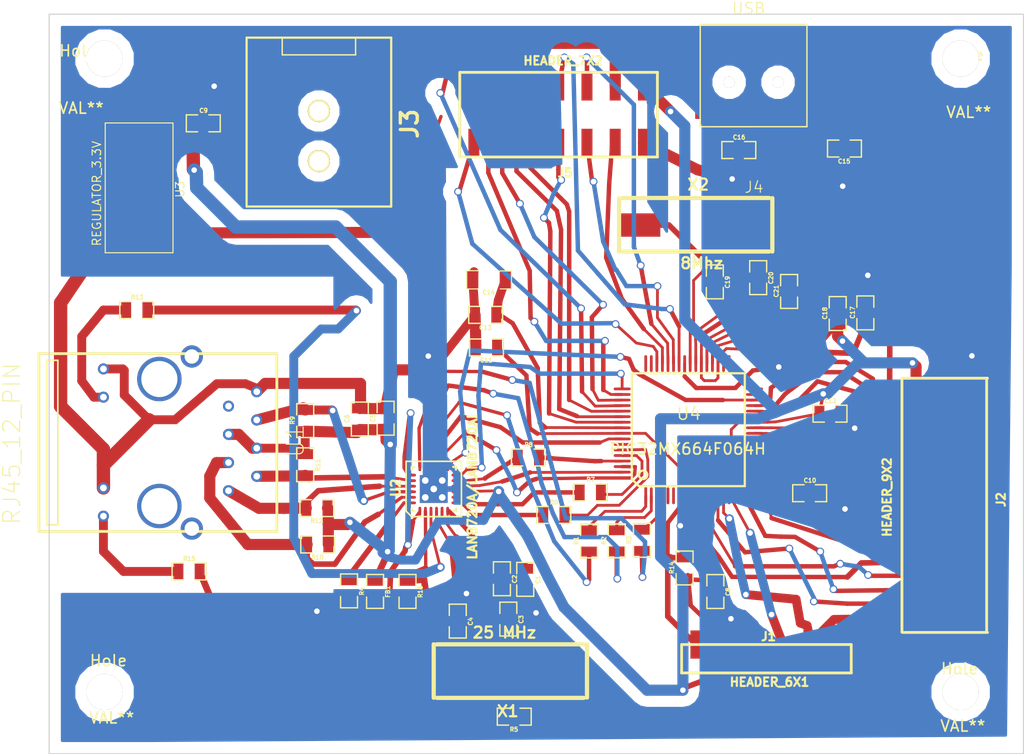
<source format=kicad_pcb>
(kicad_pcb (version 3) (host pcbnew "(2013-08-24 BZR 4298)-stable")

  (general
    (links 156)
    (no_connects 0)
    (area 28.65159 58.632667 120.700001 130.606001)
    (thickness 1.6)
    (drawings 11)
    (tracks 874)
    (zones 0)
    (modules 52)
    (nets 67)
  )

  (page A)
  (layers
    (15 F.Cu signal)
    (0 B.Cu signal)
    (16 B.Adhes user)
    (17 F.Adhes user)
    (18 B.Paste user)
    (19 F.Paste user)
    (20 B.SilkS user)
    (21 F.SilkS user)
    (22 B.Mask user)
    (23 F.Mask user)
    (24 Dwgs.User user)
    (25 Cmts.User user)
    (26 Eco1.User user)
    (27 Eco2.User user)
    (28 Edge.Cuts user)
  )

  (setup
    (last_trace_width 1)
    (user_trace_width 0.2)
    (user_trace_width 0.25)
    (user_trace_width 0.3)
    (user_trace_width 0.4)
    (user_trace_width 0.5)
    (user_trace_width 0.6)
    (user_trace_width 0.7)
    (user_trace_width 0.8)
    (user_trace_width 0.9)
    (user_trace_width 1)
    (user_trace_width 1.1)
    (user_trace_width 1.2)
    (trace_clearance 0.2)
    (zone_clearance 1)
    (zone_45_only no)
    (trace_min 0.2)
    (segment_width 0.2)
    (edge_width 0.1)
    (via_size 0.7)
    (via_drill 0.5)
    (via_min_size 0.7)
    (via_min_drill 0.5)
    (uvia_size 0.5)
    (uvia_drill 0.127)
    (uvias_allowed no)
    (uvia_min_size 0.5)
    (uvia_min_drill 0.127)
    (pcb_text_width 0.3)
    (pcb_text_size 1.5 1.5)
    (mod_edge_width 0.15)
    (mod_text_size 1 1)
    (mod_text_width 0.15)
    (pad_size 3.25 3.25)
    (pad_drill 3.25)
    (pad_to_mask_clearance 0)
    (pad_to_paste_clearance_ratio -0.2)
    (aux_axis_origin 0 0)
    (visible_elements 7FFFFFFF)
    (pcbplotparams
      (layerselection 272400385)
      (usegerberextensions true)
      (excludeedgelayer true)
      (linewidth 0.150000)
      (plotframeref false)
      (viasonmask false)
      (mode 1)
      (useauxorigin false)
      (hpglpennumber 1)
      (hpglpenspeed 20)
      (hpglpendiameter 15)
      (hpglpenoverlay 2)
      (psnegative false)
      (psa4output false)
      (plotreference true)
      (plotvalue true)
      (plotothertext true)
      (plotinvisibletext false)
      (padsonsilk false)
      (subtractmaskfromsilk false)
      (outputformat 1)
      (mirror false)
      (drillshape 0)
      (scaleselection 1)
      (outputdirectory ""))
  )

  (net 0 "")
  (net 1 +3.3v)
  (net 2 +5v_Vbus)
  (net 3 AVDD)
  (net 4 D+)
  (net 5 D-)
  (net 6 ECRSDV)
  (net 7 EMDC)
  (net 8 EMDIO)
  (net 9 EREFCLK)
  (net 10 ERXD0)
  (net 11 ERXD1)
  (net 12 ERXERR)
  (net 13 ETXD0)
  (net 14 ETXD1)
  (net 15 ETXEN)
  (net 16 GND)
  (net 17 GreenLED)
  (net 18 ICSPCLK_RB1)
  (net 19 ICSPDAT_RB0)
  (net 20 N-000001)
  (net 21 N-0000012)
  (net 22 N-0000013)
  (net 23 N-0000014)
  (net 24 N-0000015)
  (net 25 N-0000017)
  (net 26 N-0000018)
  (net 27 N-000002)
  (net 28 N-0000025)
  (net 29 N-0000028)
  (net 30 N-0000029)
  (net 31 N-000003)
  (net 32 N-0000030)
  (net 33 N-000004)
  (net 34 N-0000069)
  (net 35 N-0000074)
  (net 36 RB10)
  (net 37 RB11)
  (net 38 RB12)
  (net 39 RB13)
  (net 40 RB14)
  (net 41 RB2)
  (net 42 RB3)
  (net 43 RB4)
  (net 44 RB5)
  (net 45 RB6)
  (net 46 RB7)
  (net 47 RB8)
  (net 48 RB9)
  (net 49 RD0)
  (net 50 RD10)
  (net 51 RD11)
  (net 52 RD2)
  (net 53 RD3)
  (net 54 RD4)
  (net 55 RD5)
  (net 56 RD6)
  (net 57 RD7)
  (net 58 RD8)
  (net 59 RD9)
  (net 60 RXN)
  (net 61 RXP)
  (net 62 TXN)
  (net 63 TXP)
  (net 64 YellowLED)
  (net 65 nRST)
  (net 66 ~MCLR~)

  (net_class Default "This is the default net class."
    (clearance 0.2)
    (trace_width 0.2)
    (via_dia 0.7)
    (via_drill 0.5)
    (uvia_dia 0.5)
    (uvia_drill 0.127)
    (add_net "")
    (add_net +3.3v)
    (add_net +5v_Vbus)
    (add_net AVDD)
    (add_net D+)
    (add_net D-)
    (add_net ECRSDV)
    (add_net EMDC)
    (add_net EMDIO)
    (add_net EREFCLK)
    (add_net ERXD0)
    (add_net ERXD1)
    (add_net ERXERR)
    (add_net ETXD0)
    (add_net ETXD1)
    (add_net ETXEN)
    (add_net GND)
    (add_net GreenLED)
    (add_net ICSPCLK_RB1)
    (add_net ICSPDAT_RB0)
    (add_net N-000001)
    (add_net N-0000012)
    (add_net N-0000013)
    (add_net N-0000014)
    (add_net N-0000015)
    (add_net N-0000017)
    (add_net N-0000018)
    (add_net N-000002)
    (add_net N-0000025)
    (add_net N-0000028)
    (add_net N-0000029)
    (add_net N-000003)
    (add_net N-0000030)
    (add_net N-000004)
    (add_net N-0000069)
    (add_net N-0000074)
    (add_net RB10)
    (add_net RB11)
    (add_net RB12)
    (add_net RB13)
    (add_net RB14)
    (add_net RB2)
    (add_net RB3)
    (add_net RB4)
    (add_net RB5)
    (add_net RB6)
    (add_net RB7)
    (add_net RB8)
    (add_net RB9)
    (add_net RD0)
    (add_net RD10)
    (add_net RD11)
    (add_net RD2)
    (add_net RD3)
    (add_net RD4)
    (add_net RD5)
    (add_net RD6)
    (add_net RD7)
    (add_net RD8)
    (add_net RD9)
    (add_net RXN)
    (add_net RXP)
    (add_net TXN)
    (add_net TXP)
    (add_net YellowLED)
    (add_net nRST)
    (add_net ~MCLR~)
  )

  (module TED_SM1206 (layer F.Cu) (tedit 522E5F8D) (tstamp 52467A28)
    (at 72.58 87.9 180)
    (path /523F8B05)
    (attr smd)
    (fp_text reference C14 (at 0.0254 -1.14808 180) (layer F.SilkS)
      (effects (font (size 0.381 0.381) (thickness 0.09398)))
    )
    (fp_text value 10uF (at 0.10668 1.19888 180) (layer F.SilkS) hide
      (effects (font (size 0.381 0.381) (thickness 0.09398)))
    )
    (fp_line (start -1.00076 0.79756) (end -2.01676 0.79756) (layer F.SilkS) (width 0.09906))
    (fp_line (start -2.02184 0.762) (end -2.02184 -0.762) (layer F.SilkS) (width 0.09906))
    (fp_line (start -2.02184 -0.82296) (end -1.00584 -0.82296) (layer F.SilkS) (width 0.09906))
    (fp_line (start 0.98552 -0.82804) (end 2.00152 -0.82804) (layer F.SilkS) (width 0.09906))
    (fp_line (start 2.01676 -0.762) (end 2.01676 0.762) (layer F.SilkS) (width 0.09906))
    (fp_line (start 2.01168 0.81788) (end 0.99568 0.81788) (layer F.SilkS) (width 0.09906))
    (pad 1 smd rect (at -1.46304 -0.01524 180) (size 1.00076 1.50114)
      (layers F.Cu F.Paste F.Mask)
      (net 25 N-0000017)
    )
    (pad 2 smd rect (at 1.46304 -0.00508 180) (size 1.00076 1.5494)
      (layers F.Cu F.Paste F.Mask)
      (net 16 GND)
    )
    (model smd/chip_cms.wrl
      (at (xyz 0 0 0))
      (scale (xyz 0.1 0.1 0.1))
      (rotate (xyz 0 0 0))
    )
  )

  (module TED_USB_SMT_MINI (layer F.Cu) (tedit 521A2BF5) (tstamp 52467AEB)
    (at 96.375 69.525 180)
    (path /5241120F)
    (fp_text reference J4 (at -0.0381 -10.04316 180) (layer F.SilkS)
      (effects (font (size 1.00076 1.00076) (thickness 0.09906)))
    )
    (fp_text value USB (at 0.4445 6.0452 180) (layer F.SilkS)
      (effects (font (size 1.00076 1.00076) (thickness 0.09906)))
    )
    (fp_line (start -4.8006 -4.59994) (end 4.8006 -4.60248) (layer F.SilkS) (width 0.127))
    (fp_line (start 4.8006 -4.60248) (end 4.8006 4.59994) (layer F.SilkS) (width 0.127))
    (fp_line (start 4.8006 4.59994) (end -4.8006 4.59994) (layer F.SilkS) (width 0.127))
    (fp_line (start -4.8006 4.59994) (end -4.8006 -4.59994) (layer F.SilkS) (width 0.127))
    (pad GP smd rect (at 4.45008 -3.0988 180) (size 1.6002 1.6002)
      (layers F.Cu F.Paste F.Mask)
    )
    (pad GP smd rect (at 4.45008 2.4003 180) (size 1.6002 1.6002)
      (layers F.Cu F.Paste F.Mask)
    )
    (pad GP smd rect (at -4.45008 -3.0988 180) (size 1.6002 1.6002)
      (layers F.Cu F.Paste F.Mask)
    )
    (pad "" thru_hole circle (at 2.19964 -0.59944 180) (size 1.00076 1.00076) (drill 1.00076)
      (layers *.Cu *.Mask F.SilkS)
    )
    (pad 4 smd rect (at 0.8001 -3.70078 180) (size 0.50038 1.19888)
      (layers F.Cu F.Paste F.Mask)
      (net 16 GND)
    )
    (pad 1 smd rect (at -1.6002 -3.70078 180) (size 0.50038 1.19888)
      (layers F.Cu F.Paste F.Mask)
      (net 2 +5v_Vbus)
    )
    (pad 2 smd rect (at -0.8001 -3.70078 180) (size 0.50038 1.19888)
      (layers F.Cu F.Paste F.Mask)
      (net 5 D-)
    )
    (pad 5 smd rect (at 1.6002 -3.70078 180) (size 0.50038 1.19888)
      (layers F.Cu F.Paste F.Mask)
      (net 34 N-0000069)
    )
    (pad 3 smd rect (at 0.0127 -3.70078 180) (size 0.50038 1.19888)
      (layers F.Cu F.Paste F.Mask)
      (net 4 D+)
    )
    (pad GP smd rect (at -4.45008 2.4003 180) (size 1.6002 1.6002)
      (layers F.Cu F.Paste F.Mask)
    )
    (pad "" thru_hole circle (at -2.19964 -0.59944 180) (size 1.00076 1.00076) (drill 1.00076)
      (layers *.Cu *.Mask F.SilkS)
    )
  )

  (module TQFP_64 (layer F.Cu) (tedit 48A969ED) (tstamp 52467C56)
    (at 90.425 101.475)
    (tags "TQFP64 TQFP SMD IC")
    (path /523BFA34)
    (fp_text reference U4 (at 0.127 -1.524) (layer F.SilkS)
      (effects (font (size 1.09982 1.09982) (thickness 0.127)))
    )
    (fp_text value PIC32MX664F064H (at 0 1.651) (layer F.SilkS)
      (effects (font (size 1.00076 1.00076) (thickness 0.1524)))
    )
    (fp_circle (center -3.98272 3.98272) (end -3.98272 3.60172) (layer F.SilkS) (width 0.2032))
    (fp_line (start 5.16128 -5.16128) (end -4.99872 -5.16128) (layer F.SilkS) (width 0.2032))
    (fp_line (start -4.99872 -5.16128) (end -4.99872 4.36372) (layer F.SilkS) (width 0.2032))
    (fp_line (start -4.99872 4.36372) (end -4.36372 4.99872) (layer F.SilkS) (width 0.2032))
    (fp_line (start -4.36372 4.99872) (end 5.16128 4.99872) (layer F.SilkS) (width 0.2032))
    (fp_line (start 5.16128 4.99872) (end 5.16128 -5.16128) (layer F.SilkS) (width 0.2032))
    (pad 1 smd rect (at -3.74904 5.86994) (size 0.24892 1.524)
      (layers F.Cu F.Paste F.Mask)
      (net 15 ETXEN)
    )
    (pad 2 smd oval (at -3.24866 5.86994) (size 0.24892 1.524)
      (layers F.Cu F.Paste F.Mask)
      (net 13 ETXD0)
    )
    (pad 3 smd oval (at -2.74828 5.86994) (size 0.24892 1.524)
      (layers F.Cu F.Paste F.Mask)
      (net 14 ETXD1)
    )
    (pad 4 smd oval (at -2.2479 5.86994) (size 0.24892 1.524)
      (layers F.Cu F.Paste F.Mask)
    )
    (pad 5 smd oval (at -1.74752 5.86994) (size 0.24892 1.524)
      (layers F.Cu F.Paste F.Mask)
    )
    (pad 6 smd oval (at -1.24968 5.86994) (size 0.24892 1.524)
      (layers F.Cu F.Paste F.Mask)
    )
    (pad 7 smd oval (at -0.7493 5.86994) (size 0.24892 1.524)
      (layers F.Cu F.Paste F.Mask)
      (net 66 ~MCLR~)
    )
    (pad 8 smd oval (at -0.24892 5.86994) (size 0.24892 1.524)
      (layers F.Cu F.Paste F.Mask)
    )
    (pad 9 smd oval (at 0.25146 5.86994) (size 0.24892 1.524)
      (layers F.Cu F.Paste F.Mask)
      (net 16 GND)
    )
    (pad 10 smd oval (at 0.75184 5.86994) (size 0.24892 1.524)
      (layers F.Cu F.Paste F.Mask)
      (net 1 +3.3v)
    )
    (pad 11 smd oval (at 1.25222 5.86994) (size 0.24892 1.524)
      (layers F.Cu F.Paste F.Mask)
      (net 44 RB5)
    )
    (pad 12 smd oval (at 1.75006 5.86994) (size 0.24892 1.524)
      (layers F.Cu F.Paste F.Mask)
      (net 43 RB4)
    )
    (pad 13 smd oval (at 2.25044 5.86994) (size 0.24892 1.524)
      (layers F.Cu F.Paste F.Mask)
      (net 42 RB3)
    )
    (pad 14 smd oval (at 2.75082 5.86994) (size 0.24892 1.524)
      (layers F.Cu F.Paste F.Mask)
      (net 41 RB2)
    )
    (pad 15 smd oval (at 3.2512 5.86994) (size 0.24892 1.524)
      (layers F.Cu F.Paste F.Mask)
      (net 18 ICSPCLK_RB1)
    )
    (pad 16 smd oval (at 3.75158 5.86994) (size 0.24892 1.524)
      (layers F.Cu F.Paste F.Mask)
      (net 19 ICSPDAT_RB0)
    )
    (pad 17 smd oval (at 6.0325 3.74904) (size 1.524 0.24892)
      (layers F.Cu F.Paste F.Mask)
      (net 45 RB6)
    )
    (pad 18 smd oval (at 6.0325 3.24866) (size 1.524 0.24892)
      (layers F.Cu F.Paste F.Mask)
      (net 46 RB7)
    )
    (pad 19 smd oval (at 6.0325 2.74828) (size 1.524 0.24892)
      (layers F.Cu F.Paste F.Mask)
      (net 1 +3.3v)
    )
    (pad 20 smd oval (at 6.0325 2.2479) (size 1.524 0.24892)
      (layers F.Cu F.Paste F.Mask)
      (net 16 GND)
    )
    (pad 21 smd oval (at 6.0325 1.74752) (size 1.524 0.24892)
      (layers F.Cu F.Paste F.Mask)
      (net 47 RB8)
    )
    (pad 22 smd oval (at 6.0325 1.24968) (size 1.524 0.24892)
      (layers F.Cu F.Paste F.Mask)
      (net 48 RB9)
    )
    (pad 23 smd oval (at 6.0325 0.7493) (size 1.524 0.24892)
      (layers F.Cu F.Paste F.Mask)
      (net 36 RB10)
    )
    (pad 24 smd oval (at 6.0325 0.24892) (size 1.524 0.24892)
      (layers F.Cu F.Paste F.Mask)
      (net 37 RB11)
    )
    (pad 25 smd oval (at 6.0325 -0.25146) (size 1.524 0.24892)
      (layers F.Cu F.Paste F.Mask)
      (net 16 GND)
    )
    (pad 26 smd oval (at 6.0325 -0.75184) (size 1.524 0.24892)
      (layers F.Cu F.Paste F.Mask)
      (net 1 +3.3v)
    )
    (pad 27 smd oval (at 6.0325 -1.25222) (size 1.524 0.24892)
      (layers F.Cu F.Paste F.Mask)
      (net 38 RB12)
    )
    (pad 28 smd oval (at 6.0325 -1.75006) (size 1.524 0.24892)
      (layers F.Cu F.Paste F.Mask)
      (net 39 RB13)
    )
    (pad 29 smd oval (at 6.0325 -2.25044) (size 1.524 0.24892)
      (layers F.Cu F.Paste F.Mask)
      (net 40 RB14)
    )
    (pad 30 smd oval (at 6.0325 -2.75082) (size 1.524 0.24892)
      (layers F.Cu F.Paste F.Mask)
      (net 7 EMDC)
    )
    (pad 31 smd oval (at 6.0325 -3.2512) (size 1.524 0.24892)
      (layers F.Cu F.Paste F.Mask)
    )
    (pad 32 smd oval (at 6.0325 -3.75158) (size 1.524 0.24892)
      (layers F.Cu F.Paste F.Mask)
    )
    (pad 33 smd oval (at 3.75158 -6.0325) (size 0.24892 1.524)
      (layers F.Cu F.Paste F.Mask)
    )
    (pad 34 smd oval (at 3.2512 -6.0325) (size 0.24892 1.524)
      (layers F.Cu F.Paste F.Mask)
      (net 2 +5v_Vbus)
    )
    (pad 35 smd oval (at 2.75082 -6.0325) (size 0.24892 1.524)
      (layers F.Cu F.Paste F.Mask)
      (net 1 +3.3v)
    )
    (pad 36 smd oval (at 2.25044 -6.0325) (size 0.24892 1.524)
      (layers F.Cu F.Paste F.Mask)
      (net 5 D-)
    )
    (pad 37 smd oval (at 1.75006 -6.0325) (size 0.24892 1.524)
      (layers F.Cu F.Paste F.Mask)
      (net 4 D+)
    )
    (pad 38 smd oval (at 1.25222 -6.0325) (size 0.24892 1.524)
      (layers F.Cu F.Paste F.Mask)
      (net 1 +3.3v)
    )
    (pad 39 smd oval (at 0.75184 -6.0325) (size 0.24892 1.524)
      (layers F.Cu F.Paste F.Mask)
      (net 35 N-0000074)
    )
    (pad 40 smd oval (at 0.25146 -6.0325) (size 0.24892 1.524)
      (layers F.Cu F.Paste F.Mask)
      (net 26 N-0000018)
    )
    (pad 41 smd oval (at -0.24892 -6.0325) (size 0.24892 1.524)
      (layers F.Cu F.Paste F.Mask)
      (net 16 GND)
    )
    (pad 42 smd oval (at -0.7493 -6.0325) (size 0.24892 1.524)
      (layers F.Cu F.Paste F.Mask)
      (net 58 RD8)
    )
    (pad 43 smd oval (at -1.24968 -6.0325) (size 0.24892 1.524)
      (layers F.Cu F.Paste F.Mask)
      (net 59 RD9)
    )
    (pad 44 smd oval (at -1.74752 -6.0325) (size 0.24892 1.524)
      (layers F.Cu F.Paste F.Mask)
      (net 50 RD10)
    )
    (pad 45 smd oval (at -2.2479 -6.0325) (size 0.24892 1.524)
      (layers F.Cu F.Paste F.Mask)
      (net 51 RD11)
    )
    (pad 46 smd oval (at -2.74828 -6.0325) (size 0.24892 1.524)
      (layers F.Cu F.Paste F.Mask)
      (net 49 RD0)
    )
    (pad 47 smd oval (at -3.24866 -6.0325) (size 0.24892 1.524)
      (layers F.Cu F.Paste F.Mask)
    )
    (pad 48 smd oval (at -3.74904 -6.0325) (size 0.24892 1.524)
      (layers F.Cu F.Paste F.Mask)
    )
    (pad 49 smd oval (at -5.86994 -3.75158) (size 1.524 0.24892)
      (layers F.Cu F.Paste F.Mask)
      (net 8 EMDIO)
    )
    (pad 50 smd oval (at -5.86994 -3.2512) (size 1.524 0.24892)
      (layers F.Cu F.Paste F.Mask)
      (net 52 RD2)
    )
    (pad 52 smd oval (at -5.86994 -2.25044) (size 1.524 0.24892)
      (layers F.Cu F.Paste F.Mask)
      (net 54 RD4)
    )
    (pad 51 smd oval (at -5.88772 -2.75082) (size 1.524 0.24892)
      (layers F.Cu F.Paste F.Mask)
      (net 53 RD3)
    )
    (pad 53 smd oval (at -5.86994 -1.75006) (size 1.524 0.24892)
      (layers F.Cu F.Paste F.Mask)
      (net 55 RD5)
    )
    (pad 54 smd oval (at -5.86994 -1.25222) (size 1.524 0.24892)
      (layers F.Cu F.Paste F.Mask)
      (net 56 RD6)
    )
    (pad 55 smd oval (at -5.86994 -0.75184) (size 1.524 0.24892)
      (layers F.Cu F.Paste F.Mask)
      (net 57 RD7)
    )
    (pad 56 smd oval (at -5.86994 -0.25146) (size 1.524 0.24892)
      (layers F.Cu F.Paste F.Mask)
      (net 25 N-0000017)
    )
    (pad 57 smd oval (at -5.86994 0.24892) (size 1.524 0.24892)
      (layers F.Cu F.Paste F.Mask)
      (net 1 +3.3v)
    )
    (pad 58 smd oval (at -5.86994 0.7493) (size 1.524 0.24892)
      (layers F.Cu F.Paste F.Mask)
      (net 65 nRST)
    )
    (pad 59 smd oval (at -5.86994 1.24206) (size 1.524 0.24892)
      (layers F.Cu F.Paste F.Mask)
    )
    (pad 60 smd oval (at -5.86994 1.74244) (size 1.524 0.24892)
      (layers F.Cu F.Paste F.Mask)
      (net 11 ERXD1)
    )
    (pad 61 smd oval (at -5.86994 2.24282) (size 1.524 0.24892)
      (layers F.Cu F.Paste F.Mask)
      (net 10 ERXD0)
    )
    (pad 62 smd oval (at -5.86994 2.7432) (size 1.524 0.24892)
      (layers F.Cu F.Paste F.Mask)
      (net 6 ECRSDV)
    )
    (pad 63 smd oval (at -5.86994 3.24104) (size 1.524 0.24892)
      (layers F.Cu F.Paste F.Mask)
      (net 9 EREFCLK)
    )
    (pad 64 smd oval (at -5.86994 3.74142) (size 1.524 0.24892)
      (layers F.Cu F.Paste F.Mask)
      (net 12 ERXERR)
    )
    (model smd/TQFP_64.wrl
      (at (xyz 0 0 0.001))
      (scale (xyz 0.3937 0.3937 0.3937))
      (rotate (xyz 0 0 0))
    )
  )

  (module TED_crystal_SMT_13x5mm (layer F.Cu) (tedit 4C13C050) (tstamp 52467CBD)
    (at 74.5 123.13 180)
    (path /523E7BF0)
    (fp_text reference X1 (at 0.2286 -3.60172 180) (layer F.SilkS)
      (effects (font (size 1.00076 1.00076) (thickness 0.20066)))
    )
    (fp_text value "25 MHz" (at 0.5334 3.47472 180) (layer F.SilkS)
      (effects (font (size 1.00076 1.00076) (thickness 0.20066)))
    )
    (fp_line (start 6.89356 -2.3876) (end 6.89356 2.41808) (layer F.SilkS) (width 0.381))
    (fp_line (start -6.89356 -2.37236) (end -6.89356 2.43332) (layer F.SilkS) (width 0.381))
    (fp_line (start -6.59892 2.41808) (end 6.61416 2.41808) (layer F.SilkS) (width 0.381))
    (fp_line (start -6.604 -2.40284) (end 6.60908 -2.40284) (layer F.SilkS) (width 0.381))
    (pad 1 smd rect (at -5.08 0.03556 180) (size 3.79984 2.10058)
      (layers F.Cu F.Paste F.Mask)
      (net 31 N-000003)
    )
    (pad 2 smd rect (at 5.08 -0.06096 180) (size 3.79984 2.10058)
      (layers F.Cu F.Paste F.Mask)
      (net 23 N-0000014)
    )
  )

  (module TED_crystal_SMT_13x5mm (layer F.Cu) (tedit 4C13C050) (tstamp 52467CC7)
    (at 91.17 82.94)
    (path /523F7B39)
    (fp_text reference X2 (at 0.2286 -3.60172) (layer F.SilkS)
      (effects (font (size 1.00076 1.00076) (thickness 0.20066)))
    )
    (fp_text value 8Mhz (at 0.5334 3.47472) (layer F.SilkS)
      (effects (font (size 1.00076 1.00076) (thickness 0.20066)))
    )
    (fp_line (start 6.89356 -2.3876) (end 6.89356 2.41808) (layer F.SilkS) (width 0.381))
    (fp_line (start -6.89356 -2.37236) (end -6.89356 2.43332) (layer F.SilkS) (width 0.381))
    (fp_line (start -6.59892 2.41808) (end 6.61416 2.41808) (layer F.SilkS) (width 0.381))
    (fp_line (start -6.604 -2.40284) (end 6.60908 -2.40284) (layer F.SilkS) (width 0.381))
    (pad 1 smd rect (at -5.08 0.03556) (size 3.79984 2.10058)
      (layers F.Cu F.Paste F.Mask)
      (net 26 N-0000018)
    )
    (pad 2 smd rect (at 5.08 -0.06096) (size 3.79984 2.10058)
      (layers F.Cu F.Paste F.Mask)
      (net 35 N-0000074)
    )
  )

  (module TED_SM0805 (layer F.Cu) (tedit 522E5F71) (tstamp 52467BBD)
    (at 65.25 115.95 270)
    (path /523E8A3C)
    (attr smd)
    (fp_text reference R16 (at 0.0254 -1.14808 270) (layer F.SilkS)
      (effects (font (size 0.381 0.381) (thickness 0.09398)))
    )
    (fp_text value "10k 1%" (at 0.10668 1.19888 270) (layer F.SilkS) hide
      (effects (font (size 0.381 0.381) (thickness 0.09398)))
    )
    (fp_line (start -0.508 0.762) (end -1.524 0.762) (layer F.SilkS) (width 0.127))
    (fp_line (start -1.524 0.762) (end -1.524 -0.762) (layer F.SilkS) (width 0.127))
    (fp_line (start -1.524 -0.762) (end -0.508 -0.762) (layer F.SilkS) (width 0.127))
    (fp_line (start 0.508 -0.762) (end 1.524 -0.762) (layer F.SilkS) (width 0.127))
    (fp_line (start 1.524 -0.762) (end 1.524 0.762) (layer F.SilkS) (width 0.127))
    (fp_line (start 1.524 0.762) (end 0.508 0.762) (layer F.SilkS) (width 0.127))
    (pad 1 smd rect (at -0.9525 0 270) (size 0.889 1.397)
      (layers F.Cu F.Paste F.Mask)
      (net 27 N-000002)
    )
    (pad 2 smd rect (at 0.9525 0 270) (size 0.889 1.397)
      (layers F.Cu F.Paste F.Mask)
      (net 16 GND)
    )
    (model smd/chip_cms.wrl
      (at (xyz 0 0 0))
      (scale (xyz 0.1 0.1 0.1))
      (rotate (xyz 0 0 0))
    )
  )

  (module TED_SM0805 (layer F.Cu) (tedit 522E5F71) (tstamp 52467BB1)
    (at 45.6 114.15)
    (path /523E8044)
    (attr smd)
    (fp_text reference R15 (at 0.0254 -1.14808) (layer F.SilkS)
      (effects (font (size 0.381 0.381) (thickness 0.09398)))
    )
    (fp_text value 255 (at 0.10668 1.19888) (layer F.SilkS) hide
      (effects (font (size 0.381 0.381) (thickness 0.09398)))
    )
    (fp_line (start -0.508 0.762) (end -1.524 0.762) (layer F.SilkS) (width 0.127))
    (fp_line (start -1.524 0.762) (end -1.524 -0.762) (layer F.SilkS) (width 0.127))
    (fp_line (start -1.524 -0.762) (end -0.508 -0.762) (layer F.SilkS) (width 0.127))
    (fp_line (start 0.508 -0.762) (end 1.524 -0.762) (layer F.SilkS) (width 0.127))
    (fp_line (start 1.524 -0.762) (end 1.524 0.762) (layer F.SilkS) (width 0.127))
    (fp_line (start 1.524 0.762) (end 0.508 0.762) (layer F.SilkS) (width 0.127))
    (pad 1 smd rect (at -0.9525 0) (size 0.889 1.397)
      (layers F.Cu F.Paste F.Mask)
      (net 17 GreenLED)
    )
    (pad 2 smd rect (at 0.9525 0) (size 0.889 1.397)
      (layers F.Cu F.Paste F.Mask)
      (net 27 N-000002)
    )
    (model smd/chip_cms.wrl
      (at (xyz 0 0 0))
      (scale (xyz 0.1 0.1 0.1))
      (rotate (xyz 0 0 0))
    )
  )

  (module TED_SM0805 (layer F.Cu) (tedit 522E5F71) (tstamp 52467BA5)
    (at 90.17 113.84 90)
    (path /523F485A)
    (attr smd)
    (fp_text reference R14 (at 0.0254 -1.14808 90) (layer F.SilkS)
      (effects (font (size 0.381 0.381) (thickness 0.09398)))
    )
    (fp_text value 4.7k (at 0.10668 1.19888 90) (layer F.SilkS) hide
      (effects (font (size 0.381 0.381) (thickness 0.09398)))
    )
    (fp_line (start -0.508 0.762) (end -1.524 0.762) (layer F.SilkS) (width 0.127))
    (fp_line (start -1.524 0.762) (end -1.524 -0.762) (layer F.SilkS) (width 0.127))
    (fp_line (start -1.524 -0.762) (end -0.508 -0.762) (layer F.SilkS) (width 0.127))
    (fp_line (start 0.508 -0.762) (end 1.524 -0.762) (layer F.SilkS) (width 0.127))
    (fp_line (start 1.524 -0.762) (end 1.524 0.762) (layer F.SilkS) (width 0.127))
    (fp_line (start 1.524 0.762) (end 0.508 0.762) (layer F.SilkS) (width 0.127))
    (pad 1 smd rect (at -0.9525 0 90) (size 0.889 1.397)
      (layers F.Cu F.Paste F.Mask)
      (net 1 +3.3v)
    )
    (pad 2 smd rect (at 0.9525 0 90) (size 0.889 1.397)
      (layers F.Cu F.Paste F.Mask)
      (net 66 ~MCLR~)
    )
    (model smd/chip_cms.wrl
      (at (xyz 0 0 0))
      (scale (xyz 0.1 0.1 0.1))
      (rotate (xyz 0 0 0))
    )
  )

  (module TED_SM0805 (layer F.Cu) (tedit 522E5F71) (tstamp 52467B8D)
    (at 57.1 108.45 180)
    (path /523F1FBF)
    (attr smd)
    (fp_text reference R12 (at 0.0254 -1.14808 180) (layer F.SilkS)
      (effects (font (size 0.381 0.381) (thickness 0.09398)))
    )
    (fp_text value 49.9 (at 0.10668 1.19888 180) (layer F.SilkS) hide
      (effects (font (size 0.381 0.381) (thickness 0.09398)))
    )
    (fp_line (start -0.508 0.762) (end -1.524 0.762) (layer F.SilkS) (width 0.127))
    (fp_line (start -1.524 0.762) (end -1.524 -0.762) (layer F.SilkS) (width 0.127))
    (fp_line (start -1.524 -0.762) (end -0.508 -0.762) (layer F.SilkS) (width 0.127))
    (fp_line (start 0.508 -0.762) (end 1.524 -0.762) (layer F.SilkS) (width 0.127))
    (fp_line (start 1.524 -0.762) (end 1.524 0.762) (layer F.SilkS) (width 0.127))
    (fp_line (start 1.524 0.762) (end 0.508 0.762) (layer F.SilkS) (width 0.127))
    (pad 1 smd rect (at -0.9525 0 180) (size 0.889 1.397)
      (layers F.Cu F.Paste F.Mask)
      (net 1 +3.3v)
    )
    (pad 2 smd rect (at 0.9525 0 180) (size 0.889 1.397)
      (layers F.Cu F.Paste F.Mask)
      (net 63 TXP)
    )
    (model smd/chip_cms.wrl
      (at (xyz 0 0 0))
      (scale (xyz 0.1 0.1 0.1))
      (rotate (xyz 0 0 0))
    )
  )

  (module TED_SM0805 (layer F.Cu) (tedit 522E5F71) (tstamp 524A440A)
    (at 56.05 104.55 270)
    (path /523F1FD6)
    (attr smd)
    (fp_text reference R11 (at 0.0254 -1.14808 270) (layer F.SilkS)
      (effects (font (size 0.381 0.381) (thickness 0.09398)))
    )
    (fp_text value 49.9 (at 0.10668 1.19888 270) (layer F.SilkS) hide
      (effects (font (size 0.381 0.381) (thickness 0.09398)))
    )
    (fp_line (start -0.508 0.762) (end -1.524 0.762) (layer F.SilkS) (width 0.127))
    (fp_line (start -1.524 0.762) (end -1.524 -0.762) (layer F.SilkS) (width 0.127))
    (fp_line (start -1.524 -0.762) (end -0.508 -0.762) (layer F.SilkS) (width 0.127))
    (fp_line (start 0.508 -0.762) (end 1.524 -0.762) (layer F.SilkS) (width 0.127))
    (fp_line (start 1.524 -0.762) (end 1.524 0.762) (layer F.SilkS) (width 0.127))
    (fp_line (start 1.524 0.762) (end 0.508 0.762) (layer F.SilkS) (width 0.127))
    (pad 1 smd rect (at -0.9525 0 270) (size 0.889 1.397)
      (layers F.Cu F.Paste F.Mask)
      (net 1 +3.3v)
    )
    (pad 2 smd rect (at 0.9525 0 270) (size 0.889 1.397)
      (layers F.Cu F.Paste F.Mask)
      (net 62 TXN)
    )
    (model smd/chip_cms.wrl
      (at (xyz 0 0 0))
      (scale (xyz 0.1 0.1 0.1))
      (rotate (xyz 0 0 0))
    )
  )

  (module TED_SM0805 (layer F.Cu) (tedit 522E5F71) (tstamp 52467B75)
    (at 57.175 111.725 180)
    (path /523F1FDC)
    (attr smd)
    (fp_text reference R10 (at 0.0254 -1.14808 180) (layer F.SilkS)
      (effects (font (size 0.381 0.381) (thickness 0.09398)))
    )
    (fp_text value 49.9 (at 0.10668 1.19888 180) (layer F.SilkS) hide
      (effects (font (size 0.381 0.381) (thickness 0.09398)))
    )
    (fp_line (start -0.508 0.762) (end -1.524 0.762) (layer F.SilkS) (width 0.127))
    (fp_line (start -1.524 0.762) (end -1.524 -0.762) (layer F.SilkS) (width 0.127))
    (fp_line (start -1.524 -0.762) (end -0.508 -0.762) (layer F.SilkS) (width 0.127))
    (fp_line (start 0.508 -0.762) (end 1.524 -0.762) (layer F.SilkS) (width 0.127))
    (fp_line (start 1.524 -0.762) (end 1.524 0.762) (layer F.SilkS) (width 0.127))
    (fp_line (start 1.524 0.762) (end 0.508 0.762) (layer F.SilkS) (width 0.127))
    (pad 1 smd rect (at -0.9525 0 180) (size 0.889 1.397)
      (layers F.Cu F.Paste F.Mask)
      (net 1 +3.3v)
    )
    (pad 2 smd rect (at 0.9525 0 180) (size 0.889 1.397)
      (layers F.Cu F.Paste F.Mask)
      (net 61 RXP)
    )
    (model smd/chip_cms.wrl
      (at (xyz 0 0 0))
      (scale (xyz 0.1 0.1 0.1))
      (rotate (xyz 0 0 0))
    )
  )

  (module TED_SM0805 (layer F.Cu) (tedit 522E5F71) (tstamp 524A4417)
    (at 56.05 100.575 90)
    (path /523F1FE2)
    (attr smd)
    (fp_text reference R9 (at 0.0254 -1.14808 90) (layer F.SilkS)
      (effects (font (size 0.381 0.381) (thickness 0.09398)))
    )
    (fp_text value 49.9 (at 0.10668 1.19888 90) (layer F.SilkS) hide
      (effects (font (size 0.381 0.381) (thickness 0.09398)))
    )
    (fp_line (start -0.508 0.762) (end -1.524 0.762) (layer F.SilkS) (width 0.127))
    (fp_line (start -1.524 0.762) (end -1.524 -0.762) (layer F.SilkS) (width 0.127))
    (fp_line (start -1.524 -0.762) (end -0.508 -0.762) (layer F.SilkS) (width 0.127))
    (fp_line (start 0.508 -0.762) (end 1.524 -0.762) (layer F.SilkS) (width 0.127))
    (fp_line (start 1.524 -0.762) (end 1.524 0.762) (layer F.SilkS) (width 0.127))
    (fp_line (start 1.524 0.762) (end 0.508 0.762) (layer F.SilkS) (width 0.127))
    (pad 1 smd rect (at -0.9525 0 90) (size 0.889 1.397)
      (layers F.Cu F.Paste F.Mask)
      (net 1 +3.3v)
    )
    (pad 2 smd rect (at 0.9525 0 90) (size 0.889 1.397)
      (layers F.Cu F.Paste F.Mask)
      (net 60 RXN)
    )
    (model smd/chip_cms.wrl
      (at (xyz 0 0 0))
      (scale (xyz 0.1 0.1 0.1))
      (rotate (xyz 0 0 0))
    )
  )

  (module TED_SM0805 (layer F.Cu) (tedit 522E5F71) (tstamp 52467B5D)
    (at 76.12 103.9)
    (path /523F3E09)
    (attr smd)
    (fp_text reference R8 (at 0.0254 -1.14808) (layer F.SilkS)
      (effects (font (size 0.381 0.381) (thickness 0.09398)))
    )
    (fp_text value 33 (at 0.10668 1.19888) (layer F.SilkS) hide
      (effects (font (size 0.381 0.381) (thickness 0.09398)))
    )
    (fp_line (start -0.508 0.762) (end -1.524 0.762) (layer F.SilkS) (width 0.127))
    (fp_line (start -1.524 0.762) (end -1.524 -0.762) (layer F.SilkS) (width 0.127))
    (fp_line (start -1.524 -0.762) (end -0.508 -0.762) (layer F.SilkS) (width 0.127))
    (fp_line (start 0.508 -0.762) (end 1.524 -0.762) (layer F.SilkS) (width 0.127))
    (fp_line (start 1.524 -0.762) (end 1.524 0.762) (layer F.SilkS) (width 0.127))
    (fp_line (start 1.524 0.762) (end 0.508 0.762) (layer F.SilkS) (width 0.127))
    (pad 1 smd rect (at -0.9525 0) (size 0.889 1.397)
      (layers F.Cu F.Paste F.Mask)
      (net 28 N-0000025)
    )
    (pad 2 smd rect (at 0.9525 0) (size 0.889 1.397)
      (layers F.Cu F.Paste F.Mask)
      (net 6 ECRSDV)
    )
    (model smd/chip_cms.wrl
      (at (xyz 0 0 0))
      (scale (xyz 0.1 0.1 0.1))
      (rotate (xyz 0 0 0))
    )
  )

  (module TED_SM0805 (layer F.Cu) (tedit 522E5F71) (tstamp 52467B51)
    (at 81.69 107.04)
    (path /523E8470)
    (attr smd)
    (fp_text reference R7 (at 0.0254 -1.14808) (layer F.SilkS)
      (effects (font (size 0.381 0.381) (thickness 0.09398)))
    )
    (fp_text value 33 (at 0.10668 1.19888) (layer F.SilkS) hide
      (effects (font (size 0.381 0.381) (thickness 0.09398)))
    )
    (fp_line (start -0.508 0.762) (end -1.524 0.762) (layer F.SilkS) (width 0.127))
    (fp_line (start -1.524 0.762) (end -1.524 -0.762) (layer F.SilkS) (width 0.127))
    (fp_line (start -1.524 -0.762) (end -0.508 -0.762) (layer F.SilkS) (width 0.127))
    (fp_line (start 0.508 -0.762) (end 1.524 -0.762) (layer F.SilkS) (width 0.127))
    (fp_line (start 1.524 -0.762) (end 1.524 0.762) (layer F.SilkS) (width 0.127))
    (fp_line (start 1.524 0.762) (end 0.508 0.762) (layer F.SilkS) (width 0.127))
    (pad 1 smd rect (at -0.9525 0) (size 0.889 1.397)
      (layers F.Cu F.Paste F.Mask)
      (net 21 N-0000012)
    )
    (pad 2 smd rect (at 0.9525 0) (size 0.889 1.397)
      (layers F.Cu F.Paste F.Mask)
      (net 10 ERXD0)
    )
    (model smd/chip_cms.wrl
      (at (xyz 0 0 0))
      (scale (xyz 0.1 0.1 0.1))
      (rotate (xyz 0 0 0))
    )
  )

  (module TED_SM0805 (layer F.Cu) (tedit 522E5F71) (tstamp 52467B45)
    (at 78.41 109.07)
    (path /523E8497)
    (attr smd)
    (fp_text reference R6 (at 0.0254 -1.14808) (layer F.SilkS)
      (effects (font (size 0.381 0.381) (thickness 0.09398)))
    )
    (fp_text value 33 (at 0.10668 1.19888) (layer F.SilkS) hide
      (effects (font (size 0.381 0.381) (thickness 0.09398)))
    )
    (fp_line (start -0.508 0.762) (end -1.524 0.762) (layer F.SilkS) (width 0.127))
    (fp_line (start -1.524 0.762) (end -1.524 -0.762) (layer F.SilkS) (width 0.127))
    (fp_line (start -1.524 -0.762) (end -0.508 -0.762) (layer F.SilkS) (width 0.127))
    (fp_line (start 0.508 -0.762) (end 1.524 -0.762) (layer F.SilkS) (width 0.127))
    (fp_line (start 1.524 -0.762) (end 1.524 0.762) (layer F.SilkS) (width 0.127))
    (fp_line (start 1.524 0.762) (end 0.508 0.762) (layer F.SilkS) (width 0.127))
    (pad 1 smd rect (at -0.9525 0) (size 0.889 1.397)
      (layers F.Cu F.Paste F.Mask)
      (net 22 N-0000013)
    )
    (pad 2 smd rect (at 0.9525 0) (size 0.889 1.397)
      (layers F.Cu F.Paste F.Mask)
      (net 11 ERXD1)
    )
    (model smd/chip_cms.wrl
      (at (xyz 0 0 0))
      (scale (xyz 0.1 0.1 0.1))
      (rotate (xyz 0 0 0))
    )
  )

  (module TED_SM0805 (layer F.Cu) (tedit 522E5F71) (tstamp 52467B39)
    (at 74.85 127.22 180)
    (path /523E7C54)
    (attr smd)
    (fp_text reference R5 (at 0.0254 -1.14808 180) (layer F.SilkS)
      (effects (font (size 0.381 0.381) (thickness 0.09398)))
    )
    (fp_text value 1M (at 0.10668 1.19888 180) (layer F.SilkS) hide
      (effects (font (size 0.381 0.381) (thickness 0.09398)))
    )
    (fp_line (start -0.508 0.762) (end -1.524 0.762) (layer F.SilkS) (width 0.127))
    (fp_line (start -1.524 0.762) (end -1.524 -0.762) (layer F.SilkS) (width 0.127))
    (fp_line (start -1.524 -0.762) (end -0.508 -0.762) (layer F.SilkS) (width 0.127))
    (fp_line (start 0.508 -0.762) (end 1.524 -0.762) (layer F.SilkS) (width 0.127))
    (fp_line (start 1.524 -0.762) (end 1.524 0.762) (layer F.SilkS) (width 0.127))
    (fp_line (start 1.524 0.762) (end 0.508 0.762) (layer F.SilkS) (width 0.127))
    (pad 1 smd rect (at -0.9525 0 180) (size 0.889 1.397)
      (layers F.Cu F.Paste F.Mask)
      (net 31 N-000003)
    )
    (pad 2 smd rect (at 0.9525 0 180) (size 0.889 1.397)
      (layers F.Cu F.Paste F.Mask)
      (net 23 N-0000014)
    )
    (model smd/chip_cms.wrl
      (at (xyz 0 0 0))
      (scale (xyz 0.1 0.1 0.1))
      (rotate (xyz 0 0 0))
    )
  )

  (module TED_SM0805 (layer F.Cu) (tedit 522E5F71) (tstamp 52467B2D)
    (at 59.99 115.9 270)
    (path /523E8D57)
    (attr smd)
    (fp_text reference R4 (at 0.0254 -1.14808 270) (layer F.SilkS)
      (effects (font (size 0.381 0.381) (thickness 0.09398)))
    )
    (fp_text value "12.1k 1%" (at 0.10668 1.19888 270) (layer F.SilkS) hide
      (effects (font (size 0.381 0.381) (thickness 0.09398)))
    )
    (fp_line (start -0.508 0.762) (end -1.524 0.762) (layer F.SilkS) (width 0.127))
    (fp_line (start -1.524 0.762) (end -1.524 -0.762) (layer F.SilkS) (width 0.127))
    (fp_line (start -1.524 -0.762) (end -0.508 -0.762) (layer F.SilkS) (width 0.127))
    (fp_line (start 0.508 -0.762) (end 1.524 -0.762) (layer F.SilkS) (width 0.127))
    (fp_line (start 1.524 -0.762) (end 1.524 0.762) (layer F.SilkS) (width 0.127))
    (fp_line (start 1.524 0.762) (end 0.508 0.762) (layer F.SilkS) (width 0.127))
    (pad 1 smd rect (at -0.9525 0 270) (size 0.889 1.397)
      (layers F.Cu F.Paste F.Mask)
      (net 33 N-000004)
    )
    (pad 2 smd rect (at 0.9525 0 270) (size 0.889 1.397)
      (layers F.Cu F.Paste F.Mask)
      (net 16 GND)
    )
    (model smd/chip_cms.wrl
      (at (xyz 0 0 0))
      (scale (xyz 0.1 0.1 0.1))
      (rotate (xyz 0 0 0))
    )
  )

  (module TED_SM0805 (layer F.Cu) (tedit 522E5F71) (tstamp 52467B21)
    (at 86.33 111.35 90)
    (path /523F2E2D)
    (attr smd)
    (fp_text reference R3 (at 0.0254 -1.14808 90) (layer F.SilkS)
      (effects (font (size 0.381 0.381) (thickness 0.09398)))
    )
    (fp_text value 33 (at 0.10668 1.19888 90) (layer F.SilkS) hide
      (effects (font (size 0.381 0.381) (thickness 0.09398)))
    )
    (fp_line (start -0.508 0.762) (end -1.524 0.762) (layer F.SilkS) (width 0.127))
    (fp_line (start -1.524 0.762) (end -1.524 -0.762) (layer F.SilkS) (width 0.127))
    (fp_line (start -1.524 -0.762) (end -0.508 -0.762) (layer F.SilkS) (width 0.127))
    (fp_line (start 0.508 -0.762) (end 1.524 -0.762) (layer F.SilkS) (width 0.127))
    (fp_line (start 1.524 -0.762) (end 1.524 0.762) (layer F.SilkS) (width 0.127))
    (fp_line (start 1.524 0.762) (end 0.508 0.762) (layer F.SilkS) (width 0.127))
    (pad 1 smd rect (at -0.9525 0 90) (size 0.889 1.397)
      (layers F.Cu F.Paste F.Mask)
      (net 29 N-0000028)
    )
    (pad 2 smd rect (at 0.9525 0 90) (size 0.889 1.397)
      (layers F.Cu F.Paste F.Mask)
      (net 14 ETXD1)
    )
    (model smd/chip_cms.wrl
      (at (xyz 0 0 0))
      (scale (xyz 0.1 0.1 0.1))
      (rotate (xyz 0 0 0))
    )
  )

  (module TED_SM0805 (layer F.Cu) (tedit 522E5F71) (tstamp 52467B15)
    (at 84.07 111.4 90)
    (path /523F2C6C)
    (attr smd)
    (fp_text reference R2 (at 0.0254 -1.14808 90) (layer F.SilkS)
      (effects (font (size 0.381 0.381) (thickness 0.09398)))
    )
    (fp_text value 33 (at 0.10668 1.19888 90) (layer F.SilkS) hide
      (effects (font (size 0.381 0.381) (thickness 0.09398)))
    )
    (fp_line (start -0.508 0.762) (end -1.524 0.762) (layer F.SilkS) (width 0.127))
    (fp_line (start -1.524 0.762) (end -1.524 -0.762) (layer F.SilkS) (width 0.127))
    (fp_line (start -1.524 -0.762) (end -0.508 -0.762) (layer F.SilkS) (width 0.127))
    (fp_line (start 0.508 -0.762) (end 1.524 -0.762) (layer F.SilkS) (width 0.127))
    (fp_line (start 1.524 -0.762) (end 1.524 0.762) (layer F.SilkS) (width 0.127))
    (fp_line (start 1.524 0.762) (end 0.508 0.762) (layer F.SilkS) (width 0.127))
    (pad 1 smd rect (at -0.9525 0 90) (size 0.889 1.397)
      (layers F.Cu F.Paste F.Mask)
      (net 30 N-0000029)
    )
    (pad 2 smd rect (at 0.9525 0 90) (size 0.889 1.397)
      (layers F.Cu F.Paste F.Mask)
      (net 13 ETXD0)
    )
    (model smd/chip_cms.wrl
      (at (xyz 0 0 0))
      (scale (xyz 0.1 0.1 0.1))
      (rotate (xyz 0 0 0))
    )
  )

  (module TED_SM0805 (layer F.Cu) (tedit 522E5F71) (tstamp 52467B09)
    (at 81.58 111.41 90)
    (path /523F2C72)
    (attr smd)
    (fp_text reference R1 (at 0.0254 -1.14808 90) (layer F.SilkS)
      (effects (font (size 0.381 0.381) (thickness 0.09398)))
    )
    (fp_text value 33 (at 0.10668 1.19888 90) (layer F.SilkS) hide
      (effects (font (size 0.381 0.381) (thickness 0.09398)))
    )
    (fp_line (start -0.508 0.762) (end -1.524 0.762) (layer F.SilkS) (width 0.127))
    (fp_line (start -1.524 0.762) (end -1.524 -0.762) (layer F.SilkS) (width 0.127))
    (fp_line (start -1.524 -0.762) (end -0.508 -0.762) (layer F.SilkS) (width 0.127))
    (fp_line (start 0.508 -0.762) (end 1.524 -0.762) (layer F.SilkS) (width 0.127))
    (fp_line (start 1.524 -0.762) (end 1.524 0.762) (layer F.SilkS) (width 0.127))
    (fp_line (start 1.524 0.762) (end 0.508 0.762) (layer F.SilkS) (width 0.127))
    (pad 1 smd rect (at -0.9525 0 90) (size 0.889 1.397)
      (layers F.Cu F.Paste F.Mask)
      (net 32 N-0000030)
    )
    (pad 2 smd rect (at 0.9525 0 90) (size 0.889 1.397)
      (layers F.Cu F.Paste F.Mask)
      (net 15 ETXEN)
    )
    (model smd/chip_cms.wrl
      (at (xyz 0 0 0))
      (scale (xyz 0.1 0.1 0.1))
      (rotate (xyz 0 0 0))
    )
  )

  (module TED_SM0805 (layer F.Cu) (tedit 522E5F71) (tstamp 52467AA0)
    (at 62.33 115.95 270)
    (path /523E9D9F)
    (attr smd)
    (fp_text reference FB1 (at 0.0254 -1.14808 270) (layer F.SilkS)
      (effects (font (size 0.381 0.381) (thickness 0.09398)))
    )
    (fp_text value 500mA (at 0.10668 1.19888 270) (layer F.SilkS) hide
      (effects (font (size 0.381 0.381) (thickness 0.09398)))
    )
    (fp_line (start -0.508 0.762) (end -1.524 0.762) (layer F.SilkS) (width 0.127))
    (fp_line (start -1.524 0.762) (end -1.524 -0.762) (layer F.SilkS) (width 0.127))
    (fp_line (start -1.524 -0.762) (end -0.508 -0.762) (layer F.SilkS) (width 0.127))
    (fp_line (start 0.508 -0.762) (end 1.524 -0.762) (layer F.SilkS) (width 0.127))
    (fp_line (start 1.524 -0.762) (end 1.524 0.762) (layer F.SilkS) (width 0.127))
    (fp_line (start 1.524 0.762) (end 0.508 0.762) (layer F.SilkS) (width 0.127))
    (pad 1 smd rect (at -0.9525 0 270) (size 0.889 1.397)
      (layers F.Cu F.Paste F.Mask)
      (net 1 +3.3v)
    )
    (pad 2 smd rect (at 0.9525 0 270) (size 0.889 1.397)
      (layers F.Cu F.Paste F.Mask)
      (net 3 AVDD)
    )
    (model smd/chip_cms.wrl
      (at (xyz 0 0 0))
      (scale (xyz 0.1 0.1 0.1))
      (rotate (xyz 0 0 0))
    )
  )

  (module TED_SM0805 (layer F.Cu) (tedit 522E5F71) (tstamp 52467A7C)
    (at 99.57 88.95 90)
    (path /523E5206)
    (attr smd)
    (fp_text reference C21 (at 0.0254 -1.14808 90) (layer F.SilkS)
      (effects (font (size 0.381 0.381) (thickness 0.09398)))
    )
    (fp_text value .1uF (at 0.10668 1.19888 90) (layer F.SilkS) hide
      (effects (font (size 0.381 0.381) (thickness 0.09398)))
    )
    (fp_line (start -0.508 0.762) (end -1.524 0.762) (layer F.SilkS) (width 0.127))
    (fp_line (start -1.524 0.762) (end -1.524 -0.762) (layer F.SilkS) (width 0.127))
    (fp_line (start -1.524 -0.762) (end -0.508 -0.762) (layer F.SilkS) (width 0.127))
    (fp_line (start 0.508 -0.762) (end 1.524 -0.762) (layer F.SilkS) (width 0.127))
    (fp_line (start 1.524 -0.762) (end 1.524 0.762) (layer F.SilkS) (width 0.127))
    (fp_line (start 1.524 0.762) (end 0.508 0.762) (layer F.SilkS) (width 0.127))
    (pad 1 smd rect (at -0.9525 0 90) (size 0.889 1.397)
      (layers F.Cu F.Paste F.Mask)
      (net 1 +3.3v)
    )
    (pad 2 smd rect (at 0.9525 0 90) (size 0.889 1.397)
      (layers F.Cu F.Paste F.Mask)
      (net 16 GND)
    )
    (model smd/chip_cms.wrl
      (at (xyz 0 0 0))
      (scale (xyz 0.1 0.1 0.1))
      (rotate (xyz 0 0 0))
    )
  )

  (module TED_SM0805 (layer F.Cu) (tedit 522E5F71) (tstamp 52467A70)
    (at 96.79 87.71 270)
    (path /523F7B88)
    (attr smd)
    (fp_text reference C20 (at 0.0254 -1.14808 270) (layer F.SilkS)
      (effects (font (size 0.381 0.381) (thickness 0.09398)))
    )
    (fp_text value 18pF (at 0.10668 1.19888 270) (layer F.SilkS) hide
      (effects (font (size 0.381 0.381) (thickness 0.09398)))
    )
    (fp_line (start -0.508 0.762) (end -1.524 0.762) (layer F.SilkS) (width 0.127))
    (fp_line (start -1.524 0.762) (end -1.524 -0.762) (layer F.SilkS) (width 0.127))
    (fp_line (start -1.524 -0.762) (end -0.508 -0.762) (layer F.SilkS) (width 0.127))
    (fp_line (start 0.508 -0.762) (end 1.524 -0.762) (layer F.SilkS) (width 0.127))
    (fp_line (start 1.524 -0.762) (end 1.524 0.762) (layer F.SilkS) (width 0.127))
    (fp_line (start 1.524 0.762) (end 0.508 0.762) (layer F.SilkS) (width 0.127))
    (pad 1 smd rect (at -0.9525 0 270) (size 0.889 1.397)
      (layers F.Cu F.Paste F.Mask)
      (net 35 N-0000074)
    )
    (pad 2 smd rect (at 0.9525 0 270) (size 0.889 1.397)
      (layers F.Cu F.Paste F.Mask)
      (net 16 GND)
    )
    (model smd/chip_cms.wrl
      (at (xyz 0 0 0))
      (scale (xyz 0.1 0.1 0.1))
      (rotate (xyz 0 0 0))
    )
  )

  (module TED_SM0805 (layer F.Cu) (tedit 522E5F71) (tstamp 52467A64)
    (at 92.89 88.09 270)
    (path /523F7B67)
    (attr smd)
    (fp_text reference C19 (at 0.0254 -1.14808 270) (layer F.SilkS)
      (effects (font (size 0.381 0.381) (thickness 0.09398)))
    )
    (fp_text value 18pF (at 0.10668 1.19888 270) (layer F.SilkS) hide
      (effects (font (size 0.381 0.381) (thickness 0.09398)))
    )
    (fp_line (start -0.508 0.762) (end -1.524 0.762) (layer F.SilkS) (width 0.127))
    (fp_line (start -1.524 0.762) (end -1.524 -0.762) (layer F.SilkS) (width 0.127))
    (fp_line (start -1.524 -0.762) (end -0.508 -0.762) (layer F.SilkS) (width 0.127))
    (fp_line (start 0.508 -0.762) (end 1.524 -0.762) (layer F.SilkS) (width 0.127))
    (fp_line (start 1.524 -0.762) (end 1.524 0.762) (layer F.SilkS) (width 0.127))
    (fp_line (start 1.524 0.762) (end 0.508 0.762) (layer F.SilkS) (width 0.127))
    (pad 1 smd rect (at -0.9525 0 270) (size 0.889 1.397)
      (layers F.Cu F.Paste F.Mask)
      (net 26 N-0000018)
    )
    (pad 2 smd rect (at 0.9525 0 270) (size 0.889 1.397)
      (layers F.Cu F.Paste F.Mask)
      (net 16 GND)
    )
    (model smd/chip_cms.wrl
      (at (xyz 0 0 0))
      (scale (xyz 0.1 0.1 0.1))
      (rotate (xyz 0 0 0))
    )
  )

  (module TED_SM0805 (layer F.Cu) (tedit 522E5F71) (tstamp 52467A58)
    (at 103.94 90.94 90)
    (path /523F7895)
    (attr smd)
    (fp_text reference C18 (at 0.0254 -1.14808 90) (layer F.SilkS)
      (effects (font (size 0.381 0.381) (thickness 0.09398)))
    )
    (fp_text value .1uF (at 0.10668 1.19888 90) (layer F.SilkS) hide
      (effects (font (size 0.381 0.381) (thickness 0.09398)))
    )
    (fp_line (start -0.508 0.762) (end -1.524 0.762) (layer F.SilkS) (width 0.127))
    (fp_line (start -1.524 0.762) (end -1.524 -0.762) (layer F.SilkS) (width 0.127))
    (fp_line (start -1.524 -0.762) (end -0.508 -0.762) (layer F.SilkS) (width 0.127))
    (fp_line (start 0.508 -0.762) (end 1.524 -0.762) (layer F.SilkS) (width 0.127))
    (fp_line (start 1.524 -0.762) (end 1.524 0.762) (layer F.SilkS) (width 0.127))
    (fp_line (start 1.524 0.762) (end 0.508 0.762) (layer F.SilkS) (width 0.127))
    (pad 1 smd rect (at -0.9525 0 90) (size 0.889 1.397)
      (layers F.Cu F.Paste F.Mask)
      (net 1 +3.3v)
    )
    (pad 2 smd rect (at 0.9525 0 90) (size 0.889 1.397)
      (layers F.Cu F.Paste F.Mask)
      (net 16 GND)
    )
    (model smd/chip_cms.wrl
      (at (xyz 0 0 0))
      (scale (xyz 0.1 0.1 0.1))
      (rotate (xyz 0 0 0))
    )
  )

  (module TED_SM0805 (layer F.Cu) (tedit 522E5F71) (tstamp 52467A4C)
    (at 106.43 90.88 90)
    (path /52439DE3)
    (attr smd)
    (fp_text reference C17 (at 0.0254 -1.14808 90) (layer F.SilkS)
      (effects (font (size 0.381 0.381) (thickness 0.09398)))
    )
    (fp_text value .47uF (at 0.10668 1.19888 90) (layer F.SilkS) hide
      (effects (font (size 0.381 0.381) (thickness 0.09398)))
    )
    (fp_line (start -0.508 0.762) (end -1.524 0.762) (layer F.SilkS) (width 0.127))
    (fp_line (start -1.524 0.762) (end -1.524 -0.762) (layer F.SilkS) (width 0.127))
    (fp_line (start -1.524 -0.762) (end -0.508 -0.762) (layer F.SilkS) (width 0.127))
    (fp_line (start 0.508 -0.762) (end 1.524 -0.762) (layer F.SilkS) (width 0.127))
    (fp_line (start 1.524 -0.762) (end 1.524 0.762) (layer F.SilkS) (width 0.127))
    (fp_line (start 1.524 0.762) (end 0.508 0.762) (layer F.SilkS) (width 0.127))
    (pad 1 smd rect (at -0.9525 0 90) (size 0.889 1.397)
      (layers F.Cu F.Paste F.Mask)
      (net 2 +5v_Vbus)
    )
    (pad 2 smd rect (at 0.9525 0 90) (size 0.889 1.397)
      (layers F.Cu F.Paste F.Mask)
      (net 16 GND)
    )
    (model smd/chip_cms.wrl
      (at (xyz 0 0 0))
      (scale (xyz 0.1 0.1 0.1))
      (rotate (xyz 0 0 0))
    )
  )

  (module TED_SM0805 (layer F.Cu) (tedit 522E5F71) (tstamp 52467A40)
    (at 95.05 76.225)
    (path /52411254)
    (attr smd)
    (fp_text reference C16 (at 0.0254 -1.14808) (layer F.SilkS)
      (effects (font (size 0.381 0.381) (thickness 0.09398)))
    )
    (fp_text value .1uF (at 0.10668 1.19888) (layer F.SilkS) hide
      (effects (font (size 0.381 0.381) (thickness 0.09398)))
    )
    (fp_line (start -0.508 0.762) (end -1.524 0.762) (layer F.SilkS) (width 0.127))
    (fp_line (start -1.524 0.762) (end -1.524 -0.762) (layer F.SilkS) (width 0.127))
    (fp_line (start -1.524 -0.762) (end -0.508 -0.762) (layer F.SilkS) (width 0.127))
    (fp_line (start 0.508 -0.762) (end 1.524 -0.762) (layer F.SilkS) (width 0.127))
    (fp_line (start 1.524 -0.762) (end 1.524 0.762) (layer F.SilkS) (width 0.127))
    (fp_line (start 1.524 0.762) (end 0.508 0.762) (layer F.SilkS) (width 0.127))
    (pad 1 smd rect (at -0.9525 0) (size 0.889 1.397)
      (layers F.Cu F.Paste F.Mask)
      (net 34 N-0000069)
    )
    (pad 2 smd rect (at 0.9525 0) (size 0.889 1.397)
      (layers F.Cu F.Paste F.Mask)
      (net 16 GND)
    )
    (model smd/chip_cms.wrl
      (at (xyz 0 0 0))
      (scale (xyz 0.1 0.1 0.1))
      (rotate (xyz 0 0 0))
    )
  )

  (module TED_SM0805 (layer F.Cu) (tedit 522E5F71) (tstamp 52467A34)
    (at 104.55 76.09 180)
    (path /52411223)
    (attr smd)
    (fp_text reference C15 (at 0.0254 -1.14808 180) (layer F.SilkS)
      (effects (font (size 0.381 0.381) (thickness 0.09398)))
    )
    (fp_text value 4.7uF (at 0.10668 1.19888 180) (layer F.SilkS) hide
      (effects (font (size 0.381 0.381) (thickness 0.09398)))
    )
    (fp_line (start -0.508 0.762) (end -1.524 0.762) (layer F.SilkS) (width 0.127))
    (fp_line (start -1.524 0.762) (end -1.524 -0.762) (layer F.SilkS) (width 0.127))
    (fp_line (start -1.524 -0.762) (end -0.508 -0.762) (layer F.SilkS) (width 0.127))
    (fp_line (start 0.508 -0.762) (end 1.524 -0.762) (layer F.SilkS) (width 0.127))
    (fp_line (start 1.524 -0.762) (end 1.524 0.762) (layer F.SilkS) (width 0.127))
    (fp_line (start 1.524 0.762) (end 0.508 0.762) (layer F.SilkS) (width 0.127))
    (pad 1 smd rect (at -0.9525 0 180) (size 0.889 1.397)
      (layers F.Cu F.Paste F.Mask)
      (net 2 +5v_Vbus)
    )
    (pad 2 smd rect (at 0.9525 0 180) (size 0.889 1.397)
      (layers F.Cu F.Paste F.Mask)
      (net 16 GND)
    )
    (model smd/chip_cms.wrl
      (at (xyz 0 0 0))
      (scale (xyz 0.1 0.1 0.1))
      (rotate (xyz 0 0 0))
    )
  )

  (module TED_SM0805 (layer F.Cu) (tedit 522E5F71) (tstamp 52467A1C)
    (at 72.28 91.06 180)
    (path /523F8AF6)
    (attr smd)
    (fp_text reference C13 (at 0.0254 -1.14808 180) (layer F.SilkS)
      (effects (font (size 0.381 0.381) (thickness 0.09398)))
    )
    (fp_text value .1uF (at 0.10668 1.19888 180) (layer F.SilkS) hide
      (effects (font (size 0.381 0.381) (thickness 0.09398)))
    )
    (fp_line (start -0.508 0.762) (end -1.524 0.762) (layer F.SilkS) (width 0.127))
    (fp_line (start -1.524 0.762) (end -1.524 -0.762) (layer F.SilkS) (width 0.127))
    (fp_line (start -1.524 -0.762) (end -0.508 -0.762) (layer F.SilkS) (width 0.127))
    (fp_line (start 0.508 -0.762) (end 1.524 -0.762) (layer F.SilkS) (width 0.127))
    (fp_line (start 1.524 -0.762) (end 1.524 0.762) (layer F.SilkS) (width 0.127))
    (fp_line (start 1.524 0.762) (end 0.508 0.762) (layer F.SilkS) (width 0.127))
    (pad 1 smd rect (at -0.9525 0 180) (size 0.889 1.397)
      (layers F.Cu F.Paste F.Mask)
      (net 25 N-0000017)
    )
    (pad 2 smd rect (at 0.9525 0 180) (size 0.889 1.397)
      (layers F.Cu F.Paste F.Mask)
      (net 16 GND)
    )
    (model smd/chip_cms.wrl
      (at (xyz 0 0 0))
      (scale (xyz 0.1 0.1 0.1))
      (rotate (xyz 0 0 0))
    )
  )

  (module TED_SM0805 (layer F.Cu) (tedit 522E5F71) (tstamp 52467A10)
    (at 103.25 99.95)
    (path /523E5232)
    (attr smd)
    (fp_text reference C12 (at 0.0254 -1.14808) (layer F.SilkS)
      (effects (font (size 0.381 0.381) (thickness 0.09398)))
    )
    (fp_text value 0.1uF (at 0.10668 1.19888) (layer F.SilkS) hide
      (effects (font (size 0.381 0.381) (thickness 0.09398)))
    )
    (fp_line (start -0.508 0.762) (end -1.524 0.762) (layer F.SilkS) (width 0.127))
    (fp_line (start -1.524 0.762) (end -1.524 -0.762) (layer F.SilkS) (width 0.127))
    (fp_line (start -1.524 -0.762) (end -0.508 -0.762) (layer F.SilkS) (width 0.127))
    (fp_line (start 0.508 -0.762) (end 1.524 -0.762) (layer F.SilkS) (width 0.127))
    (fp_line (start 1.524 -0.762) (end 1.524 0.762) (layer F.SilkS) (width 0.127))
    (fp_line (start 1.524 0.762) (end 0.508 0.762) (layer F.SilkS) (width 0.127))
    (pad 1 smd rect (at -0.9525 0) (size 0.889 1.397)
      (layers F.Cu F.Paste F.Mask)
      (net 1 +3.3v)
    )
    (pad 2 smd rect (at 0.9525 0) (size 0.889 1.397)
      (layers F.Cu F.Paste F.Mask)
      (net 16 GND)
    )
    (model smd/chip_cms.wrl
      (at (xyz 0 0 0))
      (scale (xyz 0.1 0.1 0.1))
      (rotate (xyz 0 0 0))
    )
  )

  (module TED_SM0805 (layer F.Cu) (tedit 522E5F71) (tstamp 52467A04)
    (at 72.35 93.99 180)
    (path /523E51D1)
    (attr smd)
    (fp_text reference C11 (at 0.0254 -1.14808 180) (layer F.SilkS)
      (effects (font (size 0.381 0.381) (thickness 0.09398)))
    )
    (fp_text value 0.1uF (at 0.10668 1.19888 180) (layer F.SilkS) hide
      (effects (font (size 0.381 0.381) (thickness 0.09398)))
    )
    (fp_line (start -0.508 0.762) (end -1.524 0.762) (layer F.SilkS) (width 0.127))
    (fp_line (start -1.524 0.762) (end -1.524 -0.762) (layer F.SilkS) (width 0.127))
    (fp_line (start -1.524 -0.762) (end -0.508 -0.762) (layer F.SilkS) (width 0.127))
    (fp_line (start 0.508 -0.762) (end 1.524 -0.762) (layer F.SilkS) (width 0.127))
    (fp_line (start 1.524 -0.762) (end 1.524 0.762) (layer F.SilkS) (width 0.127))
    (fp_line (start 1.524 0.762) (end 0.508 0.762) (layer F.SilkS) (width 0.127))
    (pad 1 smd rect (at -0.9525 0 180) (size 0.889 1.397)
      (layers F.Cu F.Paste F.Mask)
      (net 1 +3.3v)
    )
    (pad 2 smd rect (at 0.9525 0 180) (size 0.889 1.397)
      (layers F.Cu F.Paste F.Mask)
      (net 16 GND)
    )
    (model smd/chip_cms.wrl
      (at (xyz 0 0 0))
      (scale (xyz 0.1 0.1 0.1))
      (rotate (xyz 0 0 0))
    )
  )

  (module TED_SM0805 (layer F.Cu) (tedit 522E5F71) (tstamp 524679F8)
    (at 101.42 107.11)
    (path /523F9CE6)
    (attr smd)
    (fp_text reference C10 (at 0.0254 -1.14808) (layer F.SilkS)
      (effects (font (size 0.381 0.381) (thickness 0.09398)))
    )
    (fp_text value 0.1uF (at 0.10668 1.19888) (layer F.SilkS) hide
      (effects (font (size 0.381 0.381) (thickness 0.09398)))
    )
    (fp_line (start -0.508 0.762) (end -1.524 0.762) (layer F.SilkS) (width 0.127))
    (fp_line (start -1.524 0.762) (end -1.524 -0.762) (layer F.SilkS) (width 0.127))
    (fp_line (start -1.524 -0.762) (end -0.508 -0.762) (layer F.SilkS) (width 0.127))
    (fp_line (start 0.508 -0.762) (end 1.524 -0.762) (layer F.SilkS) (width 0.127))
    (fp_line (start 1.524 -0.762) (end 1.524 0.762) (layer F.SilkS) (width 0.127))
    (fp_line (start 1.524 0.762) (end 0.508 0.762) (layer F.SilkS) (width 0.127))
    (pad 1 smd rect (at -0.9525 0) (size 0.889 1.397)
      (layers F.Cu F.Paste F.Mask)
      (net 1 +3.3v)
    )
    (pad 2 smd rect (at 0.9525 0) (size 0.889 1.397)
      (layers F.Cu F.Paste F.Mask)
      (net 16 GND)
    )
    (model smd/chip_cms.wrl
      (at (xyz 0 0 0))
      (scale (xyz 0.1 0.1 0.1))
      (rotate (xyz 0 0 0))
    )
  )

  (module TED_SM0805 (layer F.Cu) (tedit 522E5F71) (tstamp 524679EC)
    (at 46.88 73.82)
    (path /523F8DC7)
    (attr smd)
    (fp_text reference C9 (at 0.0254 -1.14808) (layer F.SilkS)
      (effects (font (size 0.381 0.381) (thickness 0.09398)))
    )
    (fp_text value 4.7uF (at 0.10668 1.19888) (layer F.SilkS) hide
      (effects (font (size 0.381 0.381) (thickness 0.09398)))
    )
    (fp_line (start -0.508 0.762) (end -1.524 0.762) (layer F.SilkS) (width 0.127))
    (fp_line (start -1.524 0.762) (end -1.524 -0.762) (layer F.SilkS) (width 0.127))
    (fp_line (start -1.524 -0.762) (end -0.508 -0.762) (layer F.SilkS) (width 0.127))
    (fp_line (start 0.508 -0.762) (end 1.524 -0.762) (layer F.SilkS) (width 0.127))
    (fp_line (start 1.524 -0.762) (end 1.524 0.762) (layer F.SilkS) (width 0.127))
    (fp_line (start 1.524 0.762) (end 0.508 0.762) (layer F.SilkS) (width 0.127))
    (pad 1 smd rect (at -0.9525 0) (size 0.889 1.397)
      (layers F.Cu F.Paste F.Mask)
      (net 1 +3.3v)
    )
    (pad 2 smd rect (at 0.9525 0) (size 0.889 1.397)
      (layers F.Cu F.Paste F.Mask)
      (net 16 GND)
    )
    (model smd/chip_cms.wrl
      (at (xyz 0 0 0))
      (scale (xyz 0.1 0.1 0.1))
      (rotate (xyz 0 0 0))
    )
  )

  (module TED_SM0805 (layer F.Cu) (tedit 522E5F71) (tstamp 524679E0)
    (at 92.94 115.96 270)
    (path /523E525D)
    (attr smd)
    (fp_text reference C8 (at 0.0254 -1.14808 270) (layer F.SilkS)
      (effects (font (size 0.381 0.381) (thickness 0.09398)))
    )
    (fp_text value 0.1uF (at 0.10668 1.19888 270) (layer F.SilkS) hide
      (effects (font (size 0.381 0.381) (thickness 0.09398)))
    )
    (fp_line (start -0.508 0.762) (end -1.524 0.762) (layer F.SilkS) (width 0.127))
    (fp_line (start -1.524 0.762) (end -1.524 -0.762) (layer F.SilkS) (width 0.127))
    (fp_line (start -1.524 -0.762) (end -0.508 -0.762) (layer F.SilkS) (width 0.127))
    (fp_line (start 0.508 -0.762) (end 1.524 -0.762) (layer F.SilkS) (width 0.127))
    (fp_line (start 1.524 -0.762) (end 1.524 0.762) (layer F.SilkS) (width 0.127))
    (fp_line (start 1.524 0.762) (end 0.508 0.762) (layer F.SilkS) (width 0.127))
    (pad 1 smd rect (at -0.9525 0 270) (size 0.889 1.397)
      (layers F.Cu F.Paste F.Mask)
      (net 1 +3.3v)
    )
    (pad 2 smd rect (at 0.9525 0 270) (size 0.889 1.397)
      (layers F.Cu F.Paste F.Mask)
      (net 16 GND)
    )
    (model smd/chip_cms.wrl
      (at (xyz 0 0 0))
      (scale (xyz 0.1 0.1 0.1))
      (rotate (xyz 0 0 0))
    )
  )

  (module TED_SM0805 (layer F.Cu) (tedit 522E5F71) (tstamp 524679C8)
    (at 60.96 100.43 90)
    (path /523F200B)
    (attr smd)
    (fp_text reference C6 (at 0.0254 -1.14808 90) (layer F.SilkS)
      (effects (font (size 0.381 0.381) (thickness 0.09398)))
    )
    (fp_text value .1uF (at 0.10668 1.19888 90) (layer F.SilkS) hide
      (effects (font (size 0.381 0.381) (thickness 0.09398)))
    )
    (fp_line (start -0.508 0.762) (end -1.524 0.762) (layer F.SilkS) (width 0.127))
    (fp_line (start -1.524 0.762) (end -1.524 -0.762) (layer F.SilkS) (width 0.127))
    (fp_line (start -1.524 -0.762) (end -0.508 -0.762) (layer F.SilkS) (width 0.127))
    (fp_line (start 0.508 -0.762) (end 1.524 -0.762) (layer F.SilkS) (width 0.127))
    (fp_line (start 1.524 -0.762) (end 1.524 0.762) (layer F.SilkS) (width 0.127))
    (fp_line (start 1.524 0.762) (end 0.508 0.762) (layer F.SilkS) (width 0.127))
    (pad 1 smd rect (at -0.9525 0 90) (size 0.889 1.397)
      (layers F.Cu F.Paste F.Mask)
      (net 1 +3.3v)
    )
    (pad 2 smd rect (at 0.9525 0 90) (size 0.889 1.397)
      (layers F.Cu F.Paste F.Mask)
      (net 16 GND)
    )
    (model smd/chip_cms.wrl
      (at (xyz 0 0 0))
      (scale (xyz 0.1 0.1 0.1))
      (rotate (xyz 0 0 0))
    )
  )

  (module TED_SM0805 (layer F.Cu) (tedit 522E5F71) (tstamp 524679BC)
    (at 63.28 100.36 90)
    (path /523F1FEA)
    (attr smd)
    (fp_text reference C5 (at 0.0254 -1.14808 90) (layer F.SilkS)
      (effects (font (size 0.381 0.381) (thickness 0.09398)))
    )
    (fp_text value .1uF (at 0.10668 1.19888 90) (layer F.SilkS) hide
      (effects (font (size 0.381 0.381) (thickness 0.09398)))
    )
    (fp_line (start -0.508 0.762) (end -1.524 0.762) (layer F.SilkS) (width 0.127))
    (fp_line (start -1.524 0.762) (end -1.524 -0.762) (layer F.SilkS) (width 0.127))
    (fp_line (start -1.524 -0.762) (end -0.508 -0.762) (layer F.SilkS) (width 0.127))
    (fp_line (start 0.508 -0.762) (end 1.524 -0.762) (layer F.SilkS) (width 0.127))
    (fp_line (start 1.524 -0.762) (end 1.524 0.762) (layer F.SilkS) (width 0.127))
    (fp_line (start 1.524 0.762) (end 0.508 0.762) (layer F.SilkS) (width 0.127))
    (pad 1 smd rect (at -0.9525 0 90) (size 0.889 1.397)
      (layers F.Cu F.Paste F.Mask)
      (net 1 +3.3v)
    )
    (pad 2 smd rect (at 0.9525 0 90) (size 0.889 1.397)
      (layers F.Cu F.Paste F.Mask)
      (net 16 GND)
    )
    (model smd/chip_cms.wrl
      (at (xyz 0 0 0))
      (scale (xyz 0.1 0.1 0.1))
      (rotate (xyz 0 0 0))
    )
  )

  (module TED_SM0805 (layer F.Cu) (tedit 522E5F71) (tstamp 524679B0)
    (at 69.77 118.62 270)
    (path /523E7C13)
    (attr smd)
    (fp_text reference C4 (at 0.0254 -1.14808 270) (layer F.SilkS)
      (effects (font (size 0.381 0.381) (thickness 0.09398)))
    )
    (fp_text value 18pF (at 0.10668 1.19888 270) (layer F.SilkS) hide
      (effects (font (size 0.381 0.381) (thickness 0.09398)))
    )
    (fp_line (start -0.508 0.762) (end -1.524 0.762) (layer F.SilkS) (width 0.127))
    (fp_line (start -1.524 0.762) (end -1.524 -0.762) (layer F.SilkS) (width 0.127))
    (fp_line (start -1.524 -0.762) (end -0.508 -0.762) (layer F.SilkS) (width 0.127))
    (fp_line (start 0.508 -0.762) (end 1.524 -0.762) (layer F.SilkS) (width 0.127))
    (fp_line (start 1.524 -0.762) (end 1.524 0.762) (layer F.SilkS) (width 0.127))
    (fp_line (start 1.524 0.762) (end 0.508 0.762) (layer F.SilkS) (width 0.127))
    (pad 1 smd rect (at -0.9525 0 270) (size 0.889 1.397)
      (layers F.Cu F.Paste F.Mask)
      (net 16 GND)
    )
    (pad 2 smd rect (at 0.9525 0 270) (size 0.889 1.397)
      (layers F.Cu F.Paste F.Mask)
      (net 23 N-0000014)
    )
    (model smd/chip_cms.wrl
      (at (xyz 0 0 0))
      (scale (xyz 0.1 0.1 0.1))
      (rotate (xyz 0 0 0))
    )
  )

  (module TED_SM0805 (layer F.Cu) (tedit 522E5F71) (tstamp 524679A4)
    (at 74.32 118.44 270)
    (path /523E7C3E)
    (attr smd)
    (fp_text reference C3 (at 0.0254 -1.14808 270) (layer F.SilkS)
      (effects (font (size 0.381 0.381) (thickness 0.09398)))
    )
    (fp_text value 18pF (at 0.10668 1.19888 270) (layer F.SilkS) hide
      (effects (font (size 0.381 0.381) (thickness 0.09398)))
    )
    (fp_line (start -0.508 0.762) (end -1.524 0.762) (layer F.SilkS) (width 0.127))
    (fp_line (start -1.524 0.762) (end -1.524 -0.762) (layer F.SilkS) (width 0.127))
    (fp_line (start -1.524 -0.762) (end -0.508 -0.762) (layer F.SilkS) (width 0.127))
    (fp_line (start 0.508 -0.762) (end 1.524 -0.762) (layer F.SilkS) (width 0.127))
    (fp_line (start 1.524 -0.762) (end 1.524 0.762) (layer F.SilkS) (width 0.127))
    (fp_line (start 1.524 0.762) (end 0.508 0.762) (layer F.SilkS) (width 0.127))
    (pad 1 smd rect (at -0.9525 0 270) (size 0.889 1.397)
      (layers F.Cu F.Paste F.Mask)
      (net 16 GND)
    )
    (pad 2 smd rect (at 0.9525 0 270) (size 0.889 1.397)
      (layers F.Cu F.Paste F.Mask)
      (net 31 N-000003)
    )
    (model smd/chip_cms.wrl
      (at (xyz 0 0 0))
      (scale (xyz 0.1 0.1 0.1))
      (rotate (xyz 0 0 0))
    )
  )

  (module TED_SM0805 (layer F.Cu) (tedit 522E5F71) (tstamp 52467998)
    (at 73.74 114.81 270)
    (path /523E76E3)
    (attr smd)
    (fp_text reference C2 (at 0.0254 -1.14808 270) (layer F.SilkS)
      (effects (font (size 0.381 0.381) (thickness 0.09398)))
    )
    (fp_text value 1uF (at 0.10668 1.19888 270) (layer F.SilkS) hide
      (effects (font (size 0.381 0.381) (thickness 0.09398)))
    )
    (fp_line (start -0.508 0.762) (end -1.524 0.762) (layer F.SilkS) (width 0.127))
    (fp_line (start -1.524 0.762) (end -1.524 -0.762) (layer F.SilkS) (width 0.127))
    (fp_line (start -1.524 -0.762) (end -0.508 -0.762) (layer F.SilkS) (width 0.127))
    (fp_line (start 0.508 -0.762) (end 1.524 -0.762) (layer F.SilkS) (width 0.127))
    (fp_line (start 1.524 -0.762) (end 1.524 0.762) (layer F.SilkS) (width 0.127))
    (fp_line (start 1.524 0.762) (end 0.508 0.762) (layer F.SilkS) (width 0.127))
    (pad 1 smd rect (at -0.9525 0 270) (size 0.889 1.397)
      (layers F.Cu F.Paste F.Mask)
      (net 24 N-0000015)
    )
    (pad 2 smd rect (at 0.9525 0 270) (size 0.889 1.397)
      (layers F.Cu F.Paste F.Mask)
      (net 16 GND)
    )
    (model smd/chip_cms.wrl
      (at (xyz 0 0 0))
      (scale (xyz 0.1 0.1 0.1))
      (rotate (xyz 0 0 0))
    )
  )

  (module TED_SM0805 (layer F.Cu) (tedit 522E5F71) (tstamp 5246798C)
    (at 75.84 114.86 270)
    (path /523E76F7)
    (attr smd)
    (fp_text reference C1 (at 0.0254 -1.14808 270) (layer F.SilkS)
      (effects (font (size 0.381 0.381) (thickness 0.09398)))
    )
    (fp_text value 0.1uF (at 0.10668 1.19888 270) (layer F.SilkS) hide
      (effects (font (size 0.381 0.381) (thickness 0.09398)))
    )
    (fp_line (start -0.508 0.762) (end -1.524 0.762) (layer F.SilkS) (width 0.127))
    (fp_line (start -1.524 0.762) (end -1.524 -0.762) (layer F.SilkS) (width 0.127))
    (fp_line (start -1.524 -0.762) (end -0.508 -0.762) (layer F.SilkS) (width 0.127))
    (fp_line (start 0.508 -0.762) (end 1.524 -0.762) (layer F.SilkS) (width 0.127))
    (fp_line (start 1.524 -0.762) (end 1.524 0.762) (layer F.SilkS) (width 0.127))
    (fp_line (start 1.524 0.762) (end 0.508 0.762) (layer F.SilkS) (width 0.127))
    (pad 1 smd rect (at -0.9525 0 270) (size 0.889 1.397)
      (layers F.Cu F.Paste F.Mask)
      (net 24 N-0000015)
    )
    (pad 2 smd rect (at 0.9525 0 270) (size 0.889 1.397)
      (layers F.Cu F.Paste F.Mask)
      (net 16 GND)
    )
    (model smd/chip_cms.wrl
      (at (xyz 0 0 0))
      (scale (xyz 0.1 0.1 0.1))
      (rotate (xyz 0 0 0))
    )
  )

  (module TED_SM0805 (layer F.Cu) (tedit 522E5F71) (tstamp 52468DF6)
    (at 40.9 90.625)
    (path /523E8065)
    (attr smd)
    (fp_text reference R13 (at 0.0254 -1.14808) (layer F.SilkS)
      (effects (font (size 0.381 0.381) (thickness 0.09398)))
    )
    (fp_text value 255 (at 0.10668 1.19888) (layer F.SilkS) hide
      (effects (font (size 0.381 0.381) (thickness 0.09398)))
    )
    (fp_line (start -0.508 0.762) (end -1.524 0.762) (layer F.SilkS) (width 0.127))
    (fp_line (start -1.524 0.762) (end -1.524 -0.762) (layer F.SilkS) (width 0.127))
    (fp_line (start -1.524 -0.762) (end -0.508 -0.762) (layer F.SilkS) (width 0.127))
    (fp_line (start 0.508 -0.762) (end 1.524 -0.762) (layer F.SilkS) (width 0.127))
    (fp_line (start 1.524 -0.762) (end 1.524 0.762) (layer F.SilkS) (width 0.127))
    (fp_line (start 1.524 0.762) (end 0.508 0.762) (layer F.SilkS) (width 0.127))
    (pad 1 smd rect (at -0.9525 0) (size 0.889 1.397)
      (layers F.Cu F.Paste F.Mask)
      (net 64 YellowLED)
    )
    (pad 2 smd rect (at 0.9525 0) (size 0.889 1.397)
      (layers F.Cu F.Paste F.Mask)
      (net 20 N-000001)
    )
    (model smd/chip_cms.wrl
      (at (xyz 0 0 0))
      (scale (xyz 0.1 0.1 0.1))
      (rotate (xyz 0 0 0))
    )
  )

  (module TED_3v_DPAK (layer F.Cu) (tedit 4A62B802) (tstamp 524A3D24)
    (at 41.11 79.63 270)
    (path /523E24F8)
    (fp_text reference U3 (at 0.127 -3.683 270) (layer F.SilkS)
      (effects (font (size 0.762 0.762) (thickness 0.09906)))
    )
    (fp_text value REGULATOR_3.3V (at 0.508 3.81 270) (layer F.SilkS)
      (effects (font (size 0.762 0.762) (thickness 0.09906)))
    )
    (fp_line (start -5.842 -3.048) (end 5.842 -3.048) (layer F.SilkS) (width 0.09906))
    (fp_line (start 5.842 -3.048) (end 5.842 3.048) (layer F.SilkS) (width 0.09906))
    (fp_line (start 5.842 3.048) (end -5.842 3.048) (layer F.SilkS) (width 0.09906))
    (fp_line (start -5.842 3.048) (end -5.842 -3.048) (layer F.SilkS) (width 0.09906))
    (pad 1 smd rect (at 4.064 2.032 270) (size 3.048 1.524)
      (layers F.Cu F.Paste F.Mask)
      (net 16 GND)
    )
    (pad 3 smd rect (at 4.064 -2.032 270) (size 3.048 1.524)
      (layers F.Cu F.Paste F.Mask)
      (net 2 +5v_Vbus)
    )
    (pad 2 smd rect (at -3.048 0 270) (size 5.334 5.08)
      (layers F.Cu F.Paste F.Mask)
      (net 1 +3.3v)
    )
  )

  (module TED_HEADER_6x1_SMT (layer F.Cu) (tedit 5243A090) (tstamp 524BAA59)
    (at 97.54 122)
    (path /523E1759)
    (fp_text reference J1 (at 0.1778 -1.98628) (layer F.SilkS)
      (effects (font (size 0.762 0.762) (thickness 0.1905)))
    )
    (fp_text value HEADER_6X1 (at 0.26924 2.11328) (layer F.SilkS)
      (effects (font (size 0.762 0.762) (thickness 0.1905)))
    )
    (fp_line (start 7.62 -1.27) (end -7.62 -1.27) (layer F.SilkS) (width 0.254))
    (fp_line (start 7.62 -1.27) (end 7.62 1.27) (layer F.SilkS) (width 0.254))
    (fp_line (start 7.63524 1.28524) (end -7.63524 1.28524) (layer F.SilkS) (width 0.254))
    (fp_line (start -7.63524 1.28524) (end -7.63524 -1.27508) (layer F.SilkS) (width 0.254))
    (pad 6 smd rect (at 6.35 1.27) (size 0.9906 2.54)
      (layers F.Cu F.Paste F.Mask)
    )
    (pad 5 smd rect (at 3.81 -1.27) (size 0.9906 2.54)
      (layers F.Cu F.Paste F.Mask)
      (net 18 ICSPCLK_RB1)
    )
    (pad 4 smd rect (at 1.27 1.27) (size 0.9906 2.54)
      (layers F.Cu F.Paste F.Mask)
      (net 19 ICSPDAT_RB0)
    )
    (pad 3 smd rect (at -1.27 -1.27) (size 0.9906 2.54)
      (layers F.Cu F.Paste F.Mask)
      (net 16 GND)
    )
    (pad 2 smd rect (at -3.81 1.27) (size 0.9906 2.54)
      (layers F.Cu F.Paste F.Mask)
      (net 1 +3.3v)
    )
    (pad 1 smd rect (at -6.35 -1.27) (size 0.9906 2.54)
      (layers F.Cu F.Paste F.Mask)
      (net 66 ~MCLR~)
    )
  )

  (module TED_HEADER_7x2_SMT (layer F.Cu) (tedit 524E4D1F) (tstamp 524E549C)
    (at 78.85 73.04)
    (path /524E465F)
    (fp_text reference J5 (at 0.575 5.225) (layer F.SilkS)
      (effects (font (size 0.762 0.762) (thickness 0.1905)))
    )
    (fp_text value HEADER_7X2 (at 0.4 -4.85) (layer F.SilkS)
      (effects (font (size 0.762 0.762) (thickness 0.1905)))
    )
    (fp_line (start 8.875 -3.81) (end 8.875 3.81) (layer F.SilkS) (width 0.254))
    (fp_line (start 8.89 -3.81) (end -8.89 -3.81) (layer F.SilkS) (width 0.254))
    (fp_line (start 8.89 3.81) (end -8.89 3.81) (layer F.SilkS) (width 0.254))
    (fp_line (start -8.9 3.81) (end -8.9 -3.81) (layer F.SilkS) (width 0.254))
    (pad 9 smd rect (at 5.08 -2.54) (size 0.9906 2.54)
      (layers F.Cu F.Paste F.Mask)
      (net 2 +5v_Vbus)
      (clearance 0.508)
    )
    (pad 8 smd rect (at 7.62 -2.54) (size 0.9906 2.54)
      (layers F.Cu F.Paste F.Mask)
      (net 1 +3.3v)
      (clearance 0.508)
    )
    (pad 7 smd rect (at 7.62 2.54) (size 0.9906 2.54)
      (layers F.Cu F.Paste F.Mask)
      (net 16 GND)
      (clearance 0.508)
    )
    (pad 6 smd rect (at 5.08 2.54) (size 0.9906 2.54)
      (layers F.Cu F.Paste F.Mask)
      (net 51 RD11)
      (clearance 0.508)
    )
    (pad 5 smd rect (at 2.54 2.54) (size 0.9906 2.54)
      (layers F.Cu F.Paste F.Mask)
      (net 59 RD9)
      (clearance 0.508)
    )
    (pad 1 smd rect (at -7.63 2.54) (size 0.9906 2.54)
      (layers F.Cu F.Paste F.Mask)
      (net 49 RD0)
      (clearance 0.508)
    )
    (pad 2 smd rect (at -5.08 2.54) (size 0.9906 2.54)
      (layers F.Cu F.Paste F.Mask)
      (net 53 RD3)
      (clearance 0.508)
    )
    (pad 3 smd rect (at -2.54 2.54) (size 0.9906 2.54)
      (layers F.Cu F.Paste F.Mask)
      (net 55 RD5)
      (clearance 0.508)
    )
    (pad 4 smd rect (at 0 2.54) (size 0.9906 2.54)
      (layers F.Cu F.Paste F.Mask)
      (net 57 RD7)
      (clearance 0.508)
    )
    (pad 10 smd rect (at 2.54 -2.54) (size 0.9906 2.54)
      (layers F.Cu F.Paste F.Mask)
      (net 50 RD10)
      (clearance 0.508)
    )
    (pad 11 smd rect (at 0 -2.54) (size 0.9906 2.54)
      (layers F.Cu F.Paste F.Mask)
      (net 58 RD8)
      (clearance 0.508)
    )
    (pad 12 smd rect (at -2.54 -2.54) (size 0.9906 2.54)
      (layers F.Cu F.Paste F.Mask)
      (net 56 RD6)
      (clearance 0.508)
    )
    (pad 13 smd rect (at -5.08 -2.54) (size 0.9906 2.54)
      (layers F.Cu F.Paste F.Mask)
      (net 54 RD4)
      (clearance 0.508)
    )
    (pad 14 smd rect (at -7.62 -2.54) (size 0.9906 2.54)
      (layers F.Cu F.Paste F.Mask)
      (net 52 RD2)
      (clearance 0.508)
    )
  )

  (module TED_HEADER_9x2_SMT (layer F.Cu) (tedit 524E4E19) (tstamp 524E5483)
    (at 113.53 108.19 90)
    (path /524E463D)
    (fp_text reference J2 (at 0.5 5.1 90) (layer F.SilkS)
      (effects (font (size 0.762 0.762) (thickness 0.1905)))
    )
    (fp_text value HEADER_9X2 (at 0.725 -5.15 90) (layer F.SilkS)
      (effects (font (size 0.762 0.762) (thickness 0.1905)))
    )
    (fp_line (start 11.43 -3.735) (end 11.43 3.885) (layer F.SilkS) (width 0.254))
    (fp_line (start 11.43 -3.81) (end -11.43 -3.81) (layer F.SilkS) (width 0.254))
    (fp_line (start 11.43 3.81) (end -11.43 3.81) (layer F.SilkS) (width 0.254))
    (fp_line (start -11.45 3.885) (end -11.45 -3.735) (layer F.SilkS) (width 0.254))
    (pad 12 smd rect (at 5.08 -2.54 90) (size 0.9906 2.54)
      (layers F.Cu F.Paste F.Mask)
      (net 39 RB13)
      (clearance 0.508)
    )
    (pad 8 smd rect (at 7.62 2.54 90) (size 0.9906 2.54)
      (layers F.Cu F.Paste F.Mask)
      (net 40 RB14)
      (clearance 0.508)
    )
    (pad 9 smd rect (at 10.16 2.54 90) (size 0.9906 2.54)
      (layers F.Cu F.Paste F.Mask)
      (net 16 GND)
      (clearance 0.508)
    )
    (pad 10 smd rect (at 10.16 -2.54 90) (size 0.9906 2.54)
      (layers F.Cu F.Paste F.Mask)
      (net 1 +3.3v)
      (clearance 0.508)
    )
    (pad 11 smd rect (at 7.62 -2.54 90) (size 0.9906 2.54)
      (layers F.Cu F.Paste F.Mask)
      (net 2 +5v_Vbus)
      (clearance 0.508)
    )
    (pad 13 smd rect (at 2.54 -2.54 90) (size 0.9906 2.54)
      (layers F.Cu F.Paste F.Mask)
      (net 37 RB11)
      (clearance 0.508)
    )
    (pad 7 smd rect (at 5.08 2.54 90) (size 0.9906 2.54)
      (layers F.Cu F.Paste F.Mask)
      (net 38 RB12)
      (clearance 0.508)
    )
    (pad 6 smd rect (at 2.54 2.54 90) (size 0.9906 2.54)
      (layers F.Cu F.Paste F.Mask)
      (net 36 RB10)
      (clearance 0.508)
    )
    (pad 5 smd rect (at 0 2.54 90) (size 0.9906 2.54)
      (layers F.Cu F.Paste F.Mask)
      (net 47 RB8)
      (clearance 0.508)
    )
    (pad 1 smd rect (at -10.16 2.54 90) (size 0.9906 2.54)
      (layers F.Cu F.Paste F.Mask)
      (net 19 ICSPDAT_RB0)
      (clearance 0.508)
    )
    (pad 2 smd rect (at -7.62 2.54 90) (size 0.9906 2.54)
      (layers F.Cu F.Paste F.Mask)
      (net 41 RB2)
      (clearance 0.508)
    )
    (pad 3 smd rect (at -5.08 2.54 90) (size 0.9906 2.54)
      (layers F.Cu F.Paste F.Mask)
      (net 43 RB4)
      (clearance 0.508)
    )
    (pad 4 smd rect (at -2.54 2.54 90) (size 0.9906 2.54)
      (layers F.Cu F.Paste F.Mask)
      (net 45 RB6)
      (clearance 0.508)
    )
    (pad 14 smd rect (at 0 -2.54 90) (size 0.9906 2.54)
      (layers F.Cu F.Paste F.Mask)
      (net 48 RB9)
      (clearance 0.508)
    )
    (pad 15 smd rect (at -2.54 -2.54 90) (size 0.9906 2.54)
      (layers F.Cu F.Paste F.Mask)
      (net 46 RB7)
      (clearance 0.508)
    )
    (pad 16 smd rect (at -5.08 -2.54 90) (size 0.9906 2.54)
      (layers F.Cu F.Paste F.Mask)
      (net 44 RB5)
      (clearance 0.508)
    )
    (pad 17 smd rect (at -7.62 -2.54 90) (size 0.9906 2.54)
      (layers F.Cu F.Paste F.Mask)
      (net 42 RB3)
      (clearance 0.508)
    )
    (pad 18 smd rect (at -10.16 -2.54 90) (size 0.9906 2.54)
      (layers F.Cu F.Paste F.Mask)
      (net 18 ICSPCLK_RB1)
      (clearance 0.508)
    )
  )

  (module TED_QFN24 (layer F.Cu) (tedit 525891E2) (tstamp 524D57C4)
    (at 67.61 106.73 90)
    (path /523D3809)
    (fp_text reference U2 (at 0.1 -3.425 90) (layer F.SilkS)
      (effects (font (size 0.8 0.8) (thickness 0.2)))
    )
    (fp_text value LAN8720A/LAN8720AI (at 0.175 3.475 90) (layer F.SilkS)
      (effects (font (size 0.8 0.8) (thickness 0.2)))
    )
    (fp_line (start -1.99136 -2.4892) (end 2.4892 -2.4892) (layer F.SilkS) (width 0.14986))
    (fp_line (start -2.4892 -1.99136) (end -2.4892 2.4892) (layer F.SilkS) (width 0.14986))
    (fp_line (start -2.4892 -1.99136) (end -1.99136 -2.4892) (layer F.SilkS) (width 0.14986))
    (fp_line (start -1.99136 -1.74244) (end -1.99136 -1.99136) (layer F.SilkS) (width 0.20066))
    (fp_line (start -1.99136 -1.99136) (end -1.74244 -1.99136) (layer F.SilkS) (width 0.20066))
    (fp_line (start -1.74244 1.99136) (end -1.99136 1.99136) (layer F.SilkS) (width 0.20066))
    (fp_line (start -1.99136 1.99136) (end -1.99136 1.74244) (layer F.SilkS) (width 0.20066))
    (fp_line (start 1.99136 1.74244) (end 1.99136 1.99136) (layer F.SilkS) (width 0.20066))
    (fp_line (start 1.99136 1.99136) (end 1.74244 1.99136) (layer F.SilkS) (width 0.20066))
    (fp_line (start 1.74244 -1.99136) (end 1.99136 -1.99136) (layer F.SilkS) (width 0.20066))
    (fp_line (start 1.99136 -1.99136) (end 1.99136 -1.74244) (layer F.SilkS) (width 0.20066))
    (fp_line (start 2.4892 2.4892) (end -2.4892 2.4892) (layer F.SilkS) (width 0.14986))
    (fp_line (start 2.4892 -2.4892) (end 2.4892 2.4892) (layer F.SilkS) (width 0.14986))
    (pad 25 smd rect (at 0 0) (size 2.49936 2.49936)
      (layers F.Cu F.Paste)
      (net 16 GND)
      (zone_connect 1)
    )
    (pad 1 smd oval (at -1.99898 -1.24968 90) (size 0.8001 0.24892)
      (layers F.Cu F.Paste F.Mask)
      (net 3 AVDD)
    )
    (pad 2 smd oval (at -1.99898 -0.7493 90) (size 0.8001 0.24892)
      (layers F.Cu F.Paste F.Mask)
      (net 27 N-000002)
    )
    (pad 3 smd oval (at -1.99898 -0.24892 90) (size 0.8001 0.24892)
      (layers F.Cu F.Paste F.Mask)
      (net 20 N-000001)
    )
    (pad 4 smd oval (at -1.99898 0.24892 90) (size 0.8001 0.24892)
      (layers F.Cu F.Paste F.Mask)
      (net 23 N-0000014)
    )
    (pad 5 smd oval (at -1.99898 0.7493 90) (size 0.8001 0.24892)
      (layers F.Cu F.Paste F.Mask)
      (net 31 N-000003)
    )
    (pad 6 smd oval (at -1.99898 1.24968 90) (size 0.8001 0.24892)
      (layers F.Cu F.Paste F.Mask)
      (net 24 N-0000015)
    )
    (pad 7 smd oval (at -1.24968 1.99898 180) (size 0.8001 0.24892)
      (layers F.Cu F.Paste F.Mask)
      (net 22 N-0000013)
    )
    (pad 8 smd oval (at -0.7493 1.99898 180) (size 0.8001 0.24892)
      (layers F.Cu F.Paste F.Mask)
      (net 21 N-0000012)
    )
    (pad 9 smd oval (at -0.24892 1.99898 180) (size 0.8001 0.24892)
      (layers F.Cu F.Paste F.Mask)
      (net 1 +3.3v)
    )
    (pad 10 smd oval (at 0.24892 1.99898 180) (size 0.8001 0.24892)
      (layers F.Cu F.Paste F.Mask)
      (net 12 ERXERR)
    )
    (pad 11 smd oval (at 0.7493 1.99898 180) (size 0.8001 0.24892)
      (layers F.Cu F.Paste F.Mask)
      (net 28 N-0000025)
    )
    (pad 12 smd oval (at 1.24968 1.99898 180) (size 0.8001 0.24892)
      (layers F.Cu F.Paste F.Mask)
      (net 8 EMDIO)
    )
    (pad 13 smd oval (at 1.99898 1.24968 270) (size 0.8001 0.24892)
      (layers F.Cu F.Paste F.Mask)
      (net 7 EMDC)
    )
    (pad 14 smd oval (at 1.99898 0.7493 270) (size 0.8001 0.24892)
      (layers F.Cu F.Paste F.Mask)
      (net 9 EREFCLK)
    )
    (pad 15 smd oval (at 1.99898 0.24892 270) (size 0.8001 0.24892)
      (layers F.Cu F.Paste F.Mask)
      (net 65 nRST)
    )
    (pad 16 smd oval (at 1.99898 -0.24892 270) (size 0.8001 0.24892)
      (layers F.Cu F.Paste F.Mask)
      (net 32 N-0000030)
    )
    (pad 17 smd oval (at 1.99898 -0.7493 270) (size 0.8001 0.24892)
      (layers F.Cu F.Paste F.Mask)
      (net 30 N-0000029)
    )
    (pad 18 smd oval (at 1.99898 -1.24968 270) (size 0.8001 0.24892)
      (layers F.Cu F.Paste F.Mask)
      (net 29 N-0000028)
    )
    (pad 19 smd oval (at 1.24968 -1.99898) (size 0.8001 0.24892)
      (layers F.Cu F.Paste F.Mask)
      (net 3 AVDD)
    )
    (pad 20 smd oval (at 0.7493 -1.99898) (size 0.8001 0.24892)
      (layers F.Cu F.Paste F.Mask)
      (net 62 TXN)
    )
    (pad 21 smd oval (at 0.24892 -1.99898) (size 0.8001 0.24892)
      (layers F.Cu F.Paste F.Mask)
      (net 63 TXP)
    )
    (pad 22 smd oval (at -0.24892 -1.99898) (size 0.8001 0.24892)
      (layers F.Cu F.Paste F.Mask)
      (net 60 RXN)
    )
    (pad 23 smd oval (at -0.7493 -1.99898) (size 0.8001 0.24892)
      (layers F.Cu F.Paste F.Mask)
      (net 61 RXP)
    )
    (pad 24 smd oval (at -1.24968 -1.99898) (size 0.8001 0.24892)
      (layers F.Cu F.Paste F.Mask)
      (net 33 N-000004)
    )
    (pad 25 thru_hole circle (at 0 0) (size 0.6 0.6) (drill 0.6)
      (layers *.Cu)
      (net 16 GND)
    )
    (pad 25 thru_hole circle (at 0.762 -0.762) (size 0.6 0.6) (drill 0.6)
      (layers *.Cu)
      (net 16 GND)
      (zone_connect 1)
    )
    (pad 25 thru_hole circle (at -0.762 -0.762) (size 0.6 0.6) (drill 0.6)
      (layers *.Cu)
      (net 16 GND)
      (zone_connect 1)
    )
    (pad 25 thru_hole circle (at 0.762 0.762) (size 0.6 0.6) (drill 0.6)
      (layers *.Cu)
      (net 16 GND)
    )
    (pad 25 thru_hole circle (at -0.762 0.762) (size 0.6 0.6) (drill 0.6)
      (layers *.Cu)
      (net 16 GND)
    )
    (pad 25 smd rect (at 0 0) (size 2.49936 2.49936)
      (layers B.Cu B.Paste)
      (net 16 GND)
      (zone_connect 1)
    )
    (model smd/qfn24.wrl
      (at (xyz 0 0 0))
      (scale (xyz 1 1 1))
      (rotate (xyz 0 0 0))
    )
  )

  (module TED_RJ45_12pin_Bottom (layer F.Cu) (tedit 5258D15C) (tstamp 52467EB3)
    (at 42.8 102.55 270)
    (path /5245188F)
    (fp_text reference U1 (at -0.1524 -12.36472 270) (layer F.SilkS)
      (effects (font (thickness 0.09906)))
    )
    (fp_text value RJ45_12_PIN (at 0.1016 13.13688 270) (layer F.SilkS)
      (effects (font (thickness 0.09906)))
    )
    (fp_line (start -7.4 9) (end -7.4 10) (layer F.SilkS) (width 0.15))
    (fp_line (start -7.4 10) (end 7.4 10) (layer F.SilkS) (width 0.15))
    (fp_line (start 7.4 10) (end 7.4 9) (layer F.SilkS) (width 0.15))
    (fp_line (start 7.4 9) (end -7.4 9) (layer F.SilkS) (width 0.15))
    (fp_line (start -8 -10.7) (end 8 -10.7) (layer F.SilkS) (width 0.254))
    (fp_line (start 8 -10.7) (end 8 10.7) (layer F.SilkS) (width 0.254))
    (fp_line (start 8 10.7) (end -8 10.7) (layer F.SilkS) (width 0.254))
    (fp_line (start -8 10.7) (end -8 -10.7) (layer F.SilkS) (width 0.254))
    (pad 12 thru_hole circle (at -6.625 4.9 270) (size 1 1) (drill 0.6)
      (layers F.Cu)
      (net 16 GND)
      (clearance 0.2)
    )
    (pad 11 thru_hole circle (at -4.085 4.9 270) (size 1 1) (drill 0.6)
      (layers F.Cu)
      (net 64 YellowLED)
      (clearance 0.2)
    )
    (pad 10 thru_hole circle (at 4.085 4.9 270) (size 1 1) (drill 0.6)
      (layers F.Cu)
      (net 16 GND)
      (clearance 0.2)
    )
    (pad 9 thru_hole circle (at 6.625 4.9 270) (size 1 1) (drill 0.6)
      (layers F.Cu)
      (net 17 GreenLED)
      (clearance 0.2)
    )
    (pad 7 thru_hole circle (at -3.2766 -6.35 270) (size 1 1) (drill 0.6)
      (layers F.Cu)
      (clearance 0.2)
    )
    (pad 3 thru_hole circle (at 1.8034 -6.35 270) (size 1 1) (drill 0.6)
      (layers F.Cu)
      (net 61 RXP)
      (clearance 0.2)
    )
    (pad 5 thru_hole circle (at -0.7366 -6.35 270) (size 1 1) (drill 0.6)
      (layers F.Cu)
      (net 1 +3.3v)
      (clearance 0.2)
    )
    (pad 1 thru_hole circle (at 4.33324 -6.35 270) (size 1 1) (drill 0.6)
      (layers F.Cu)
      (net 63 TXP)
      (clearance 0.2)
    )
    (pad 2 thru_hole circle (at 3.03784 -8.89 270) (size 1 1) (drill 0.6)
      (layers F.Cu)
      (net 62 TXN)
      (clearance 0.2)
    )
    (pad 6 thru_hole circle (at -2.032 -8.89 270) (size 1 1) (drill 0.6)
      (layers F.Cu)
      (net 60 RXN)
      (clearance 0.2)
    )
    (pad 4 thru_hole circle (at 0.508 -8.89 270) (size 1 1) (drill 0.6)
      (layers F.Cu)
      (net 1 +3.3v)
      (clearance 0.2)
    )
    (pad "" thru_hole circle (at 5.715 -0.13208 270) (size 4 4) (drill 3.25)
      (layers F.Cu)
      (clearance 0.3)
    )
    (pad "" thru_hole circle (at -5.715 -0.13208 270) (size 4 4) (drill 3.25)
      (layers F.Cu)
      (clearance 0.3)
    )
    (pad "" thru_hole circle (at -7.745 -3.05 270) (size 2 2) (drill 1.3)
      (layers F.Cu)
      (clearance 0.3)
    )
    (pad "" thru_hole circle (at 7.745 -3.05 270) (size 2 2) (drill 1.3)
      (layers F.Cu)
      (clearance 0.3)
    )
    (pad 8 thru_hole circle (at -4.572 -8.89 270) (size 1 1) (drill 0.6)
      (layers F.Cu)
      (net 16 GND)
      (clearance 0.2)
    )
  )

  (module TED_Hole_3.25mm (layer F.Cu) (tedit 5258D3A5) (tstamp 5253DFF3)
    (at 115.48 70.22)
    (fp_text reference Hole (at -0.05 -2.55) (layer F.SilkS)
      (effects (font (size 1 1) (thickness 0.15)))
    )
    (fp_text value VAL** (at 0.25 2.6) (layer F.SilkS)
      (effects (font (size 1 1) (thickness 0.15)))
    )
    (pad 1 thru_hole circle (at -0.48 -2.22) (size 3.25 3.25) (drill 3.25)
      (layers *.Cu *.Mask F.SilkS)
    )
  )

  (module TED_Hole_3.25mm (layer F.Cu) (tedit 5258D3DA) (tstamp 5253E008)
    (at 114.95 125.46)
    (fp_text reference Hole (at -0.05 -2.55) (layer F.SilkS)
      (effects (font (size 1 1) (thickness 0.15)))
    )
    (fp_text value VAL** (at 0.25 2.6) (layer F.SilkS)
      (effects (font (size 1 1) (thickness 0.15)))
    )
    (pad 1 thru_hole circle (at 0.05 -0.46) (size 3.25 3.25) (drill 3.25)
      (layers *.Cu *.Mask F.SilkS)
    )
  )

  (module TED_Hole_3.25mm (layer F.Cu) (tedit 5258D3C8) (tstamp 5253E016)
    (at 38.4 124.73)
    (fp_text reference Hole (at -0.05 -2.55) (layer F.SilkS)
      (effects (font (size 1 1) (thickness 0.15)))
    )
    (fp_text value VAL** (at 0.25 2.6) (layer F.SilkS)
      (effects (font (size 1 1) (thickness 0.15)))
    )
    (pad 1 thru_hole circle (at -0.4 0.27) (size 3.25 3.25) (drill 3.25)
      (layers *.Cu *.Mask F.SilkS)
    )
  )

  (module TED_Hole_3.25mm (layer F.Cu) (tedit 5258D399) (tstamp 5258D86F)
    (at 35.65 69.85)
    (fp_text reference Hole (at -0.05 -2.55) (layer F.SilkS)
      (effects (font (size 1 1) (thickness 0.15)))
    )
    (fp_text value VAL** (at 0.25 2.6) (layer F.SilkS)
      (effects (font (size 1 1) (thickness 0.15)))
    )
    (pad 1 thru_hole circle (at 2.35 -1.85) (size 3.25 3.25) (drill 3.25)
      (layers *.Cu *.Mask F.SilkS)
    )
  )

  (module TED_DC_2.1mm_SMT (layer F.Cu) (tedit 52648D04) (tstamp 5246829E)
    (at 57.28 73.71 270)
    (path /523E218E)
    (fp_text reference J3 (at 0.15748 -8.15848 270) (layer F.SilkS)
      (effects (font (thickness 0.3048)))
    )
    (fp_text value "Logic DC_2.1MM" (at 0.1016 8.49884 270) (layer F.SilkS) hide
      (effects (font (thickness 0.3048)))
    )
    (fp_line (start -7.6 -3.3) (end -6.05 -3.3) (layer F.SilkS) (width 0.127))
    (fp_line (start -6.05 -3.3) (end -6.05 3.3) (layer F.SilkS) (width 0.127))
    (fp_line (start -6.05 3.3) (end -7.575 3.3) (layer F.SilkS) (width 0.127))
    (fp_line (start -7.59968 -6.5024) (end 7.59968 -6.5024) (layer F.SilkS) (width 0.20066))
    (fp_line (start 7.59968 -6.5024) (end 7.59968 6.5024) (layer F.SilkS) (width 0.20066))
    (fp_line (start 7.59968 6.5024) (end -7.59968 6.5024) (layer F.SilkS) (width 0.20066))
    (fp_line (start -7.59968 6.5024) (end -7.59968 -6.5024) (layer F.SilkS) (width 0.20066))
    (pad 4 thru_hole circle (at -1.00076 0 270) (size 1.99898 1.99898) (drill 1.69926)
      (layers *.Mask F.Cu F.SilkS)
    )
    (pad 3 smd rect (at 3.50012 5.4102 270) (size 1.99898 1.99898)
      (layers F.Cu F.Paste F.Mask)
    )
    (pad 2 smd rect (at -2.60096 5.4102 270) (size 1.99898 1.99898)
      (layers F.Cu F.Paste F.Mask)
      (net 16 GND)
    )
    (pad 1 smd rect (at 3.50012 -5.41528 270) (size 1.99898 1.99898)
      (layers F.Cu F.Paste F.Mask)
      (net 2 +5v_Vbus)
    )
    (pad 1 smd rect (at -2.60096 -5.41528 270) (size 1.99898 1.99898)
      (layers F.Cu F.Paste F.Mask)
      (net 2 +5v_Vbus)
    )
    (pad 4 thru_hole circle (at 3.50012 0 270) (size 1.99898 1.99898) (drill 1.69926)
      (layers *.Mask F.Cu F.SilkS)
    )
  )

  (gr_text <- (at 66.37 75.63) (layer F.Cu)
    (effects (font (size 1.5 1.5) (thickness 0.3)))
  )
  (gr_line (start 120.65 64) (end 33.02 64) (angle 90) (layer Edge.Cuts) (width 0.1) (tstamp 524E6209))
  (gr_line (start 120.65 130.556) (end 120.65 64) (angle 90) (layer Edge.Cuts) (width 0.1) (tstamp 524E6225))
  (gr_line (start 33.02 130.556) (end 120.65 130.556) (angle 90) (layer Edge.Cuts) (width 0.1))
  (gr_line (start 33.02 64) (end 33.02 130.556) (angle 90) (layer Edge.Cuts) (width 0.1))
  (gr_text +5v (at 66.26 73.53) (layer F.Cu)
    (effects (font (size 1.5 1.5) (thickness 0.3)))
  )
  (gr_text CLK (at 101.61 127.14) (layer F.Cu) (tstamp 524687A1)
    (effects (font (size 0.8 0.8) (thickness 0.2)))
  )
  (gr_text GND (at 96.16 127.18) (layer F.Cu) (tstamp 52468798)
    (effects (font (size 0.8 0.8) (thickness 0.2)))
  )
  (gr_text DAT (at 98.87 127.18) (layer F.Cu) (tstamp 52468797)
    (effects (font (size 0.8 0.8) (thickness 0.2)))
  )
  (gr_text +3.3v (at 93.57 125.81) (layer F.Cu)
    (effects (font (size 0.8 0.8) (thickness 0.2)))
  )
  (gr_text ~MCLR~ (at 91.63 127.22) (layer F.Cu)
    (effects (font (size 0.8 0.8) (thickness 0.2)))
  )

  (segment (start 88.01 100.41) (end 96.8 100.41) (width 1) (layer B.Cu) (net 1) (tstamp 524F970B))
  (segment (start 62.33 114.9975) (end 63.51 112.42) (width 0.6) (layer F.Cu) (net 1) (status 10))
  (segment (start 63.51 112.42) (end 63.46 112.37) (width 0.6) (layer F.Cu) (net 1) (tstamp 524A4F25))
  (via (at 63.46 112.37) (size 0.7) (layers F.Cu B.Cu) (net 1))
  (segment (start 63.7 88.06) (end 63.7 102.72) (width 1.2) (layer B.Cu) (net 1) (tstamp 524F8455))
  (segment (start 91.17684 107.34494) (end 91.17684 106.23684) (width 0.25) (layer F.Cu) (net 1))
  (segment (start 86.66392 101.72392) (end 84.55506 101.72392) (width 0.25) (layer F.Cu) (net 1) (tstamp 524F98CB))
  (segment (start 91.17684 106.23684) (end 86.66392 101.72392) (width 0.25) (layer F.Cu) (net 1) (tstamp 524F98C2))
  (segment (start 103.94 91.8925) (end 103.94 92.99) (width 1) (layer F.Cu) (net 1))
  (segment (start 106.12 95.17) (end 106.12 95.38) (width 1) (layer B.Cu) (net 1) (tstamp 524F97C5))
  (segment (start 104.37 93.42) (end 106.12 95.17) (width 1) (layer B.Cu) (net 1) (tstamp 524F97C4))
  (via (at 104.37 93.42) (size 0.7) (layers F.Cu B.Cu) (net 1))
  (segment (start 103.94 92.99) (end 104.37 93.42) (width 1) (layer F.Cu) (net 1) (tstamp 524F97C2))
  (segment (start 90.02 124.84) (end 90.02 114.82) (width 1) (layer B.Cu) (net 1))
  (segment (start 88.01 112.81) (end 88.01 100.41) (width 1) (layer B.Cu) (net 1) (tstamp 524F9705))
  (segment (start 90.02 114.82) (end 88.01 112.81) (width 1) (layer B.Cu) (net 1) (tstamp 524F9702))
  (segment (start 96.4575 100.72316) (end 95.02684 100.72316) (width 0.25) (layer F.Cu) (net 1))
  (segment (start 95.06328 104.22328) (end 96.4575 104.22328) (width 0.25) (layer F.Cu) (net 1) (tstamp 524F96CF))
  (segment (start 94.37 103.53) (end 95.06328 104.22328) (width 0.25) (layer F.Cu) (net 1) (tstamp 524F96CE))
  (segment (start 94.37 101.38) (end 94.37 103.53) (width 0.25) (layer F.Cu) (net 1) (tstamp 524F96CD))
  (segment (start 95.02684 100.72316) (end 94.37 101.38) (width 0.25) (layer F.Cu) (net 1) (tstamp 524F96CC))
  (segment (start 93.17582 95.4425) (end 93.17582 96.73418) (width 0.25) (layer F.Cu) (net 1))
  (segment (start 91.67722 96.71722) (end 91.67722 95.4425) (width 0.25) (layer F.Cu) (net 1) (tstamp 524F95D7))
  (segment (start 91.94 96.98) (end 91.67722 96.71722) (width 0.25) (layer F.Cu) (net 1) (tstamp 524F95D6))
  (segment (start 92.93 96.98) (end 91.94 96.98) (width 0.25) (layer F.Cu) (net 1) (tstamp 524F95D5))
  (segment (start 93.17582 96.73418) (end 92.93 96.98) (width 0.25) (layer F.Cu) (net 1) (tstamp 524F95D3))
  (segment (start 86.47 70.5) (end 86.65 70.5) (width 1) (layer F.Cu) (net 1))
  (segment (start 90.19 91.52) (end 98.447921 99.777921) (width 1) (layer B.Cu) (net 1) (tstamp 524F9162))
  (segment (start 90.19 74.04) (end 90.19 91.52) (width 1) (layer B.Cu) (net 1) (tstamp 524F914F))
  (segment (start 88.91 72.76) (end 90.19 74.04) (width 1) (layer B.Cu) (net 1) (tstamp 524F914E))
  (via (at 88.91 72.76) (size 0.7) (layers F.Cu B.Cu) (net 1))
  (segment (start 86.65 70.5) (end 88.91 72.76) (width 1) (layer F.Cu) (net 1) (tstamp 524F9147))
  (segment (start 102.64 98.17) (end 103 98.17) (width 1) (layer B.Cu) (net 1))
  (segment (start 103 98.17) (end 105.79 95.38) (width 1) (layer B.Cu) (net 1) (tstamp 524F9049))
  (segment (start 105.79 95.38) (end 106.12 95.38) (width 1) (layer B.Cu) (net 1) (tstamp 524F904B))
  (segment (start 110.99 95.7) (end 110.99 98.03) (width 1) (layer F.Cu) (net 1) (tstamp 524F904F))
  (segment (start 106.12 95.38) (end 110.67 95.38) (width 1) (layer B.Cu) (net 1) (tstamp 524F97CA))
  (via (at 110.67 95.38) (size 0.7) (layers F.Cu B.Cu) (net 1))
  (segment (start 110.67 95.38) (end 110.99 95.7) (width 1) (layer F.Cu) (net 1) (tstamp 524F904E))
  (segment (start 45.9275 73.82) (end 45.9975 77.9675) (width 1.2) (layer F.Cu) (net 1) (status 10))
  (segment (start 58.79 83.15) (end 63.7 88.06) (width 1.2) (layer B.Cu) (net 1) (tstamp 524F8454))
  (segment (start 49.81 83.15) (end 58.79 83.15) (width 1.2) (layer B.Cu) (net 1) (tstamp 524F8451))
  (segment (start 46.29 79.63) (end 49.81 83.15) (width 1.2) (layer B.Cu) (net 1) (tstamp 524F8450))
  (segment (start 46.25 78.22) (end 46.29 79.63) (width 1.2) (layer B.Cu) (net 1) (tstamp 524F844E))
  (segment (start 46.06 78.03) (end 46.25 78.22) (width 1.2) (layer B.Cu) (net 1) (tstamp 524F844D))
  (via (at 46.06 78.03) (size 0.7) (layers F.Cu B.Cu) (net 1))
  (segment (start 45.9975 77.9675) (end 46.06 78.03) (width 1.2) (layer F.Cu) (net 1) (tstamp 524F844A))
  (segment (start 45.9275 73.82) (end 42.508 77.98) (width 1.2) (layer F.Cu) (net 1) (status 10))
  (segment (start 42.508 77.98) (end 41.11 76.582) (width 1.2) (layer F.Cu) (net 1) (tstamp 524F8437) (status 30))
  (segment (start 73.45 106.95) (end 73.45 107.2) (width 1) (layer B.Cu) (net 1))
  (segment (start 73.45 107.2) (end 76.03 110.91) (width 1) (layer B.Cu) (net 1) (tstamp 524CEDDB))
  (segment (start 76.03 110.91) (end 76.53 111.89) (width 1) (layer B.Cu) (net 1) (tstamp 524CEDE1))
  (segment (start 76.53 111.89) (end 77.88 114.63) (width 1) (layer B.Cu) (net 1) (tstamp 524CEDE4))
  (segment (start 77.88 114.63) (end 79.32 117.37) (width 1) (layer B.Cu) (net 1) (tstamp 524CEDE5))
  (segment (start 79.32 117.37) (end 86.79 124.84) (width 1) (layer B.Cu) (net 1) (tstamp 524CEDE7))
  (segment (start 86.79 124.84) (end 90.02 124.84) (width 1) (layer B.Cu) (net 1) (tstamp 524CEDF1))
  (segment (start 89.9 124.72) (end 93.73 123.27) (width 0.5) (layer F.Cu) (net 1) (tstamp 524CEDF6) (status 20))
  (segment (start 90.02 124.84) (end 89.9 124.72) (width 0.5) (layer F.Cu) (net 1) (tstamp 524CEDF5))
  (via (at 90.02 124.84) (size 0.7) (layers F.Cu B.Cu) (net 1))
  (segment (start 96.8 100.41) (end 98.447921 99.777921) (width 1) (layer B.Cu) (net 1) (tstamp 524CDD6E))
  (segment (start 98.447921 99.777921) (end 102.64 98.17) (width 1) (layer B.Cu) (net 1) (tstamp 524F9169))
  (segment (start 102.2975 99.95) (end 102.2975 99.95) (width 0.3) (layer F.Cu) (net 1) (tstamp 524CDD79) (status 30))
  (segment (start 102.64 98.17) (end 102.2975 99.95) (width 0.3) (layer F.Cu) (net 1) (tstamp 524CDD78) (status 20))
  (via (at 102.64 98.17) (size 0.7) (layers F.Cu B.Cu) (net 1))
  (segment (start 96.4575 104.22328) (end 97.62 104.22) (width 0.25) (layer F.Cu) (net 1) (status 20))
  (segment (start 100.43078 107.07328) (end 100.4675 107.11) (width 0.25) (layer F.Cu) (net 1) (tstamp 524BAAB4) (status 30))
  (segment (start 97.62 104.22) (end 100.43078 107.07328) (width 0.25) (layer F.Cu) (net 1) (tstamp 524F8B73) (status 20))
  (segment (start 69.60898 106.97892) (end 73.38892 106.88892) (width 0.25) (layer F.Cu) (net 1))
  (segment (start 73.38892 106.88892) (end 73.45 106.95) (width 0.5) (layer F.Cu) (net 1) (tstamp 524BA87E))
  (via (at 73.45 106.95) (size 0.7) (layers F.Cu B.Cu) (net 1))
  (segment (start 73.45 106.95) (end 72.09 109.56) (width 0.8) (layer B.Cu) (net 1) (tstamp 524BA883))
  (segment (start 72.09 109.56) (end 68.09 109.54) (width 0.8) (layer B.Cu) (net 1) (tstamp 524BA884))
  (segment (start 68.09 109.54) (end 65.97 113.13) (width 0.8) (layer B.Cu) (net 1) (tstamp 524BA8AB))
  (segment (start 65.97 113.13) (end 64.66 113.13) (width 0.8) (layer B.Cu) (net 1) (tstamp 524BA8AD))
  (segment (start 64.66 113.13) (end 63.46 112.83) (width 0.8) (layer B.Cu) (net 1) (tstamp 524BA8AE))
  (segment (start 63.46 112.83) (end 63.19 112.65) (width 0.8) (layer B.Cu) (net 1) (tstamp 524BA8AF))
  (segment (start 63.19 112.65) (end 63.46 112.37) (width 0.8) (layer B.Cu) (net 1) (tstamp 524BA8B0))
  (segment (start 91.17684 107.34494) (end 91.16 111.49) (width 0.25) (layer F.Cu) (net 1) (status 20))
  (segment (start 93.52 119.91) (end 90.73 117.22) (width 0.4) (layer F.Cu) (net 1) (tstamp 524B9993) (status 30))
  (segment (start 93.73 122.01524) (end 93.52 119.91) (width 0.4) (layer F.Cu) (net 1) (status 20))
  (segment (start 90.46 114.49) (end 90.54 114.89) (width 0.4) (layer F.Cu) (net 1) (tstamp 524B9998) (status 30))
  (segment (start 90.54 114.89) (end 90.57 114.97) (width 0.4) (layer F.Cu) (net 1) (tstamp 524B999A) (status 30))
  (segment (start 90.57 114.97) (end 90.062501 114.855303) (width 0.4) (layer F.Cu) (net 1) (tstamp 524B999C) (status 30))
  (segment (start 90.062501 114.855303) (end 92.752501 114.962803) (width 0.4) (layer F.Cu) (net 1) (tstamp 524B999D) (status 10))
  (segment (start 90.73 117.22) (end 90.46 114.49) (width 0.4) (layer F.Cu) (net 1) (status 20))
  (segment (start 93.27684 115.16066) (end 92.752501 114.962803) (width 0.4) (layer F.Cu) (net 1) (tstamp 524B99D3) (status 30))
  (segment (start 91.16 111.49) (end 93.27684 115.16066) (width 0.4) (layer F.Cu) (net 1) (tstamp 524CEF77) (status 20))
  (segment (start 96.4575 100.72316) (end 97.60684 100.72316) (width 0.25) (layer F.Cu) (net 1))
  (segment (start 97.60684 100.72316) (end 97.986037 100.700101) (width 0.25) (layer F.Cu) (net 1) (tstamp 524B9959))
  (segment (start 97.986037 100.700101) (end 98.309148 100.695813) (width 0.25) (layer F.Cu) (net 1) (tstamp 524B995A) (status 20))
  (segment (start 98.309148 100.695813) (end 102.2975 99.95) (width 0.25) (layer F.Cu) (net 1) (tstamp 5258A11A) (status 20))
  (segment (start 84.55506 101.72392) (end 82.8 101.73) (width 0.25) (layer F.Cu) (net 1) (status 20))
  (segment (start 82.8 101.73) (end 76.929933 101.747989) (width 0.25) (layer F.Cu) (net 1) (tstamp 524CDD43) (status 20))
  (segment (start 75.943668 96.50933) (end 73.30642 93.99392) (width 0.4) (layer F.Cu) (net 1) (tstamp 524F9C2E) (status 20))
  (segment (start 76.234425 101.280342) (end 75.943668 96.50933) (width 0.4) (layer F.Cu) (net 1) (tstamp 524F9C3F) (status 20))
  (segment (start 76.929933 101.747989) (end 76.234425 101.280342) (width 0.4) (layer F.Cu) (net 1) (tstamp 524CDD66) (status 20))
  (segment (start 73.30642 93.99392) (end 73.3025 93.99) (width 0.4) (layer F.Cu) (net 1) (tstamp 524B9912) (status 30))
  (segment (start 63.49 112.43) (end 63.06 112.44) (width 0.6) (layer B.Cu) (net 1) (tstamp 524A4F29))
  (segment (start 63.49 112.4) (end 63.49 112.43) (width 0.6) (layer B.Cu) (net 1) (tstamp 524A4F28))
  (segment (start 63.46 112.37) (end 63.49 112.4) (width 0.6) (layer B.Cu) (net 1) (tstamp 524A4F27))
  (segment (start 63.28 101.3125) (end 63.32 102.34) (width 1) (layer F.Cu) (net 1) (status 10))
  (segment (start 63.32 102.34) (end 63.7 102.72) (width 1) (layer F.Cu) (net 1) (tstamp 524A4D11))
  (via (at 63.7 102.72) (size 0.7) (layers F.Cu B.Cu) (net 1))
  (segment (start 63.71 102.71) (end 63.71 102.68) (width 1) (layer B.Cu) (net 1) (tstamp 524A4D1C))
  (segment (start 63.61 112.28) (end 63.06 112.44) (width 1) (layer B.Cu) (net 1) (tstamp 524A4CEF))
  (segment (start 63.71 102.68) (end 63.61 112.28) (width 1) (layer B.Cu) (net 1) (tstamp 524A4D1E))
  (segment (start 63.7 102.72) (end 63.71 102.71) (width 1) (layer B.Cu) (net 1) (tstamp 524A4D1B))
  (segment (start 59.87 109.93) (end 58.1275 109.93) (width 1) (layer F.Cu) (net 1) (tstamp 524A4CF6))
  (segment (start 63.06 112.44) (end 63.48 112.41) (width 1) (layer B.Cu) (net 1) (tstamp 524A4F2A))
  (segment (start 63.48 112.41) (end 60.07 109.73) (width 1) (layer B.Cu) (net 1) (tstamp 524A4CF1))
  (via (at 60.07 109.73) (size 0.7) (layers F.Cu B.Cu) (net 1))
  (segment (start 60.07 109.73) (end 59.87 109.93) (width 1) (layer F.Cu) (net 1) (tstamp 524A4CF5))
  (segment (start 56.05 101.5275) (end 60.685 101.6575) (width 1) (layer F.Cu) (net 1) (status 20))
  (segment (start 60.685 101.6575) (end 60.96 101.3825) (width 1) (layer F.Cu) (net 1) (tstamp 524A4C91) (status 30))
  (segment (start 58.1275 111.725) (end 58.1275 109.93) (width 1) (layer F.Cu) (net 1))
  (segment (start 58.1275 109.93) (end 58.1275 108.525) (width 1) (layer F.Cu) (net 1) (tstamp 524A4CF8))
  (segment (start 58.1275 108.525) (end 58.0525 108.45) (width 1) (layer F.Cu) (net 1) (tstamp 524A4ABF))
  (segment (start 60.96 101.3825) (end 63.18 101.4125) (width 1) (layer F.Cu) (net 1) (status 20))
  (segment (start 63.18 101.4125) (end 63.28 101.3125) (width 1) (layer F.Cu) (net 1) (tstamp 524A4AA2) (status 30))
  (segment (start 91.67722 95.4425) (end 91.69 92.88) (width 0.25) (layer F.Cu) (net 1) (status 20))
  (segment (start 91.69 92.88) (end 96.09 90.007322) (width 0.4) (layer F.Cu) (net 1) (tstamp 524F9400) (status 20))
  (segment (start 96.09 90.007322) (end 99.46722 90.00528) (width 0.4) (layer F.Cu) (net 1) (tstamp 524F9408) (status 20))
  (segment (start 99.46722 90.00528) (end 99.57 89.9025) (width 0.4) (layer F.Cu) (net 1) (tstamp 524A495D) (status 30))
  (segment (start 93.17582 95.4425) (end 93.17 93.83) (width 0.25) (layer F.Cu) (net 1))
  (segment (start 93.17 93.83) (end 95.21 93.2) (width 0.25) (layer F.Cu) (net 1) (tstamp 524A47B1) (status 20))
  (segment (start 95.21 93.2) (end 102.72 93.17) (width 0.5) (layer F.Cu) (net 1) (tstamp 524F92A9) (status 20))
  (segment (start 102.72 93.17) (end 103.8475 91.8925) (width 0.5) (layer F.Cu) (net 1) (tstamp 524F97D1) (status 20))
  (segment (start 103.8475 91.8925) (end 103.94 91.8925) (width 0.5) (layer F.Cu) (net 1) (tstamp 524A47B4) (status 30))
  (segment (start 56.05 103.5975) (end 56.05 101.5275) (width 0.8) (layer F.Cu) (net 1))
  (segment (start 51.69 103.058) (end 55.5105 103.058) (width 0.8) (layer F.Cu) (net 1))
  (segment (start 55.5105 103.058) (end 56.05 103.5975) (width 0.8) (layer F.Cu) (net 1) (tstamp 524A441F))
  (segment (start 51.69 103.058) (end 51.308 103.058) (width 1) (layer F.Cu) (net 1))
  (segment (start 50.0634 101.8134) (end 49.15 101.8134) (width 1) (layer F.Cu) (net 1) (tstamp 524A431E))
  (segment (start 51.308 103.058) (end 50.0634 101.8134) (width 1) (layer F.Cu) (net 1) (tstamp 524A431A))
  (segment (start 62.98 77.49484) (end 62.98 82.33) (width 1) (layer F.Cu) (net 2) (tstamp 5264A040))
  (segment (start 62.98 82.33) (end 62.283402 83.635552) (width 1) (layer F.Cu) (net 2) (tstamp 5264A067))
  (segment (start 62.283402 83.635552) (end 43.142 83.694) (width 1) (layer F.Cu) (net 2) (status 10))
  (segment (start 62.69528 77.21012) (end 62.98 77.49484) (width 1) (layer F.Cu) (net 2) (tstamp 5264A04F))
  (segment (start 62.69528 71.10904) (end 62.69528 77.21012) (width 1) (layer F.Cu) (net 2))
  (segment (start 62.98 67.58) (end 62.98 70.82432) (width 1) (layer F.Cu) (net 2))
  (segment (start 62.98 67.58) (end 64.260069 66.638707) (width 1) (layer F.Cu) (net 2) (tstamp 524F9131))
  (segment (start 64.260069 66.638707) (end 82.78 66.62) (width 1) (layer F.Cu) (net 2) (tstamp 5264A060))
  (segment (start 82.8 66.64) (end 82.78 66.62) (width 1) (layer F.Cu) (net 2) (tstamp 524F9137))
  (segment (start 62.98 70.82432) (end 62.69528 71.10904) (width 1) (layer F.Cu) (net 2) (tstamp 5264A04B))
  (segment (start 83.93 70.5) (end 83.93 67.77) (width 1) (layer F.Cu) (net 2))
  (segment (start 83.93 67.77) (end 82.8 66.64) (width 1) (layer F.Cu) (net 2) (tstamp 524F91A1))
  (segment (start 105.5025 76.09) (end 105.5025 76.2425) (width 0.5) (layer F.Cu) (net 2))
  (segment (start 108.63 79.37) (end 108.63 92.87) (width 0.5) (layer F.Cu) (net 2) (tstamp 524FA3B5))
  (segment (start 105.5025 76.2425) (end 108.63 79.37) (width 0.5) (layer F.Cu) (net 2) (tstamp 524FA3B3))
  (segment (start 110.99 100.57) (end 109.44 100.57) (width 0.5) (layer F.Cu) (net 2))
  (segment (start 108.63 92.87) (end 108.603191 99.733104) (width 0.5) (layer F.Cu) (net 2) (tstamp 524F93D6))
  (segment (start 109.44 100.57) (end 108.603191 99.733191) (width 0.5) (layer F.Cu) (net 2) (tstamp 524FA397))
  (segment (start 108.603191 99.733191) (end 108.603191 99.733104) (width 0.5) (layer F.Cu) (net 2) (tstamp 524FA39B))
  (segment (start 108.63 92.87) (end 106.6375 92.04) (width 0.5) (layer F.Cu) (net 2) (status 20))
  (segment (start 106.6375 92.04) (end 106.43 91.8325) (width 0.4) (layer F.Cu) (net 2) (tstamp 524FA383) (status 30))
  (segment (start 97.9752 73.22578) (end 97.9752 72.1952) (width 0.5) (layer F.Cu) (net 2))
  (segment (start 87.7 66.64) (end 82.8 66.64) (width 0.5) (layer F.Cu) (net 2) (tstamp 524F919C))
  (segment (start 90.71 69.65) (end 87.7 66.64) (width 0.5) (layer F.Cu) (net 2) (tstamp 524F919B))
  (segment (start 92.83 68.73) (end 90.71 69.65) (width 0.5) (layer F.Cu) (net 2) (tstamp 524F9197))
  (segment (start 94.09 68.04) (end 92.83 68.73) (width 0.5) (layer F.Cu) (net 2) (tstamp 524F9196))
  (segment (start 95.57 68.04) (end 94.09 68.04) (width 0.5) (layer F.Cu) (net 2) (tstamp 524F9192))
  (segment (start 97.1 71.46) (end 95.57 68.04) (width 0.5) (layer F.Cu) (net 2) (tstamp 524F918B))
  (segment (start 97.67 72) (end 97.1 71.46) (width 0.5) (layer F.Cu) (net 2) (tstamp 524F9189))
  (segment (start 97.9752 72.1952) (end 97.67 72) (width 0.5) (layer F.Cu) (net 2) (tstamp 524F9185))
  (segment (start 93.6762 95.4425) (end 93.6762 94.3438) (width 0.25) (layer F.Cu) (net 2))
  (segment (start 93.6762 94.3438) (end 93.93 94.09) (width 0.25) (layer F.Cu) (net 2) (tstamp 524A47A1))
  (segment (start 93.93 94.09) (end 97.4 94.24) (width 0.25) (layer F.Cu) (net 2) (tstamp 524A47A5))
  (segment (start 97.4 94.24) (end 105.33 94.52) (width 0.5) (layer F.Cu) (net 2) (tstamp 524A47A9))
  (segment (start 105.33 94.52) (end 106.43 91.8325) (width 0.5) (layer F.Cu) (net 2) (tstamp 524A47AA) (status 20))
  (segment (start 97.9752 73.22578) (end 98.16578 73.22578) (width 0.5) (layer F.Cu) (net 2))
  (segment (start 105.69 74.52) (end 105.5025 76.09) (width 0.5) (layer F.Cu) (net 2) (tstamp 524A4672) (status 20))
  (segment (start 100.86 74.44) (end 105.69 74.52) (width 0.5) (layer F.Cu) (net 2) (tstamp 524A4671))
  (segment (start 99.38 74.44) (end 100.86 74.44) (width 0.5) (layer F.Cu) (net 2) (tstamp 524A4670))
  (segment (start 98.16578 73.22578) (end 99.38 74.44) (width 0.5) (layer F.Cu) (net 2) (tstamp 524A466E))
  (segment (start 108.627434 93.068926) (end 108.63 92.87) (width 1) (layer F.Cu) (net 2) (tstamp 524CF1EB))
  (segment (start 65.61102 105.48032) (end 65.329273 105.300757) (width 0.25) (layer F.Cu) (net 3))
  (segment (start 65.329273 105.300757) (end 65.04 104.8) (width 0.5) (layer F.Cu) (net 3) (tstamp 524B958A))
  (segment (start 65.04 104.8) (end 65.04 103.82) (width 0.5) (layer F.Cu) (net 3) (tstamp 524B9590))
  (segment (start 65.04 103.82) (end 65.53 99.9) (width 0.5) (layer F.Cu) (net 3) (tstamp 524B9591))
  (via (at 65.53 99.9) (size 0.7) (layers F.Cu B.Cu) (net 3))
  (segment (start 65.53 99.9) (end 65.329422 105.281227) (width 0.5) (layer B.Cu) (net 3) (tstamp 524B9597))
  (segment (start 65.329422 105.281227) (end 65.28 111.76) (width 0.5) (layer B.Cu) (net 3) (tstamp 524B9598))
  (via (at 65.28 111.76) (size 0.7) (layers F.Cu B.Cu) (net 3))
  (segment (start 65.28 111.76) (end 65.31 111.73) (width 0.5) (layer F.Cu) (net 3) (tstamp 524B95A3))
  (segment (start 65.31 111.73) (end 65.33 111.73) (width 0.5) (layer F.Cu) (net 3) (tstamp 524B95A4))
  (segment (start 62.33 116.9025) (end 63.32 116.97) (width 0.5) (layer F.Cu) (net 3) (status 10))
  (segment (start 63.73 114.17) (end 65.02 112.32) (width 0.5) (layer F.Cu) (net 3) (tstamp 524A4F5D))
  (segment (start 65.02 112.32) (end 65.1 111.96) (width 0.5) (layer F.Cu) (net 3) (tstamp 524A4F5E))
  (segment (start 65.1 111.96) (end 65.33 111.73) (width 0.5) (layer F.Cu) (net 3) (tstamp 524A4F5F))
  (segment (start 63.63 116.69) (end 63.73 114.17) (width 0.5) (layer F.Cu) (net 3) (tstamp 524FA5CC) (status 10))
  (segment (start 63.32 116.97) (end 63.63 116.69) (width 0.5) (layer F.Cu) (net 3) (tstamp 524FA5BB) (status 10))
  (segment (start 65.7 109.67) (end 66.36032 108.72898) (width 0.25) (layer F.Cu) (net 3) (tstamp 524A4F60))
  (segment (start 65.33 111.73) (end 65.7 109.67) (width 0.5) (layer F.Cu) (net 3) (tstamp 524B95A6))
  (segment (start 92.17506 95.4425) (end 92.17506 93.27494) (width 0.25) (layer F.Cu) (net 4))
  (segment (start 92.17506 93.27494) (end 96.12 91.15) (width 0.25) (layer F.Cu) (net 4) (tstamp 524A488B))
  (segment (start 96.12 91.15) (end 100.95 91.13) (width 0.4) (layer F.Cu) (net 4) (tstamp 524A488F))
  (segment (start 100.95 91.13) (end 101.48 90.85) (width 0.4) (layer F.Cu) (net 4) (tstamp 524A4892))
  (segment (start 101.48 90.85) (end 101.61 78.05) (width 0.4) (layer F.Cu) (net 4) (tstamp 524F9633))
  (segment (start 101.61 78.05) (end 97.48 75.27) (width 0.4) (layer F.Cu) (net 4) (tstamp 524A4896))
  (segment (start 97.48 75.27) (end 96.3623 74.5323) (width 0.4) (layer F.Cu) (net 4) (tstamp 524A489B))
  (segment (start 96.3623 74.5323) (end 96.3623 73.22578) (width 0.4) (layer F.Cu) (net 4) (tstamp 524A489C))
  (segment (start 92.67544 95.4425) (end 92.67544 93.56456) (width 0.25) (layer F.Cu) (net 5))
  (segment (start 97.1751 74.0551) (end 97.1751 73.22578) (width 0.4) (layer F.Cu) (net 5) (tstamp 524A485B))
  (segment (start 102.44 77.75) (end 97.1751 74.0551) (width 0.4) (layer F.Cu) (net 5) (tstamp 524A4859))
  (segment (start 92.67544 93.56456) (end 96.24 91.82) (width 0.25) (layer F.Cu) (net 5) (tstamp 524A4845))
  (segment (start 96.24 91.82) (end 101.27 91.77) (width 0.4) (layer F.Cu) (net 5) (tstamp 524A484A))
  (segment (start 101.27 91.77) (end 102.24 91.06) (width 0.4) (layer F.Cu) (net 5) (tstamp 524A484D))
  (segment (start 102.24 91.06) (end 102.44 77.75) (width 0.4) (layer F.Cu) (net 5) (tstamp 524A4850))
  (segment (start 84.55506 104.2182) (end 82.6782 104.2182) (width 0.25) (layer F.Cu) (net 6))
  (segment (start 82.6782 104.2182) (end 82.12 104.23) (width 0.4) (layer F.Cu) (net 6) (tstamp 524BABEB))
  (segment (start 82.12 104.23) (end 77.0725 103.9) (width 0.4) (layer F.Cu) (net 6) (tstamp 524BABEC) (status 20))
  (segment (start 78.25 103.96) (end 77.37 103.89) (width 0.4) (layer F.Cu) (net 6) (tstamp 524BAAD4))
  (segment (start 85.58 95.98) (end 86.09 96.4) (width 0.4) (layer F.Cu) (net 7))
  (segment (start 68.85968 104.54032) (end 70.46 103.46) (width 0.25) (layer F.Cu) (net 7) (tstamp 524BA52C))
  (via (at 70.46 103.46) (size 0.7) (layers F.Cu B.Cu) (net 7))
  (segment (start 70.46 103.46) (end 70.49 103.43) (width 0.4) (layer B.Cu) (net 7) (tstamp 524BA531))
  (segment (start 70.49 103.43) (end 69.98 97.95) (width 0.4) (layer B.Cu) (net 7) (tstamp 524BA532))
  (segment (start 69.98 97.95) (end 70.87 94.26) (width 0.4) (layer B.Cu) (net 7) (tstamp 524BA539))
  (segment (start 70.87 94.26) (end 84.4 94.84) (width 0.4) (layer B.Cu) (net 7) (tstamp 524BA54D))
  (via (at 84.4 94.84) (size 0.7) (layers F.Cu B.Cu) (net 7))
  (segment (start 84.4 94.84) (end 85.17 95.02) (width 0.4) (layer F.Cu) (net 7) (tstamp 524BA56D))
  (segment (start 85.17 95.02) (end 85.58 95.98) (width 0.4) (layer F.Cu) (net 7) (tstamp 524BA56E))
  (segment (start 68.85968 104.73102) (end 68.85968 104.54032) (width 0.25) (layer F.Cu) (net 7))
  (segment (start 93.62418 98.72418) (end 96.4575 98.72418) (width 0.25) (layer F.Cu) (net 7) (tstamp 524BA61E))
  (segment (start 90.26 98.72) (end 93.62418 98.72418) (width 0.4) (layer F.Cu) (net 7) (tstamp 524BA61A))
  (segment (start 86.45 96.6) (end 90.26 98.72) (width 0.4) (layer F.Cu) (net 7) (tstamp 524BA617))
  (segment (start 86.09 96.4) (end 86.45 96.6) (width 0.4) (layer F.Cu) (net 7) (tstamp 524BA615))
  (segment (start 69.60898 105.48032) (end 70.08968 105.48032) (width 0.25) (layer F.Cu) (net 8))
  (segment (start 70.08968 105.48032) (end 70.65 104.92) (width 0.25) (layer F.Cu) (net 8) (tstamp 524F9B20))
  (segment (start 70.65 104.92) (end 71.92 104.8) (width 0.4) (layer F.Cu) (net 8) (tstamp 524F9B23))
  (via (at 71.92 104.8) (size 0.7) (layers F.Cu B.Cu) (net 8))
  (segment (start 71.92 104.8) (end 71.95 104.77) (width 0.4) (layer B.Cu) (net 8) (tstamp 524F9B26))
  (segment (start 71.95 104.77) (end 71.63 98.31) (width 0.4) (layer B.Cu) (net 8) (tstamp 524F9B27))
  (segment (start 71.63 98.31) (end 71.86 95.4) (width 0.4) (layer B.Cu) (net 8) (tstamp 524F9B29))
  (segment (start 71.86 95.4) (end 76.27 95.75) (width 0.4) (layer B.Cu) (net 8) (tstamp 524F9B30))
  (segment (start 76.27 95.75) (end 77.15 96.35) (width 0.4) (layer B.Cu) (net 8) (tstamp 524F9B32))
  (segment (start 77.15 96.35) (end 84.43 96.35) (width 0.4) (layer B.Cu) (net 8) (tstamp 524F9B36))
  (via (at 84.43 96.35) (size 0.7) (layers F.Cu B.Cu) (net 8))
  (segment (start 84.43 96.35) (end 84.55506 96.47506) (width 0.4) (layer F.Cu) (net 8) (tstamp 524F9B3D))
  (segment (start 84.55506 96.47506) (end 84.55506 97.72342) (width 0.25) (layer F.Cu) (net 8) (tstamp 524F9B3E))
  (segment (start 68.3593 104.73102) (end 68.3593 103.7607) (width 0.25) (layer F.Cu) (net 9))
  (segment (start 85.681184 105.400547) (end 85.74216 104.72688) (width 0.3) (layer F.Cu) (net 9) (tstamp 524BA448))
  (segment (start 85.350034 105.738596) (end 85.681184 105.400547) (width 0.3) (layer F.Cu) (net 9) (tstamp 524BA445))
  (segment (start 81.73 105.74) (end 85.350034 105.738596) (width 0.3) (layer F.Cu) (net 9) (tstamp 524BAC8B))
  (segment (start 76.86 105.81) (end 81.73 105.74) (width 0.3) (layer F.Cu) (net 9) (tstamp 524BAD4D))
  (segment (start 76.25 106.02) (end 76.86 105.81) (width 0.4) (layer F.Cu) (net 9) (tstamp 524BA444))
  (segment (start 75.1 107.04) (end 76.25 106.02) (width 0.4) (layer F.Cu) (net 9) (tstamp 524BA443))
  (via (at 75.1 107.04) (size 0.7) (layers F.Cu B.Cu) (net 9))
  (segment (start 74.68 106.04) (end 75.1 107.04) (width 0.4) (layer B.Cu) (net 9) (tstamp 524BA43D))
  (segment (start 73.25 103.23) (end 74.68 106.04) (width 0.4) (layer B.Cu) (net 9) (tstamp 524BA43C))
  (via (at 73.25 103.23) (size 0.7) (layers F.Cu B.Cu) (net 9))
  (segment (start 70.46 101.61) (end 73.25 103.23) (width 0.4) (layer F.Cu) (net 9) (tstamp 524BA42B))
  (segment (start 68.3593 103.7607) (end 70.46 101.61) (width 0.25) (layer F.Cu) (net 9) (tstamp 524BA3FA))
  (segment (start 85.74216 104.72688) (end 85.74216 104.72688) (width 0.3) (layer F.Cu) (net 9) (tstamp 524BA449))
  (segment (start 85.74216 104.72688) (end 84.55506 104.71604) (width 0.3) (layer F.Cu) (net 9) (tstamp 524BA44A))
  (segment (start 84.55506 103.71782) (end 85.83782 103.71782) (width 0.25) (layer F.Cu) (net 10))
  (segment (start 83.0625 107.22) (end 82.6425 107.04) (width 0.25) (layer F.Cu) (net 10) (tstamp 524BAD0E) (status 30))
  (segment (start 84.55 107.22) (end 83.0625 107.22) (width 0.25) (layer F.Cu) (net 10) (tstamp 524BAD0A) (status 20))
  (segment (start 86.34 105.45) (end 84.55 107.22) (width 0.25) (layer F.Cu) (net 10) (tstamp 524BAD08))
  (segment (start 86.34 104.22) (end 86.34 105.45) (width 0.25) (layer F.Cu) (net 10) (tstamp 524BAD07))
  (segment (start 85.83782 103.71782) (end 86.34 104.22) (width 0.25) (layer F.Cu) (net 10) (tstamp 524BAD06))
  (segment (start 79.3625 109.07) (end 81.45 109.08) (width 0.25) (layer F.Cu) (net 11) (status 10))
  (segment (start 86.660153 103.178198) (end 84.55506 103.21744) (width 0.25) (layer F.Cu) (net 11) (tstamp 524BA730))
  (segment (start 86.86 104.07) (end 86.660153 103.178198) (width 0.25) (layer F.Cu) (net 11) (tstamp 524BA72F))
  (segment (start 86.875 105.615) (end 86.86 104.07) (width 0.25) (layer F.Cu) (net 11) (tstamp 524BA72D))
  (segment (start 84.295002 108.194998) (end 86.875 105.615) (width 0.25) (layer F.Cu) (net 11) (tstamp 524BA729))
  (segment (start 82.330002 108.199998) (end 84.295002 108.194998) (width 0.25) (layer F.Cu) (net 11) (tstamp 524BA728))
  (segment (start 81.45 109.08) (end 82.330002 108.199998) (width 0.25) (layer F.Cu) (net 11) (tstamp 524BA727))
  (segment (start 69.60898 106.48108) (end 71.73 106.42) (width 0.25) (layer F.Cu) (net 12))
  (segment (start 76.28 105.24) (end 84.55506 105.21642) (width 0.25) (layer F.Cu) (net 12) (tstamp 524BAD46))
  (segment (start 74.79 105.73) (end 76.28 105.24) (width 0.4) (layer F.Cu) (net 12) (tstamp 524B9870))
  (segment (start 73.76 106.06) (end 74.79 105.73) (width 0.4) (layer F.Cu) (net 12) (tstamp 524BA799))
  (segment (start 71.73 106.42) (end 73.76 106.06) (width 0.25) (layer F.Cu) (net 12) (tstamp 524BAB32))
  (segment (start 87.17634 107.34494) (end 87.17634 108.69366) (width 0.25) (layer F.Cu) (net 13))
  (segment (start 84.07 109.73) (end 84.07 110.4475) (width 0.25) (layer F.Cu) (net 13) (tstamp 524B9A2A))
  (segment (start 84.5 109.3) (end 84.07 109.73) (width 0.25) (layer F.Cu) (net 13) (tstamp 524B9A29))
  (segment (start 86.57 109.3) (end 84.5 109.3) (width 0.25) (layer F.Cu) (net 13) (tstamp 524B9A28))
  (segment (start 87.17634 108.69366) (end 86.57 109.3) (width 0.25) (layer F.Cu) (net 13) (tstamp 524B9A27))
  (segment (start 87.67672 107.34494) (end 87.67672 109.27328) (width 0.25) (layer F.Cu) (net 14))
  (segment (start 87.1625 109.7875) (end 86.33 110.3975) (width 0.25) (layer F.Cu) (net 14) (tstamp 524B99FA) (status 20))
  (segment (start 87.67672 109.27328) (end 87.1625 109.7875) (width 0.25) (layer F.Cu) (net 14) (tstamp 524B99F8))
  (segment (start 86.67596 107.34494) (end 86.67596 108.30404) (width 0.25) (layer F.Cu) (net 15))
  (segment (start 81.58 110.1) (end 81.58 110.4575) (width 0.25) (layer F.Cu) (net 15) (tstamp 524BA724))
  (segment (start 83.01 108.74) (end 81.58 110.1) (width 0.25) (layer F.Cu) (net 15) (tstamp 524BA723))
  (segment (start 86.31 108.74) (end 83.01 108.74) (width 0.25) (layer F.Cu) (net 15) (tstamp 524BA722))
  (segment (start 86.67596 108.30404) (end 86.31 108.74) (width 0.25) (layer F.Cu) (net 15) (tstamp 524BA721))
  (segment (start 97.7 103.73) (end 96.4646 103.73) (width 0.25) (layer F.Cu) (net 16))
  (segment (start 96.4646 103.73) (end 96.4575 103.7229) (width 0.25) (layer F.Cu) (net 16) (tstamp 5258A113))
  (segment (start 68.372 105.968) (end 68.372 105.292) (width 1) (layer B.Cu) (net 16))
  (segment (start 68.372 105.292) (end 67.12 104.04) (width 1) (layer B.Cu) (net 16) (tstamp 5253799B))
  (segment (start 67.12 94.77) (end 67.12 104.04) (width 1) (layer B.Cu) (net 16))
  (segment (start 67.12 104.04) (end 67.12 105.696) (width 1) (layer B.Cu) (net 16) (tstamp 525379A3))
  (segment (start 67.12 105.696) (end 66.848 105.968) (width 1) (layer B.Cu) (net 16) (tstamp 5253796B))
  (segment (start 63.975 96.01) (end 65.88 96.01) (width 1) (layer F.Cu) (net 16))
  (segment (start 65.88 96.01) (end 67.12 94.77) (width 1) (layer F.Cu) (net 16) (tstamp 524BA49A))
  (segment (start 63.975 96.01) (end 63.28 99.4075) (width 1) (layer F.Cu) (net 16) (tstamp 524BA498) (status 20))
  (segment (start 60.635 118.665) (end 58.035 118.665) (width 0.5) (layer F.Cu) (net 16))
  (segment (start 57.1 117.73) (end 57.07 117.73) (width 0.5) (layer B.Cu) (net 16) (tstamp 524FA62A))
  (via (at 57.1 117.73) (size 0.7) (layers F.Cu B.Cu) (net 16))
  (segment (start 58.035 118.665) (end 57.1 117.73) (width 0.5) (layer F.Cu) (net 16) (tstamp 524FA628))
  (segment (start 65.25 116.9025) (end 65.25 117.99) (width 0.5) (layer F.Cu) (net 16))
  (segment (start 59.99 118.02) (end 59.99 116.8525) (width 0.5) (layer F.Cu) (net 16) (tstamp 524FA61F))
  (segment (start 60.67 118.7) (end 60.635 118.665) (width 0.5) (layer F.Cu) (net 16) (tstamp 524FA61D))
  (segment (start 60.635 118.665) (end 59.99 118.02) (width 0.5) (layer F.Cu) (net 16) (tstamp 524FA626))
  (segment (start 64.54 118.7) (end 60.67 118.7) (width 0.5) (layer F.Cu) (net 16) (tstamp 524FA61C))
  (segment (start 65.25 117.99) (end 64.54 118.7) (width 0.5) (layer F.Cu) (net 16) (tstamp 524FA61B))
  (segment (start 90.17608 95.4425) (end 90.17608 96.59608) (width 0.25) (layer F.Cu) (net 16))
  (segment (start 90.17608 96.59608) (end 91.22 97.64) (width 0.4) (layer F.Cu) (net 16) (tstamp 524F9ED8))
  (segment (start 91.22 97.64) (end 94.74 97.64) (width 0.4) (layer F.Cu) (net 16) (tstamp 524F9EDA))
  (segment (start 96.31 96.07) (end 98.64 95.75) (width 0.4) (layer F.Cu) (net 16) (tstamp 52585817))
  (segment (start 94.74 97.64) (end 96.31 96.07) (width 0.4) (layer F.Cu) (net 16) (tstamp 524F9EDC))
  (via (at 98.64 95.75) (size 0.7) (layers F.Cu B.Cu) (net 16))
  (segment (start 98.64 95.75) (end 98.64 95.72) (width 0.4) (layer B.Cu) (net 16) (tstamp 524F9EE3))
  (segment (start 67.12 94.77) (end 68.4075 94.77) (width 0.8) (layer F.Cu) (net 16))
  (segment (start 68.4075 94.77) (end 71.3275 91.06) (width 0.8) (layer F.Cu) (net 16) (tstamp 524F9C2B) (status 20))
  (segment (start 71.3975 93.99) (end 71.3275 91.06) (width 1) (layer F.Cu) (net 16) (status 20))
  (segment (start 92.89 89.0425) (end 93.8075 89.0425) (width 0.5) (layer F.Cu) (net 16))
  (via (at 94.45 78.83) (size 0.7) (layers F.Cu B.Cu) (net 16))
  (segment (start 92.39 80.89) (end 94.45 78.83) (width 0.5) (layer F.Cu) (net 16) (tstamp 524F957B))
  (segment (start 92.39 84.34) (end 92.39 80.89) (width 0.5) (layer F.Cu) (net 16) (tstamp 524F9578))
  (segment (start 94.41 86.36) (end 92.39 84.34) (width 0.5) (layer F.Cu) (net 16) (tstamp 524F9576))
  (segment (start 94.41 88.44) (end 94.41 86.36) (width 0.5) (layer F.Cu) (net 16) (tstamp 524F9573))
  (segment (start 93.8075 89.0425) (end 94.41 88.44) (width 0.5) (layer F.Cu) (net 16) (tstamp 524F9572))
  (segment (start 86.47 75.58) (end 91.36 78.01) (width 1) (layer F.Cu) (net 16))
  (segment (start 94.68 79.06) (end 94.45 78.83) (width 0.8) (layer F.Cu) (net 16) (tstamp 524CDD06))
  (segment (start 94.68 79.06) (end 98.22 77.57) (width 0.8) (layer F.Cu) (net 16) (tstamp 524CDD07))
  (segment (start 91.36 78.01) (end 94.45 78.83) (width 1) (layer F.Cu) (net 16) (tstamp 524F90D1))
  (segment (start 116.07 98.03) (end 116.07 94.81) (width 1) (layer F.Cu) (net 16))
  (segment (start 116.01 94.75) (end 116.01 94.68) (width 1) (layer B.Cu) (net 16) (tstamp 524F903A))
  (via (at 116.01 94.75) (size 0.7) (layers F.Cu B.Cu) (net 16))
  (segment (start 116.07 94.81) (end 116.01 94.75) (width 1) (layer F.Cu) (net 16) (tstamp 524F9035))
  (segment (start 104.2025 99.95) (end 104.2025 100.0325) (width 0.25) (layer F.Cu) (net 16) (status 30))
  (segment (start 105.47 101.26) (end 105.47 101.23) (width 0.25) (layer B.Cu) (net 16) (tstamp 524F8FFB))
  (via (at 105.47 101.26) (size 0.7) (layers F.Cu B.Cu) (net 16))
  (segment (start 104.2025 100.0325) (end 105.47 101.26) (width 0.25) (layer F.Cu) (net 16) (tstamp 524F8FEE) (status 10))
  (segment (start 75.84 115.8125) (end 73.79 115.8125) (width 1) (layer F.Cu) (net 16))
  (segment (start 73.79 115.8125) (end 73.74 115.7625) (width 1) (layer F.Cu) (net 16) (tstamp 524F86A2))
  (segment (start 52.04 70.64) (end 50.03 70.64) (width 1) (layer B.Cu) (net 16))
  (segment (start 50.03 70.64) (end 47.86 70.48) (width 1) (layer B.Cu) (net 16) (tstamp 524F83E1))
  (via (at 47.86 70.48) (size 0.7) (layers F.Cu B.Cu) (net 16))
  (segment (start 51.74472 70.94) (end 50.33 70.94) (width 1.2) (layer F.Cu) (net 16))
  (segment (start 50.33 70.94) (end 47.86 70.48) (width 1.2) (layer F.Cu) (net 16) (tstamp 524F8471))
  (segment (start 47.8325 73.82) (end 47.85 70.45) (width 1.2) (layer F.Cu) (net 16) (status 10))
  (segment (start 47.85 70.45) (end 47.86 70.48) (width 1.2) (layer F.Cu) (net 16) (tstamp 524F843B))
  (segment (start 39.078 83.694) (end 37.468 85.122) (width 1.2) (layer F.Cu) (net 16) (status 10))
  (segment (start 37.07 85.52) (end 34.05 89.975) (width 1.2) (layer F.Cu) (net 16) (tstamp 524A446C))
  (segment (start 34.05 89.975) (end 34.05 99.3) (width 1.2) (layer F.Cu) (net 16) (tstamp 524A4476))
  (segment (start 34.05 99.3) (end 37.9 103.15) (width 1.2) (layer F.Cu) (net 16) (tstamp 524A447B))
  (segment (start 37.9 103.15) (end 37.9 106.635) (width 1.2) (layer F.Cu) (net 16) (tstamp 524A447C))
  (segment (start 37.468 85.122) (end 37.07 85.52) (width 1.2) (layer F.Cu) (net 16) (tstamp 524F8405))
  (segment (start 47.9 70.52) (end 47.97 70.52) (width 1) (layer F.Cu) (net 16) (tstamp 524F83E8))
  (segment (start 47.86 70.48) (end 47.9 70.52) (width 1) (layer F.Cu) (net 16) (tstamp 524F83E7))
  (segment (start 92.94 116.9125) (end 93.26 117.25) (width 0.5) (layer F.Cu) (net 16) (status 30))
  (segment (start 93.26 117.25) (end 94.34 118.41) (width 0.5) (layer F.Cu) (net 16) (tstamp 524CFACC) (status 10))
  (segment (start 106.43 89.9275) (end 106.43 89.58) (width 0.8) (layer F.Cu) (net 16) (status 30))
  (segment (start 106.65 87.5) (end 106.67 87.5) (width 0.8) (layer B.Cu) (net 16) (tstamp 524CFAA1))
  (via (at 106.65 87.5) (size 0.7) (layers F.Cu B.Cu) (net 16))
  (segment (start 106.43 89.58) (end 106.65 87.5) (width 0.8) (layer F.Cu) (net 16) (tstamp 524CFA9F) (status 10))
  (segment (start 106.43 89.9275) (end 104.03 89.8975) (width 0.8) (layer F.Cu) (net 16) (status 10))
  (segment (start 104.03 89.8975) (end 103.94 89.9875) (width 0.8) (layer F.Cu) (net 16) (tstamp 524CFA98) (status 30))
  (segment (start 102.3725 107.11) (end 102.56 107.59) (width 0.5) (layer F.Cu) (net 16) (status 30))
  (segment (start 104.65 108.58) (end 104.7 108.58) (width 0.5) (layer B.Cu) (net 16) (tstamp 524CF2AC))
  (segment (start 104.6 108.53) (end 104.65 108.58) (width 0.5) (layer B.Cu) (net 16) (tstamp 524CF2AB))
  (via (at 104.6 108.53) (size 0.7) (layers F.Cu B.Cu) (net 16))
  (segment (start 102.56 107.59) (end 104.6 108.53) (width 0.5) (layer F.Cu) (net 16) (tstamp 524CF2A8) (status 10))
  (segment (start 96.27 120.73) (end 95.61 118.47) (width 0.5) (layer F.Cu) (net 16) (status 10))
  (segment (start 94.34 118.41) (end 94.27 118.48) (width 0.5) (layer B.Cu) (net 16) (tstamp 524CF25D))
  (via (at 94.34 118.41) (size 0.7) (layers F.Cu B.Cu) (net 16))
  (segment (start 95.61 118.47) (end 94.34 118.41) (width 0.5) (layer F.Cu) (net 16) (tstamp 524CF25A))
  (segment (start 90.68 107.36) (end 90.67646 108.62354) (width 0.25) (layer F.Cu) (net 16))
  (segment (start 89.79 110.04) (end 89.79 110.05) (width 0.25) (layer B.Cu) (net 16) (tstamp 524CF235))
  (via (at 89.79 110.04) (size 0.7) (layers F.Cu B.Cu) (net 16))
  (segment (start 90.67646 108.62354) (end 89.79 110.04) (width 0.25) (layer F.Cu) (net 16) (tstamp 524CF22F))
  (segment (start 69.77 117.6675) (end 70.36 116.05) (width 0.5) (layer F.Cu) (net 16) (status 10))
  (segment (start 70.36 116.05) (end 70.55 116.14) (width 0.5) (layer F.Cu) (net 16) (tstamp 524CEE93))
  (via (at 70.55 116.14) (size 0.7) (layers F.Cu B.Cu) (net 16))
  (segment (start 70.55 116.14) (end 70.52 116.17) (width 0.5) (layer B.Cu) (net 16) (tstamp 524CEE97))
  (segment (start 70.52 116.17) (end 70.52 116.18) (width 0.5) (layer B.Cu) (net 16) (tstamp 524CEE98))
  (segment (start 103.5975 76.09) (end 103.67 78.22) (width 0.8) (layer F.Cu) (net 16) (status 10))
  (segment (start 104.39 79.48) (end 104.39 79.51) (width 0.8) (layer B.Cu) (net 16) (tstamp 524CDCFC))
  (via (at 104.39 79.48) (size 0.7) (layers F.Cu B.Cu) (net 16))
  (segment (start 103.67 78.22) (end 104.39 79.48) (width 0.8) (layer F.Cu) (net 16) (tstamp 524CDCF9))
  (segment (start 102.39 106.27) (end 102.3725 107.11) (width 0.25) (layer F.Cu) (net 16) (tstamp 524BAAB9) (status 20))
  (segment (start 101.52 105.74) (end 102.39 106.27) (width 0.25) (layer F.Cu) (net 16) (tstamp 524BAAB8))
  (segment (start 97.7 103.73) (end 101.52 105.74) (width 0.25) (layer F.Cu) (net 16) (tstamp 524BAAB7))
  (segment (start 97.7271 103.7529) (end 97.7 103.73) (width 0.25) (layer F.Cu) (net 16) (tstamp 524BAAB6))
  (segment (start 67.21 94.68) (end 67.21 94.5) (width 1) (layer B.Cu) (net 16) (tstamp 524BA49D))
  (via (at 67.12 94.77) (size 0.7) (layers F.Cu B.Cu) (net 16))
  (segment (start 67.12 94.77) (end 67.21 94.68) (width 1) (layer B.Cu) (net 16) (tstamp 524BA49C))
  (segment (start 71.11696 87.90508) (end 71.3275 91.06) (width 0.8) (layer F.Cu) (net 16) (status 10))
  (segment (start 71.3275 91.06) (end 71.3275 91.06) (width 0.25) (layer F.Cu) (net 16) (tstamp 524B9FD3) (status 30))
  (segment (start 74.32 117.4875) (end 76.7425 117.9475) (width 0.8) (layer F.Cu) (net 16) (status 10))
  (segment (start 76.78 117.85) (end 76.78 117.84) (width 0.8) (layer B.Cu) (net 16) (tstamp 524B9F3E))
  (segment (start 76.81 117.88) (end 76.78 117.85) (width 0.8) (layer B.Cu) (net 16) (tstamp 524B9F3D))
  (via (at 76.81 117.88) (size 0.7) (layers F.Cu B.Cu) (net 16))
  (segment (start 76.7425 117.9475) (end 76.81 117.88) (width 0.8) (layer F.Cu) (net 16) (tstamp 524B9F39))
  (segment (start 74.32 117.4875) (end 73.81 115.82) (width 0.8) (layer F.Cu) (net 16) (status 10))
  (segment (start 73.81 115.82) (end 73.74 115.7625) (width 0.8) (layer F.Cu) (net 16) (tstamp 524B9F2A) (status 20))
  (segment (start 104.2025 99.95) (end 103.3 101.42) (width 0.25) (layer F.Cu) (net 16) (status 10))
  (segment (start 97.91354 101.22354) (end 96.4575 101.22354) (width 0.25) (layer F.Cu) (net 16) (tstamp 524B995F))
  (segment (start 103.3 101.42) (end 100.949694 101.237172) (width 0.25) (layer F.Cu) (net 16) (tstamp 524B995E))
  (segment (start 100.949694 101.237172) (end 97.91354 101.22354) (width 0.25) (layer F.Cu) (net 16) (tstamp 524BAAA2))
  (segment (start 71.23 87.17) (end 71.11696 87.90508) (width 0.8) (layer F.Cu) (net 16) (tstamp 524B967C) (status 30))
  (segment (start 60.96 99.4775) (end 63.18 99.5075) (width 1) (layer F.Cu) (net 16) (status 20))
  (segment (start 63.18 99.5075) (end 63.28 99.4075) (width 1) (layer F.Cu) (net 16) (tstamp 524A4AAC) (status 30))
  (segment (start 61.025 97.2275) (end 61.025 98.7975) (width 1) (layer F.Cu) (net 16))
  (segment (start 61.025 98.7975) (end 60.96 99.4775) (width 1) (layer F.Cu) (net 16) (tstamp 524A4A97) (status 20))
  (segment (start 61.025 97.2275) (end 52.4405 97.2275) (width 1) (layer F.Cu) (net 16))
  (segment (start 52.4405 97.2275) (end 51.69 97.978) (width 1) (layer F.Cu) (net 16) (tstamp 524A4A93))
  (segment (start 99.57 87.9975) (end 99.56 85.42) (width 1) (layer F.Cu) (net 16) (status 10))
  (segment (start 99.56 85.42) (end 99.71 79.74) (width 1) (layer F.Cu) (net 16) (tstamp 524A49F5))
  (segment (start 99.71 79.74) (end 98.22 77.57) (width 1) (layer F.Cu) (net 16) (tstamp 524A4A09))
  (segment (start 98.22 77.57) (end 96.0025 76.225) (width 1) (layer F.Cu) (net 16) (tstamp 524CDD0C) (status 20))
  (segment (start 96.79 88.6625) (end 97.1275 88.6625) (width 0.5) (layer F.Cu) (net 16) (status 30))
  (segment (start 97.1275 88.6625) (end 99.1825 87.9975) (width 0.5) (layer F.Cu) (net 16) (tstamp 524A49E0) (status 10))
  (segment (start 99.1825 87.9975) (end 99.57 87.9975) (width 0.5) (layer F.Cu) (net 16) (tstamp 524A49E5) (status 30))
  (segment (start 95.5749 73.22578) (end 95.5749 75.7974) (width 0.5) (layer F.Cu) (net 16) (status 20))
  (segment (start 95.5749 75.7974) (end 96.0025 76.225) (width 0.5) (layer F.Cu) (net 16) (tstamp 524A4712) (status 30))
  (segment (start 37.9 106.635) (end 37.9 104.6) (width 0.8) (layer F.Cu) (net 16))
  (segment (start 37.9 104.6) (end 42 100.5) (width 1.2) (layer F.Cu) (net 16) (tstamp 524A4351))
  (segment (start 51.69 97.978) (end 51.69 97.665) (width 0.8) (layer F.Cu) (net 16))
  (segment (start 39.65 95.925) (end 37.9 95.925) (width 0.8) (layer F.Cu) (net 16) (tstamp 524A4345))
  (segment (start 39.775 96.05) (end 39.65 95.925) (width 0.8) (layer F.Cu) (net 16) (tstamp 524A4343))
  (segment (start 39.775 98.275) (end 39.775 96.05) (width 0.8) (layer F.Cu) (net 16) (tstamp 524A4342))
  (segment (start 42 100.5) (end 39.775 98.275) (width 0.8) (layer F.Cu) (net 16) (tstamp 524A4340))
  (segment (start 44.35 100.5) (end 42 100.5) (width 0.8) (layer F.Cu) (net 16) (tstamp 524A433E))
  (segment (start 48.1 97.26) (end 44.35 100.5) (width 0.8) (layer F.Cu) (net 16) (tstamp 524A433C))
  (segment (start 50.675 97.26) (end 48.1 97.26) (width 0.8) (layer F.Cu) (net 16) (tstamp 524A433B))
  (segment (start 51.69 97.665) (end 50.675 97.26) (width 0.8) (layer F.Cu) (net 16) (tstamp 524A4339))
  (segment (start 39.7 114.15) (end 44.6475 114.15) (width 0.8) (layer F.Cu) (net 17) (tstamp 524A4363))
  (segment (start 37.9 112.35) (end 39.7 114.15) (width 0.8) (layer F.Cu) (net 17) (tstamp 524A4360))
  (segment (start 37.9 109.175) (end 37.9 112.35) (width 0.8) (layer F.Cu) (net 17))
  (segment (start 110.99 118.35) (end 103.61 118.47) (width 0.8) (layer F.Cu) (net 18) (status 10))
  (segment (start 103.61 118.47) (end 101.35 120.73) (width 0.8) (layer F.Cu) (net 18) (tstamp 524F87E9))
  (segment (start 93.6762 107.34494) (end 93.6762 108.8762) (width 0.25) (layer F.Cu) (net 18))
  (segment (start 100.2 116.66) (end 100.58 118.8) (width 0.8) (layer F.Cu) (net 18) (tstamp 524CF02B))
  (segment (start 100.58 118.8) (end 101.19 119.02) (width 0.8) (layer F.Cu) (net 18) (tstamp 524B9986))
  (segment (start 101.19 119.02) (end 101.419229 120.101596) (width 0.8) (layer F.Cu) (net 18) (tstamp 524B9989) (status 20))
  (via (at 94.2 109.4) (size 0.7) (layers F.Cu B.Cu) (net 18))
  (segment (start 94.2 109.4) (end 94.91 112.97) (width 0.8) (layer B.Cu) (net 18) (tstamp 524CF025))
  (segment (start 94.91 112.97) (end 95.68 116.23) (width 0.8) (layer B.Cu) (net 18) (tstamp 524CF026))
  (via (at 95.68 116.23) (size 0.7) (layers F.Cu B.Cu) (net 18))
  (segment (start 95.68 116.23) (end 100.2 116.66) (width 0.8) (layer F.Cu) (net 18) (tstamp 524CF02A))
  (segment (start 93.6762 108.8762) (end 94.2 109.4) (width 0.25) (layer F.Cu) (net 18) (tstamp 524CF021))
  (segment (start 116.07 118.35) (end 116.83 118.47) (width 0.8) (layer F.Cu) (net 19) (status 10))
  (segment (start 98.81 125.32) (end 98.81 123.27) (width 0.8) (layer F.Cu) (net 19) (tstamp 524F87E6))
  (segment (start 98.99 125.5) (end 98.81 125.32) (width 0.8) (layer F.Cu) (net 19) (tstamp 524F87E5))
  (segment (start 108.13 125.39) (end 98.99 125.5) (width 0.8) (layer F.Cu) (net 19) (tstamp 524F87E2))
  (segment (start 116.59 120.57) (end 111.52 121.49) (width 0.8) (layer F.Cu) (net 19) (tstamp 524F87E1))
  (segment (start 111.52 121.49) (end 108.13 125.39) (width 0.8) (layer F.Cu) (net 19) (tstamp 5253DFFE))
  (segment (start 117.92 119.56) (end 116.59 120.57) (width 0.8) (layer F.Cu) (net 19) (tstamp 524F87E0))
  (segment (start 116.83 118.47) (end 117.92 119.56) (width 0.8) (layer F.Cu) (net 19) (tstamp 524F87DC))
  (segment (start 98.81 123.27) (end 98.81 120.15) (width 0.8) (layer F.Cu) (net 19))
  (segment (start 98.81 120.15) (end 97.99 118.03) (width 0.8) (layer F.Cu) (net 19) (tstamp 524F875D))
  (segment (start 94.17658 107.34494) (end 94.23494 107.34494) (width 0.25) (layer F.Cu) (net 19))
  (segment (start 94.23494 107.34494) (end 96.06 110.69) (width 0.25) (layer F.Cu) (net 19) (tstamp 524CF037))
  (via (at 96.06 110.69) (size 0.7) (layers F.Cu B.Cu) (net 19))
  (segment (start 96.06 110.69) (end 97.99 118.03) (width 0.8) (layer B.Cu) (net 19) (tstamp 524CF03C))
  (via (at 97.99 118.03) (size 0.7) (layers F.Cu B.Cu) (net 19))
  (segment (start 97.99 118.03) (end 98.125573 118.165573) (width 0.25) (layer F.Cu) (net 19) (tstamp 524CF03F))
  (segment (start 41.8525 90.625) (end 60.605 90.625) (width 0.8) (layer F.Cu) (net 20))
  (segment (start 67.359781 110.419781) (end 67.359781 108.767757) (width 0.25) (layer F.Cu) (net 20) (tstamp 524B9B22))
  (segment (start 68.2 113.77) (end 67.359781 110.419781) (width 0.25) (layer F.Cu) (net 20) (tstamp 524B9B21))
  (via (at 68.2 113.77) (size 0.7) (layers F.Cu B.Cu) (net 20))
  (segment (start 66.79 114.34) (end 68.2 113.77) (width 0.8) (layer B.Cu) (net 20) (tstamp 524B9B1E))
  (segment (start 56.64 114.34) (end 66.79 114.34) (width 0.8) (layer B.Cu) (net 20) (tstamp 524B9B1C))
  (segment (start 55.02 111.15) (end 56.64 114.34) (width 0.8) (layer B.Cu) (net 20) (tstamp 524B9B1A))
  (segment (start 55.02 94.79) (end 55.02 111.15) (width 0.8) (layer B.Cu) (net 20) (tstamp 524B9B13))
  (segment (start 57.48 92.33) (end 55.02 94.79) (width 0.8) (layer B.Cu) (net 20) (tstamp 524B9B11))
  (segment (start 59.01 92.33) (end 57.48 92.33) (width 0.8) (layer B.Cu) (net 20) (tstamp 524B9B0F))
  (segment (start 60.66 90.68) (end 59.01 92.33) (width 0.8) (layer B.Cu) (net 20) (tstamp 524B9B0E))
  (via (at 60.66 90.68) (size 0.7) (layers F.Cu B.Cu) (net 20))
  (segment (start 60.605 90.625) (end 60.66 90.68) (width 0.8) (layer F.Cu) (net 20) (tstamp 524B9AE7))
  (segment (start 80.7375 107.04) (end 76.65 107.04) (width 0.4) (layer F.Cu) (net 21))
  (segment (start 76.65 107.04) (end 75.59 108.1) (width 0.4) (layer F.Cu) (net 21) (tstamp 524BAD55))
  (segment (start 75.59 108.1) (end 71.36 108.1) (width 0.4) (layer F.Cu) (net 21) (tstamp 524BAD57))
  (segment (start 71.36 108.1) (end 70.7393 107.4793) (width 0.4) (layer F.Cu) (net 21) (tstamp 524BAD59))
  (segment (start 70.7393 107.4793) (end 69.60898 107.4793) (width 0.25) (layer F.Cu) (net 21) (tstamp 524BAD5A))
  (segment (start 69.60898 107.97968) (end 70.07968 107.97968) (width 0.25) (layer F.Cu) (net 22))
  (segment (start 70.07968 107.97968) (end 71.18 109.08) (width 0.25) (layer F.Cu) (net 22) (tstamp 524BA73B))
  (segment (start 71.18 109.08) (end 77.4575 109.07) (width 0.4) (layer F.Cu) (net 22) (tstamp 524BA73D) (status 20))
  (segment (start 67.85892 108.72898) (end 67.85892 109.52892) (width 0.25) (layer F.Cu) (net 23))
  (segment (start 67.85892 109.52892) (end 69.23 111.92) (width 0.25) (layer F.Cu) (net 23) (tstamp 524B9B56))
  (segment (start 69.23 111.92) (end 69.57 115.39) (width 0.5) (layer F.Cu) (net 23) (tstamp 524B9B57))
  (segment (start 69.57 115.39) (end 68.9 116.21) (width 0.5) (layer F.Cu) (net 23) (tstamp 524F861A))
  (segment (start 68.9 116.21) (end 68.12 116.92) (width 0.5) (layer F.Cu) (net 23) (tstamp 524B9B62))
  (segment (start 68.12 116.92) (end 68.05 119.53) (width 0.5) (layer F.Cu) (net 23) (tstamp 524B9B63) (status 20))
  (segment (start 68.05 119.53) (end 70.1 119.59096) (width 0.5) (layer F.Cu) (net 23) (status 20))
  (segment (start 70.1 119.59096) (end 69.42 123.19096) (width 0.5) (layer F.Cu) (net 23) (tstamp 524B9BBC) (status 10))
  (segment (start 73.8975 127.22) (end 73.62904 127.22) (width 0.5) (layer F.Cu) (net 23) (status 30))
  (segment (start 73.62904 127.22) (end 69.42 123.19096) (width 0.5) (layer F.Cu) (net 23) (tstamp 524B9BC7) (status 20))
  (segment (start 73.74 113.8575) (end 75.77 113.8375) (width 1) (layer F.Cu) (net 24) (status 20))
  (segment (start 75.77 113.8375) (end 75.84 113.9075) (width 0.25) (layer F.Cu) (net 24) (tstamp 524B9F5B) (status 30))
  (segment (start 68.85968 108.72898) (end 68.96898 108.72898) (width 0.25) (layer F.Cu) (net 24))
  (segment (start 68.96898 108.72898) (end 70.1775 109.9375) (width 0.4) (layer F.Cu) (net 24) (tstamp 524B9F55))
  (segment (start 70.1775 109.9375) (end 73.74 113.8575) (width 0.4) (layer F.Cu) (net 24) (tstamp 524B9F57) (status 20))
  (segment (start 84.55506 101.22354) (end 77.65 101.2) (width 0.25) (layer F.Cu) (net 25))
  (segment (start 74.71 91.82) (end 73.56 91.06) (width 0.4) (layer F.Cu) (net 25) (tstamp 524F9C5F) (status 20))
  (segment (start 76.96 95.84) (end 74.71 91.82) (width 0.4) (layer F.Cu) (net 25) (tstamp 524F9C31) (status 20))
  (segment (start 77.153044 100.77295) (end 76.96 95.84) (width 0.4) (layer F.Cu) (net 25) (tstamp 524F9C53) (status 20))
  (segment (start 77.65 101.2) (end 77.153044 100.77295) (width 0.4) (layer F.Cu) (net 25) (tstamp 524F9B56) (status 20))
  (segment (start 73.56 91.06) (end 73.2325 91.06) (width 0.4) (layer F.Cu) (net 25) (tstamp 524F9B5C) (status 30))
  (segment (start 73.2325 91.06) (end 73.42 89.73) (width 0.8) (layer F.Cu) (net 25) (status 10))
  (segment (start 74.04304 87.91524) (end 74.04304 87.91524) (width 0.8) (layer F.Cu) (net 25) (tstamp 524F9AF1) (status 30))
  (segment (start 73.42 89.73) (end 74.04304 87.91524) (width 0.8) (layer F.Cu) (net 25) (tstamp 524F9AF0) (status 20))
  (segment (start 92.89 87.1375) (end 92.89 87.1) (width 0.5) (layer F.Cu) (net 26))
  (segment (start 92.89 87.1) (end 88.76556 82.97556) (width 0.5) (layer F.Cu) (net 26) (tstamp 524F9580))
  (segment (start 88.76556 82.97556) (end 86.09 82.97556) (width 0.5) (layer F.Cu) (net 26) (tstamp 524F9586))
  (segment (start 90.67646 95.4425) (end 90.67646 91.97354) (width 0.25) (layer F.Cu) (net 26))
  (segment (start 91.8025 87.1375) (end 92.89 87.1375) (width 0.25) (layer F.Cu) (net 26) (tstamp 524F9558))
  (segment (start 90.98 87.96) (end 91.8025 87.1375) (width 0.25) (layer F.Cu) (net 26) (tstamp 524F9556))
  (segment (start 90.98 91.67) (end 90.98 87.96) (width 0.25) (layer F.Cu) (net 26) (tstamp 524F953F))
  (segment (start 90.67646 91.97354) (end 90.98 91.67) (width 0.25) (layer F.Cu) (net 26) (tstamp 524F9537))
  (segment (start 65.25 114.9975) (end 66.73 114.88) (width 0.6) (layer F.Cu) (net 27) (status 10))
  (segment (start 48.9025 119.79) (end 46.5525 114.15) (width 0.6) (layer F.Cu) (net 27) (tstamp 524A4FAB))
  (segment (start 65.92 119.79) (end 48.9025 119.79) (width 0.6) (layer F.Cu) (net 27) (tstamp 524A4FA6))
  (segment (start 66.94 117.82) (end 65.92 119.79) (width 0.6) (layer F.Cu) (net 27) (tstamp 524A4FA5))
  (segment (start 66.93 116.16) (end 66.94 117.82) (width 0.6) (layer F.Cu) (net 27) (tstamp 524A4FA4))
  (segment (start 66.73 114.88) (end 66.93 116.16) (width 0.6) (layer F.Cu) (net 27) (tstamp 524A4FA1))
  (segment (start 66.8607 108.72898) (end 66.89 113.86) (width 0.3) (layer F.Cu) (net 27) (status 20))
  (segment (start 64.9307 114.6782) (end 65.25 114.9975) (width 0.4) (layer F.Cu) (net 27) (tstamp 524A4F62) (status 30))
  (segment (start 66.89 113.86) (end 64.9307 114.6782) (width 0.5) (layer F.Cu) (net 27) (tstamp 524D59C0) (status 20))
  (segment (start 69.60898 105.9807) (end 70.4093 105.9807) (width 0.25) (layer F.Cu) (net 28))
  (segment (start 70.4093 105.9807) (end 72.202034 105.799794) (width 0.25) (layer F.Cu) (net 28) (tstamp 524BAB41))
  (segment (start 72.202034 105.769794) (end 72.202034 105.799794) (width 0.4) (layer F.Cu) (net 28) (tstamp 524BAAE1))
  (segment (start 75.05 103.94) (end 72.202034 105.769794) (width 0.4) (layer F.Cu) (net 28) (tstamp 524BAADF))
  (segment (start 75.1 103.89) (end 75.05 103.94) (width 0.4) (layer F.Cu) (net 28) (tstamp 524BAADA))
  (segment (start 66.36032 104.73102) (end 66.29 101.26) (width 0.3) (layer F.Cu) (net 29))
  (segment (start 86.33 112.77) (end 86.33 112.3025) (width 0.4) (layer F.Cu) (net 29) (tstamp 524BA129))
  (segment (start 86.38 114.66) (end 86.33 112.77) (width 0.4) (layer F.Cu) (net 29) (tstamp 524BA128))
  (via (at 86.38 114.66) (size 0.7) (layers F.Cu B.Cu) (net 29))
  (segment (start 86.61 112.49) (end 86.38 114.66) (width 0.4) (layer B.Cu) (net 29) (tstamp 524BA121))
  (segment (start 86.61 111.48) (end 86.61 112.49) (width 0.4) (layer B.Cu) (net 29) (tstamp 524BA11F))
  (segment (start 84.49 109.36) (end 86.61 111.48) (width 0.4) (layer B.Cu) (net 29) (tstamp 524BA11D))
  (segment (start 79.47 109.36) (end 84.49 109.36) (width 0.4) (layer B.Cu) (net 29) (tstamp 524BA110))
  (segment (start 76.23 97.18) (end 79.47 109.36) (width 0.4) (layer B.Cu) (net 29) (tstamp 524F9A59))
  (segment (start 74.68 96.92) (end 76.23 97.18) (width 0.4) (layer B.Cu) (net 29) (tstamp 524BA10F))
  (via (at 74.68 96.92) (size 0.7) (layers F.Cu B.Cu) (net 29))
  (segment (start 71.93 96.16) (end 74.68 96.92) (width 0.4) (layer F.Cu) (net 29) (tstamp 524F9A5C))
  (segment (start 68.15 96.14) (end 71.93 96.16) (width 0.3) (layer F.Cu) (net 29) (tstamp 524BA10C))
  (segment (start 66.29 101.26) (end 68.15 96.14) (width 0.3) (layer F.Cu) (net 29) (tstamp 524BA108))
  (segment (start 66.8607 104.73102) (end 66.898603 101.70716) (width 0.3) (layer F.Cu) (net 30))
  (segment (start 84.07 114.75) (end 84.07 112.3525) (width 0.4) (layer F.Cu) (net 30) (tstamp 524BA226))
  (segment (start 84.12 114.8) (end 84.07 114.75) (width 0.4) (layer F.Cu) (net 30) (tstamp 524BA225))
  (via (at 84.12 114.8) (size 0.7) (layers F.Cu B.Cu) (net 30))
  (segment (start 84.12 112.01) (end 84.12 114.8) (width 0.4) (layer B.Cu) (net 30) (tstamp 524BA223))
  (segment (start 83.17 111.06) (end 84.12 112.01) (width 0.4) (layer B.Cu) (net 30) (tstamp 524BA222))
  (segment (start 79.36 111.06) (end 83.17 111.06) (width 0.4) (layer B.Cu) (net 30) (tstamp 524BA220))
  (segment (start 78.33 108.93) (end 79.36 111.06) (width 0.4) (layer B.Cu) (net 30) (tstamp 524BA21D))
  (segment (start 77.3 106.21) (end 78.33 108.93) (width 0.4) (layer B.Cu) (net 30) (tstamp 524BA21B))
  (segment (start 76.96 104.55) (end 77.3 106.21) (width 0.4) (layer B.Cu) (net 30) (tstamp 524BA219))
  (segment (start 75.21 98.56) (end 76.96 104.55) (width 0.4) (layer B.Cu) (net 30) (tstamp 524BA210))
  (segment (start 72.96 98.15) (end 75.21 98.56) (width 0.4) (layer B.Cu) (net 30) (tstamp 524BA20F))
  (via (at 72.96 98.15) (size 0.7) (layers F.Cu B.Cu) (net 30))
  (segment (start 72.12 97.84) (end 72.96 98.15) (width 0.4) (layer F.Cu) (net 30) (tstamp 524BA205))
  (segment (start 68.92 97.42) (end 72.12 97.84) (width 0.4) (layer F.Cu) (net 30) (tstamp 524BA1F2))
  (segment (start 66.898603 101.70716) (end 68.92 97.42) (width 0.3) (layer F.Cu) (net 30) (tstamp 524BA1EE))
  (segment (start 68.3593 108.72898) (end 68.3593 109.2893) (width 0.25) (layer F.Cu) (net 31))
  (segment (start 68.3593 109.2893) (end 69.66 111.061113) (width 0.25) (layer F.Cu) (net 31) (tstamp 524B9B67))
  (segment (start 69.66 111.061113) (end 71.7 113.84) (width 0.5) (layer F.Cu) (net 31) (tstamp 525776E7))
  (segment (start 71.7 113.84) (end 72.01 119.3) (width 0.5) (layer F.Cu) (net 31) (tstamp 524B9B69))
  (segment (start 72.01 119.3) (end 72.1025 119.3125) (width 0.5) (layer F.Cu) (net 31) (tstamp 524B9B73))
  (segment (start 72.1025 119.3125) (end 74.32 119.3925) (width 0.5) (layer F.Cu) (net 31) (tstamp 524B9B74) (status 20))
  (segment (start 79.58 123.09444) (end 79.58 123.1625) (width 0.5) (layer F.Cu) (net 31) (status 30))
  (segment (start 79.58 123.1625) (end 75.8025 127.22) (width 0.5) (layer F.Cu) (net 31) (tstamp 524B9BC5) (status 10))
  (segment (start 74.32 119.3925) (end 77.9 119.35) (width 0.5) (layer F.Cu) (net 31) (status 10))
  (segment (start 77.9 119.35) (end 79.58 123.09444) (width 0.5) (layer F.Cu) (net 31) (tstamp 524B9BC0) (status 20))
  (segment (start 67.36108 104.73102) (end 67.463569 102.008252) (width 0.25) (layer F.Cu) (net 32))
  (segment (start 81.58 114.89) (end 81.58 112.3625) (width 0.4) (layer F.Cu) (net 32) (tstamp 524BA272))
  (segment (start 81.36 115.11) (end 81.58 114.89) (width 0.4) (layer F.Cu) (net 32) (tstamp 524BA271))
  (via (at 81.36 115.11) (size 0.7) (layers F.Cu B.Cu) (net 32))
  (segment (start 78.45 111.44) (end 81.36 115.11) (width 0.4) (layer B.Cu) (net 32) (tstamp 524BA26A))
  (segment (start 75.93 105.41) (end 78.45 111.44) (width 0.4) (layer B.Cu) (net 32) (tstamp 524BA267))
  (segment (start 74.2 100.1) (end 75.93 105.41) (width 0.4) (layer B.Cu) (net 32) (tstamp 524BA266))
  (via (at 74.2 100.1) (size 0.7) (layers F.Cu B.Cu) (net 32))
  (segment (start 69.89 98.93) (end 74.2 100.1) (width 0.3) (layer F.Cu) (net 32) (tstamp 524BA25C))
  (segment (start 67.463569 102.008252) (end 69.89 98.93) (width 0.25) (layer F.Cu) (net 32) (tstamp 524BA25A))
  (segment (start 65.61102 107.97968) (end 64.93032 107.97968) (width 0.25) (layer F.Cu) (net 33))
  (segment (start 63.78 109.514191) (end 59.99 114.57) (width 0.5) (layer F.Cu) (net 33) (tstamp 5254EB22) (status 20))
  (segment (start 64.93032 107.97968) (end 63.78 109.514191) (width 0.3) (layer F.Cu) (net 33) (tstamp 524A4F42) (status 20))
  (segment (start 59.99 114.57) (end 59.99 114.9475) (width 0.5) (layer F.Cu) (net 33) (tstamp 524A4F47) (status 30))
  (segment (start 94.0975 76.225) (end 94.0975 73.90308) (width 0.5) (layer F.Cu) (net 34) (status 10))
  (segment (start 94.0975 73.90308) (end 94.7748 73.22578) (width 0.5) (layer F.Cu) (net 34) (tstamp 524A4718))
  (segment (start 91.17684 95.4425) (end 91.17684 93.79684) (width 0.25) (layer F.Cu) (net 35))
  (segment (start 91.17684 93.79684) (end 91.14 92.62) (width 0.25) (layer F.Cu) (net 35) (tstamp 524A49C7))
  (segment (start 91.14 92.62) (end 95.23 89.63) (width 0.25) (layer F.Cu) (net 35) (tstamp 524A49CA))
  (segment (start 95.23 89.63) (end 95.268876 89.312057) (width 0.4) (layer F.Cu) (net 35) (tstamp 524A49CC))
  (segment (start 95.268876 89.312057) (end 95.238955 88.568306) (width 0.4) (layer F.Cu) (net 35) (tstamp 524A49CD))
  (segment (start 95.238955 88.568306) (end 95.210092 86.91078) (width 0.4) (layer F.Cu) (net 35) (tstamp 524A49CE))
  (segment (start 95.210092 86.91078) (end 96.79 86.7575) (width 0.4) (layer F.Cu) (net 35) (tstamp 524A49CF) (status 20))
  (segment (start 96.79 86.7575) (end 96.96 84.54) (width 0.5) (layer F.Cu) (net 35) (status 10))
  (segment (start 96.96 84.54) (end 96.25 82.87904) (width 0.5) (layer F.Cu) (net 35) (tstamp 524A499F) (status 20))
  (segment (start 96.4575 102.2243) (end 97.42 102.22) (width 0.25) (layer F.Cu) (net 36))
  (segment (start 113.79 106.93) (end 116.07 105.65) (width 0.4) (layer F.Cu) (net 36) (tstamp 524F8E3E) (status 20))
  (segment (start 108.65 106.93) (end 113.79 106.93) (width 0.4) (layer F.Cu) (net 36) (tstamp 524F8E3C))
  (segment (start 103.2 102.77) (end 108.65 106.93) (width 0.4) (layer F.Cu) (net 36) (tstamp 524F8E36))
  (segment (start 97.42 102.22) (end 103.2 102.77) (width 0.25) (layer F.Cu) (net 36) (tstamp 525882DD))
  (segment (start 96.4575 101.72392) (end 97.5 101.73) (width 0.25) (layer F.Cu) (net 37))
  (segment (start 97.5 101.73) (end 104.4 102.06) (width 0.25) (layer F.Cu) (net 37) (tstamp 52588F56))
  (segment (start 104.4 102.06) (end 108.51 105.77) (width 0.4) (layer F.Cu) (net 37) (tstamp 524F8E42))
  (segment (start 108.51 105.77) (end 110.99 105.65) (width 0.4) (layer F.Cu) (net 37) (tstamp 524F8E47) (status 20))
  (segment (start 96.4575 100.22278) (end 98.41 100.21) (width 0.25) (layer F.Cu) (net 38))
  (segment (start 98.41 100.21) (end 98.32 100.21) (width 0.25) (layer F.Cu) (net 38) (tstamp 525856BB))
  (segment (start 113.76 104.37) (end 116.07 103.11) (width 0.4) (layer F.Cu) (net 38) (tstamp 524F8F25) (status 20))
  (segment (start 108.36 104.37) (end 113.76 104.37) (width 0.4) (layer F.Cu) (net 38) (tstamp 524F8F23))
  (segment (start 106.71 102.48) (end 108.36 104.37) (width 0.4) (layer F.Cu) (net 38) (tstamp 524F8F21))
  (segment (start 106.1 100.15) (end 106.71 102.48) (width 0.4) (layer F.Cu) (net 38) (tstamp 524F8F1F))
  (segment (start 105.51 97.97) (end 106.1 100.15) (width 0.4) (layer F.Cu) (net 38) (tstamp 524F8F15))
  (segment (start 102.12 97.04) (end 105.51 97.97) (width 0.4) (layer F.Cu) (net 38) (tstamp 524F8F14))
  (segment (start 101.35 97.84) (end 102.12 97.04) (width 0.4) (layer F.Cu) (net 38) (tstamp 524F8F13))
  (segment (start 100.01 99.18) (end 101.35 97.84) (width 0.4) (layer F.Cu) (net 38) (tstamp 524F8F12))
  (segment (start 98.54278 100.07722) (end 100.01 99.18) (width 0.4) (layer F.Cu) (net 38) (tstamp 524F8F10))
  (segment (start 110.99 103.11) (end 108.39 103.23) (width 0.4) (layer F.Cu) (net 39) (status 10))
  (segment (start 108.39 103.23) (end 107.24 101.73) (width 0.4) (layer F.Cu) (net 39) (tstamp 524F8F28))
  (segment (start 107.24 101.73) (end 106.43 97.51) (width 0.4) (layer F.Cu) (net 39) (tstamp 524F8F2C))
  (segment (start 106.43 97.51) (end 104.42 96.22) (width 0.4) (layer F.Cu) (net 39) (tstamp 524F8F2E))
  (segment (start 104.42 96.22) (end 101.81 96.22) (width 0.4) (layer F.Cu) (net 39) (tstamp 524F8F30))
  (segment (start 101.81 96.22) (end 99.23 98.16) (width 0.4) (layer F.Cu) (net 39) (tstamp 524F8F32))
  (segment (start 99.23 98.16) (end 98 99.62) (width 0.4) (layer F.Cu) (net 39) (tstamp 524F8F34))
  (segment (start 98 99.62) (end 97.56 99.75) (width 0.25) (layer F.Cu) (net 39) (tstamp 524F8F36))
  (segment (start 97.56 99.75) (end 96.4575 99.72494) (width 0.25) (layer F.Cu) (net 39) (tstamp 524F8F37))
  (segment (start 96.4575 99.22456) (end 97.45 99.21) (width 0.25) (layer F.Cu) (net 40))
  (segment (start 97.45 99.21) (end 97.88 98.58) (width 0.25) (layer F.Cu) (net 40) (tstamp 524F8F61))
  (segment (start 97.88 98.58) (end 97.94 97.62) (width 0.4) (layer F.Cu) (net 40) (tstamp 524F8F62))
  (segment (start 97.94 97.62) (end 101.6 95.3) (width 0.4) (layer F.Cu) (net 40) (tstamp 524F8F63))
  (segment (start 101.6 95.3) (end 104.65 95.3) (width 0.4) (layer F.Cu) (net 40) (tstamp 524F8F65))
  (segment (start 104.65 95.3) (end 107.1 96.81) (width 0.4) (layer F.Cu) (net 40) (tstamp 524F8F68))
  (segment (start 107.1 96.81) (end 108.03 101.28) (width 0.4) (layer F.Cu) (net 40) (tstamp 524F8F6B))
  (segment (start 108.03 101.28) (end 108.27 101.83) (width 0.4) (layer F.Cu) (net 40) (tstamp 524F8F6D))
  (segment (start 108.27 101.83) (end 113.76 101.83) (width 0.4) (layer F.Cu) (net 40) (tstamp 524F8F6E))
  (segment (start 113.76 101.83) (end 116.07 100.57) (width 0.4) (layer F.Cu) (net 40) (tstamp 524F8F6F) (status 20))
  (segment (start 95.606512 112.426634) (end 99.52 112.09) (width 0.4) (layer F.Cu) (net 41))
  (segment (start 99.52 112.09) (end 99.59 112.09) (width 0.4) (layer F.Cu) (net 41) (tstamp 524F8882))
  (via (at 99.59 112.09) (size 0.7) (layers F.Cu B.Cu) (net 41))
  (segment (start 99.59 112.09) (end 101.8 116.54) (width 0.4) (layer B.Cu) (net 41) (tstamp 524F888D))
  (segment (start 101.8 116.54) (end 101.8 116.85) (width 0.4) (layer B.Cu) (net 41) (tstamp 524F888E))
  (via (at 101.8 116.85) (size 0.7) (layers F.Cu B.Cu) (net 41))
  (segment (start 101.8 116.85) (end 104.8 117.05) (width 0.4) (layer F.Cu) (net 41) (tstamp 524F8894))
  (segment (start 104.8 117.05) (end 113.83 117.05) (width 0.4) (layer F.Cu) (net 41) (tstamp 524F8895))
  (segment (start 113.83 117.05) (end 116.07 115.81) (width 0.4) (layer F.Cu) (net 41) (tstamp 524F8897) (status 20))
  (segment (start 93.17582 107.34494) (end 93.17582 109.54582) (width 0.25) (layer F.Cu) (net 41))
  (segment (start 93.17582 109.54582) (end 95.606512 112.426634) (width 0.4) (layer F.Cu) (net 41) (tstamp 524CF008))
  (segment (start 95.606512 112.426634) (end 95.618741 112.446821) (width 0.25) (layer F.Cu) (net 41) (tstamp 524F8880))
  (via (at 102.37 112.36) (size 0.7) (layers F.Cu B.Cu) (net 42))
  (segment (start 110.99 115.81) (end 103.71 115.9) (width 0.4) (layer F.Cu) (net 42) (tstamp 524F88BB) (status 10))
  (segment (start 103.56 115.75) (end 103.71 115.9) (width 0.4) (layer F.Cu) (net 42) (tstamp 524F88BA))
  (via (at 103.56 115.75) (size 0.7) (layers F.Cu B.Cu) (net 42))
  (segment (start 102.95 114.04) (end 103.56 115.75) (width 0.4) (layer B.Cu) (net 42) (tstamp 524F88B5))
  (segment (start 102.95 114.04) (end 102.37 112.36) (width 0.4) (layer B.Cu) (net 42) (tstamp 524F88B4))
  (segment (start 92.67544 107.34494) (end 92.67544 106.28456) (width 0.25) (layer F.Cu) (net 42))
  (segment (start 100.1 111.04) (end 102.37 112.36) (width 0.4) (layer F.Cu) (net 42) (tstamp 5258825B))
  (segment (start 98.81 111.02) (end 100.1 111.04) (width 0.4) (layer F.Cu) (net 42) (tstamp 5258826F))
  (segment (start 97.43 110.95) (end 98.81 111.02) (width 0.4) (layer F.Cu) (net 42) (tstamp 52588279))
  (segment (start 94.94 106.18) (end 97.43 110.95) (width 0.4) (layer F.Cu) (net 42) (tstamp 524CEFF5))
  (segment (start 92.78 106.18) (end 94.94 106.18) (width 0.4) (layer F.Cu) (net 42) (tstamp 524CEFF4))
  (segment (start 92.67544 106.28456) (end 92.78 106.18) (width 0.4) (layer F.Cu) (net 42) (tstamp 524CEFF2))
  (segment (start 102.37 112.36) (end 102.498114 112.44154) (width 0.25) (layer F.Cu) (net 42) (tstamp 524F88B1))
  (via (at 104.17 113.46) (size 0.7) (layers F.Cu B.Cu) (net 43))
  (segment (start 103.59 113.69) (end 104.17 113.46) (width 0.4) (layer F.Cu) (net 43) (tstamp 524F886C))
  (segment (start 92.17506 107.34494) (end 92.17506 109.47506) (width 0.25) (layer F.Cu) (net 43))
  (segment (start 92.17506 109.47506) (end 94.71 113.69) (width 0.25) (layer F.Cu) (net 43) (tstamp 524CEFA2))
  (segment (start 94.71 113.69) (end 103.59 113.69) (width 0.4) (layer F.Cu) (net 43))
  (segment (start 113.67 114.54) (end 116.07 113.27) (width 0.4) (layer F.Cu) (net 43) (tstamp 524F8D55) (status 20))
  (segment (start 106.75 114.54) (end 113.67 114.54) (width 0.4) (layer F.Cu) (net 43) (tstamp 524F8D54))
  (segment (start 106.68 114.47) (end 106.75 114.54) (width 0.4) (layer F.Cu) (net 43) (tstamp 524F8D53))
  (via (at 106.68 114.47) (size 0.7) (layers F.Cu B.Cu) (net 43))
  (segment (start 105.85 113.73) (end 106.68 114.47) (width 0.4) (layer B.Cu) (net 43) (tstamp 524F8D4E))
  (segment (start 104.17 113.46) (end 105.85 113.73) (width 0.4) (layer B.Cu) (net 43) (tstamp 524F8D4D))
  (segment (start 110.99 113.27) (end 106.07 113.39) (width 0.5) (layer F.Cu) (net 44) (status 10))
  (segment (start 106.07 113.39) (end 104.802705 114.657295) (width 0.5) (layer F.Cu) (net 44) (tstamp 524F8857))
  (segment (start 91.67722 107.34494) (end 91.74 110.84) (width 0.25) (layer F.Cu) (net 44))
  (segment (start 91.74 110.84) (end 92.56 111.97) (width 0.4) (layer F.Cu) (net 44) (tstamp 524CEF86))
  (segment (start 92.56 111.97) (end 93.22 112.8) (width 0.4) (layer F.Cu) (net 44) (tstamp 524CEF8D))
  (segment (start 93.22 112.8) (end 94.44 114.64) (width 0.4) (layer F.Cu) (net 44) (tstamp 524CEF8F))
  (segment (start 94.44 114.64) (end 104.802705 114.657295) (width 0.4) (layer F.Cu) (net 44) (tstamp 524CEF91))
  (segment (start 104.802705 114.657295) (end 104.880004 114.657424) (width 0.25) (layer F.Cu) (net 44) (tstamp 524F885C))
  (segment (start 106.248878 112.01) (end 113.292164 112.01) (width 0.4) (layer F.Cu) (net 45))
  (segment (start 113.292164 112.01) (end 116.07 110.73) (width 0.4) (layer F.Cu) (net 45) (tstamp 524F895B) (status 20))
  (segment (start 96.4575 105.22404) (end 96.94404 105.22404) (width 0.25) (layer F.Cu) (net 45))
  (segment (start 97.99 109.35) (end 106.248878 112.01) (width 0.4) (layer F.Cu) (net 45) (tstamp 524F8947))
  (segment (start 96.94404 105.22404) (end 97.99 109.35) (width 0.25) (layer F.Cu) (net 45) (tstamp 524F8946))
  (segment (start 107.096444 110.788174) (end 110.928174 110.668174) (width 0.4) (layer F.Cu) (net 46) (status 20))
  (segment (start 110.928174 110.668174) (end 110.99 110.73) (width 0.4) (layer F.Cu) (net 46) (tstamp 524F8DC0) (status 30))
  (segment (start 96.4575 104.72366) (end 97.46 104.72) (width 0.25) (layer F.Cu) (net 46))
  (segment (start 97.46 104.72) (end 99.03 108.6) (width 0.25) (layer F.Cu) (net 46) (tstamp 524F8D9F))
  (segment (start 99.03 108.6) (end 107.096444 110.788174) (width 0.4) (layer F.Cu) (net 46) (tstamp 524F8DA2))
  (segment (start 107.096444 110.788174) (end 107.334999 110.902957) (width 0.25) (layer F.Cu) (net 46) (tstamp 524F8DBE))
  (segment (start 97.77 103.22) (end 103.17 105.16) (width 0.25) (layer F.Cu) (net 47))
  (segment (start 103.17 105.16) (end 107.71 109.45) (width 0.4) (layer F.Cu) (net 47) (tstamp 524F8C2C))
  (segment (start 107.71 109.45) (end 114.51 109.45) (width 0.4) (layer F.Cu) (net 47) (tstamp 524F8C30))
  (segment (start 114.51 109.45) (end 116.07 108.19) (width 0.4) (layer F.Cu) (net 47) (tstamp 524F8C33) (status 20))
  (segment (start 96.4575 103.22252) (end 97.571082 103.22252) (width 0.25) (layer F.Cu) (net 47))
  (segment (start 97.571082 103.22252) (end 97.77 103.22) (width 0.25) (layer F.Cu) (net 47) (tstamp 524CF2C9))
  (segment (start 96.4575 102.72468) (end 97.7 102.7) (width 0.25) (layer F.Cu) (net 48))
  (segment (start 108.65 108.31) (end 110.99 108.19) (width 0.4) (layer F.Cu) (net 48) (tstamp 524F8E2D) (status 20))
  (segment (start 102.93 103.85) (end 108.65 108.31) (width 0.4) (layer F.Cu) (net 48) (tstamp 524F8E27))
  (segment (start 97.7 102.7) (end 102.93 103.85) (width 0.25) (layer F.Cu) (net 48) (tstamp 52587D92))
  (via (at 83.96 91.89) (size 0.7) (layers F.Cu B.Cu) (net 49))
  (segment (start 83.876841 91.806841) (end 83.96 91.89) (width 0.4) (layer B.Cu) (net 49) (tstamp 524F9FF5))
  (segment (start 83.876841 91.806841) (end 79.1 91.85) (width 0.4) (layer B.Cu) (net 49) (tstamp 524F9FF6))
  (segment (start 79.1 91.85) (end 71.08 84.66) (width 0.4) (layer B.Cu) (net 49) (tstamp 524F9FF8))
  (segment (start 71.08 84.66) (end 69.8 79.97) (width 0.4) (layer B.Cu) (net 49) (tstamp 524F9FFD))
  (via (at 69.8 79.97) (size 0.7) (layers F.Cu B.Cu) (net 49))
  (segment (start 69.8 79.97) (end 69.94 79.83) (width 0.4) (layer F.Cu) (net 49) (tstamp 524FA002))
  (segment (start 71.22 75.58) (end 69.94 79.83) (width 0.4) (layer F.Cu) (net 49) (tstamp 524FA003))
  (segment (start 87.67672 95.4425) (end 87.67672 94.37672) (width 0.25) (layer F.Cu) (net 49))
  (segment (start 85.83 93.59) (end 83.96 91.89) (width 0.25) (layer F.Cu) (net 49) (tstamp 524F9D68))
  (segment (start 83.96 91.89) (end 83.945469 91.886841) (width 0.25) (layer F.Cu) (net 49) (tstamp 524F9FF2))
  (segment (start 87.35 93.9) (end 85.83 93.59) (width 0.25) (layer F.Cu) (net 49) (tstamp 524F9D66))
  (segment (start 87.67672 94.37672) (end 87.35 93.9) (width 0.25) (layer F.Cu) (net 49) (tstamp 524F9D63))
  (segment (start 81.39 70.5) (end 81.39 67.92) (width 0.4) (layer F.Cu) (net 50))
  (segment (start 81.39 67.92) (end 81.36 67.89) (width 0.4) (layer F.Cu) (net 50) (tstamp 524F9E26))
  (via (at 81.36 67.89) (size 0.7) (layers F.Cu B.Cu) (net 50))
  (segment (start 81.36 67.89) (end 85.61 72.14) (width 0.4) (layer B.Cu) (net 50) (tstamp 524F9E2A))
  (segment (start 85.61 72.14) (end 85.61 84.94) (width 0.4) (layer B.Cu) (net 50) (tstamp 524F9E2B))
  (segment (start 85.61 84.94) (end 86.22 86.61) (width 0.4) (layer B.Cu) (net 50) (tstamp 5258911D))
  (via (at 86.22 86.61) (size 0.7) (layers F.Cu B.Cu) (net 50))
  (segment (start 87.182392 91.87073) (end 88.643687 93.608826) (width 0.25) (layer F.Cu) (net 50) (tstamp 524F9E46))
  (segment (start 86.22 86.61) (end 87.182392 91.87073) (width 0.4) (layer F.Cu) (net 50) (tstamp 524F9E3B))
  (segment (start 88.643687 93.608826) (end 88.67748 95.4425) (width 0.25) (layer F.Cu) (net 50) (tstamp 524F9E3C))
  (segment (start 88.1771 95.4425) (end 88.1771 94.0071) (width 0.25) (layer F.Cu) (net 51))
  (segment (start 88.1771 94.0071) (end 86.5 92.33) (width 0.25) (layer F.Cu) (net 51) (tstamp 524F9D76))
  (segment (start 86.5 92.33) (end 84.53 89.61) (width 0.4) (layer F.Cu) (net 51) (tstamp 524F9D79))
  (segment (start 84.53 89.61) (end 83.12 85.93) (width 0.4) (layer F.Cu) (net 51) (tstamp 524F9D83))
  (segment (start 83.39 79.22) (end 83.65 75.86) (width 0.4) (layer F.Cu) (net 51) (tstamp 5258D8A4))
  (segment (start 83.12 85.93) (end 83.39 79.22) (width 0.4) (layer F.Cu) (net 51) (tstamp 524F9D85))
  (segment (start 83.65 75.86) (end 83.93 75.58) (width 0.4) (layer F.Cu) (net 51) (tstamp 524F9D88))
  (segment (start 82.860502 97.821885) (end 82.860502 93.549498) (width 0.4) (layer F.Cu) (net 52))
  (segment (start 72.52 71.67) (end 71.23 70.5) (width 0.4) (layer F.Cu) (net 52) (tstamp 524FA110))
  (segment (start 72.52 78.27) (end 72.52 71.67) (width 0.4) (layer F.Cu) (net 52) (tstamp 524FA10D))
  (segment (start 76.24 87.1) (end 72.52 78.27) (width 0.4) (layer F.Cu) (net 52) (tstamp 524FA10A))
  (segment (start 76.32 91.33) (end 76.24 87.1) (width 0.4) (layer F.Cu) (net 52) (tstamp 524FA109))
  (segment (start 76.66 91.67) (end 76.32 91.33) (width 0.4) (layer F.Cu) (net 52) (tstamp 524FA108))
  (via (at 76.66 91.67) (size 0.7) (layers F.Cu B.Cu) (net 52))
  (segment (start 77.72 93.4) (end 76.66 91.67) (width 0.4) (layer B.Cu) (net 52) (tstamp 524FA101))
  (segment (start 83.01 93.4) (end 77.72 93.4) (width 0.4) (layer B.Cu) (net 52) (tstamp 524FA100))
  (via (at 83.01 93.4) (size 0.7) (layers F.Cu B.Cu) (net 52))
  (segment (start 82.860502 93.549498) (end 83.01 93.4) (width 0.4) (layer F.Cu) (net 52) (tstamp 524FA0FA))
  (segment (start 84.55506 98.2238) (end 83.5538 98.2238) (width 0.25) (layer F.Cu) (net 52))
  (segment (start 83.5538 98.2238) (end 82.860502 97.821885) (width 0.25) (layer F.Cu) (net 52) (tstamp 524F9D52))
  (segment (start 82.860502 97.821885) (end 82.84 97.81) (width 0.25) (layer F.Cu) (net 52) (tstamp 524FA0F8))
  (via (at 82.83 90.14) (size 0.7) (layers F.Cu B.Cu) (net 53))
  (segment (start 82.41 98.75) (end 81.89 97.74) (width 0.25) (layer F.Cu) (net 53) (tstamp 524F9D47))
  (segment (start 81.89 97.74) (end 81.83 91.278889) (width 0.4) (layer F.Cu) (net 53) (tstamp 524F9D49))
  (segment (start 81.83 91.278889) (end 82.83 90.14) (width 0.4) (layer F.Cu) (net 53) (tstamp 5258901F))
  (segment (start 84.53728 98.72418) (end 82.41 98.75) (width 0.25) (layer F.Cu) (net 53))
  (segment (start 73.77 78.29) (end 73.77 75.58) (width 0.4) (layer F.Cu) (net 53) (tstamp 524FA1BD))
  (segment (start 75.36 81.05) (end 73.77 78.29) (width 0.4) (layer F.Cu) (net 53) (tstamp 524FA1BC))
  (via (at 75.36 81.05) (size 0.7) (layers F.Cu B.Cu) (net 53))
  (segment (start 76.66 84.05) (end 75.36 81.05) (width 0.4) (layer B.Cu) (net 53) (tstamp 524FA1AF))
  (segment (start 82.83 90.14) (end 76.66 84.05) (width 0.4) (layer B.Cu) (net 53) (tstamp 524FA1AE))
  (via (at 80.86 90.48) (size 0.7) (layers F.Cu B.Cu) (net 54))
  (segment (start 69.18 67.88) (end 68.36 71.25) (width 0.4) (layer F.Cu) (net 54) (tstamp 52577778))
  (segment (start 73.79 67.97) (end 69.18 67.88) (width 0.4) (layer F.Cu) (net 54) (tstamp 52577767))
  (segment (start 73.77 70.5) (end 73.79 67.97) (width 0.4) (layer F.Cu) (net 54) (tstamp 524FA199))
  (segment (start 68.2 71.09) (end 68.36 71.25) (width 0.4) (layer F.Cu) (net 54) (tstamp 524FA198))
  (via (at 68.2 71.09) (size 0.7) (layers F.Cu B.Cu) (net 54))
  (segment (start 73.61 83.410322) (end 68.2 71.09) (width 0.4) (layer B.Cu) (net 54) (tstamp 524FA18B))
  (segment (start 73.61 83.410322) (end 80.86 90.48) (width 0.4) (layer B.Cu) (net 54) (tstamp 524FA18A))
  (segment (start 84.55506 99.22456) (end 82.13 99.27) (width 0.25) (layer F.Cu) (net 54))
  (segment (start 82.13 99.27) (end 80.95 97.97) (width 0.25) (layer F.Cu) (net 54) (tstamp 524F9D36))
  (segment (start 80.95 97.97) (end 80.86 90.48) (width 0.4) (layer F.Cu) (net 54) (tstamp 524F9D38))
  (segment (start 80.86 90.48) (end 80.859997 90.479675) (width 0.25) (layer F.Cu) (net 54) (tstamp 524FA187))
  (segment (start 79.79 81.76) (end 79.57 81.1) (width 0.4) (layer F.Cu) (net 55))
  (segment (start 79.57 81.1) (end 76.31 77.84) (width 0.4) (layer F.Cu) (net 55) (tstamp 524F9D2D))
  (segment (start 76.31 77.84) (end 76.31 75.58) (width 0.4) (layer F.Cu) (net 55) (tstamp 524F9D2F))
  (segment (start 84.55506 99.72494) (end 81.79 99.74) (width 0.25) (layer F.Cu) (net 55))
  (segment (start 79.79 98.72) (end 79.79 81.76) (width 0.4) (layer F.Cu) (net 55) (tstamp 524F9CF8))
  (segment (start 81.79 99.74) (end 79.79 98.72) (width 0.25) (layer F.Cu) (net 55) (tstamp 524F9CF6))
  (segment (start 79.06 83.39) (end 78.68 81.69) (width 0.4) (layer F.Cu) (net 56))
  (segment (start 80.44 100.23) (end 80.49722 100.17278) (width 0.25) (layer F.Cu) (net 56) (tstamp 524F9CA9))
  (segment (start 78.9 99.54) (end 79.06 83.39) (width 0.4) (layer F.Cu) (net 56) (tstamp 524F9CE0))
  (segment (start 80.49722 100.17278) (end 78.9 99.54) (width 0.4) (layer F.Cu) (net 56) (tstamp 524F9CAC))
  (segment (start 84.55506 100.22278) (end 80.44 100.23) (width 0.25) (layer F.Cu) (net 56))
  (segment (start 75.05 71.66) (end 76.31 70.5) (width 0.4) (layer F.Cu) (net 56) (tstamp 524F9D29))
  (segment (start 75.05 78.12) (end 75.05 71.66) (width 0.4) (layer F.Cu) (net 56) (tstamp 524F9D27))
  (segment (start 78.68 81.69) (end 75.05 78.12) (width 0.4) (layer F.Cu) (net 56) (tstamp 524F9D19))
  (segment (start 78.82 78) (end 78.82 78.67) (width 0.4) (layer F.Cu) (net 57))
  (segment (start 78.82 78.67) (end 79.07 78.92) (width 0.4) (layer F.Cu) (net 57) (tstamp 524FA13A))
  (via (at 79.07 78.92) (size 0.7) (layers F.Cu B.Cu) (net 57))
  (segment (start 79.07 78.92) (end 78.39 80.15) (width 0.4) (layer B.Cu) (net 57) (tstamp 524FA13D))
  (segment (start 78.39 80.15) (end 77.52 82.32) (width 0.4) (layer B.Cu) (net 57) (tstamp 524FA13E))
  (via (at 77.52 82.32) (size 0.7) (layers F.Cu B.Cu) (net 57))
  (segment (start 77.52 82.32) (end 77.967115 82.767115) (width 0.4) (layer F.Cu) (net 57) (tstamp 524FA142))
  (segment (start 77.967115 82.767115) (end 78.097115 83.560508) (width 0.4) (layer F.Cu) (net 57) (tstamp 524FA143))
  (segment (start 78.097115 83.560508) (end 78.097115 83.56045) (width 0.4) (layer F.Cu) (net 57) (tstamp 524FA144))
  (segment (start 78.85 75.58) (end 78.82 78) (width 0.4) (layer F.Cu) (net 57) (tstamp 524F9CA4))
  (segment (start 84.55506 100.72316) (end 80.42 100.72) (width 0.25) (layer F.Cu) (net 57))
  (segment (start 80.42 100.72) (end 77.98 99.94) (width 0.25) (layer F.Cu) (net 57) (tstamp 524F9C96))
  (segment (start 77.98 99.94) (end 78.097115 83.56045) (width 0.4) (layer F.Cu) (net 57) (tstamp 524F9C9A))
  (segment (start 78.097115 83.56045) (end 78.098023 83.440591) (width 0.25) (layer F.Cu) (net 57) (tstamp 524FA145))
  (segment (start 89.6757 95.4425) (end 89.6757 92.0857) (width 0.25) (layer F.Cu) (net 58))
  (segment (start 89.6757 92.0857) (end 88.85 90.53) (width 0.4) (layer F.Cu) (net 58) (tstamp 524F9EA3))
  (via (at 88.85 90.53) (size 0.7) (layers F.Cu B.Cu) (net 58))
  (segment (start 88.85 90.53) (end 88.12 90.53) (width 0.4) (layer B.Cu) (net 58) (tstamp 524F9EAF))
  (segment (start 88.12 90.53) (end 84.785129 90.108076) (width 0.4) (layer B.Cu) (net 58) (tstamp 524F9EB0))
  (segment (start 84.785129 90.108076) (end 80.58 85.27) (width 0.4) (layer B.Cu) (net 58) (tstamp 524F9EB2))
  (segment (start 80.16 68.48) (end 79.36 67.89) (width 0.4) (layer B.Cu) (net 58) (tstamp 524FA064))
  (segment (start 80.58 85.27) (end 80.16 68.48) (width 0.4) (layer B.Cu) (net 58) (tstamp 524F9EB5))
  (via (at 79.36 67.89) (size 0.7) (layers F.Cu B.Cu) (net 58))
  (segment (start 79.36 67.89) (end 79.32 67.93) (width 0.4) (layer F.Cu) (net 58) (tstamp 524F9EBD))
  (segment (start 79.32 67.93) (end 78.85 70.5) (width 0.4) (layer F.Cu) (net 58) (tstamp 524F9EBE))
  (segment (start 83.95 87) (end 84.03 87) (width 0.4) (layer B.Cu) (net 59))
  (segment (start 81.39 75.58) (end 81.84 78.93) (width 0.4) (layer F.Cu) (net 59) (tstamp 524F9E78))
  (segment (start 81.98 79.07) (end 81.84 78.93) (width 0.4) (layer F.Cu) (net 59) (tstamp 524F9E77))
  (via (at 81.98 79.07) (size 0.7) (layers F.Cu B.Cu) (net 59))
  (segment (start 82.85 84.46) (end 81.98 79.07) (width 0.4) (layer B.Cu) (net 59) (tstamp 524F9E74))
  (segment (start 83.95 87) (end 82.85 84.46) (width 0.4) (layer B.Cu) (net 59) (tstamp 524F9E72))
  (via (at 87.73 88.47) (size 0.7) (layers F.Cu B.Cu) (net 59))
  (segment (start 89.154221 93.290645) (end 87.729471 91.316467) (width 0.25) (layer F.Cu) (net 59) (tstamp 524F9E62))
  (segment (start 87.729471 91.316467) (end 87.73 88.47) (width 0.25) (layer F.Cu) (net 59) (tstamp 524F9E94))
  (segment (start 89.154221 93.290645) (end 89.17532 95.4425) (width 0.25) (layer F.Cu) (net 59))
  (segment (start 84.94 88.47) (end 87.73 88.47) (width 0.4) (layer B.Cu) (net 59) (tstamp 5258572C))
  (segment (start 84.03 87) (end 84.94 88.47) (width 0.4) (layer B.Cu) (net 59) (tstamp 52585724))
  (segment (start 65.61102 106.97892) (end 63.60108 106.97892) (width 0.3) (layer F.Cu) (net 60))
  (segment (start 58.4725 99.6225) (end 56.05 99.6225) (width 0.8) (layer F.Cu) (net 60) (tstamp 524A4C6D))
  (segment (start 58.52 99.67) (end 58.4725 99.6225) (width 0.8) (layer F.Cu) (net 60) (tstamp 524A4C6C))
  (via (at 58.52 99.67) (size 0.7) (layers F.Cu B.Cu) (net 60))
  (segment (start 59.97 103.97) (end 58.52 99.67) (width 0.8) (layer B.Cu) (net 60) (tstamp 524A4C67))
  (segment (start 61.15 107.61) (end 59.97 103.97) (width 0.8) (layer B.Cu) (net 60) (tstamp 524A4C66))
  (segment (start 61.32 107.78) (end 61.15 107.61) (width 0.8) (layer B.Cu) (net 60) (tstamp 524A4C65))
  (via (at 61.32 107.78) (size 0.7) (layers F.Cu B.Cu) (net 60))
  (segment (start 63.60108 106.97892) (end 61.32 107.78) (width 0.3) (layer F.Cu) (net 60) (tstamp 524A4C61))
  (segment (start 51.69 100.518) (end 55.857 99.4295) (width 1) (layer F.Cu) (net 60) (status 20))
  (segment (start 55.857 99.4295) (end 56.05 99.6225) (width 1) (layer F.Cu) (net 60) (tstamp 524A4280) (status 30))
  (segment (start 56.2225 111.725) (end 56.2225 112.9425) (width 0.5) (layer F.Cu) (net 61))
  (segment (start 56.2225 112.9425) (end 56.77 113.49) (width 0.5) (layer F.Cu) (net 61) (tstamp 524A4C05))
  (segment (start 56.77 113.49) (end 58.72 113.49) (width 0.5) (layer F.Cu) (net 61) (tstamp 524A4C08))
  (segment (start 62.62 109.01) (end 64.7307 107.4793) (width 0.3) (layer F.Cu) (net 61) (tstamp 524A4ECF))
  (segment (start 61.41 109.7) (end 62.62 109.01) (width 0.5) (layer F.Cu) (net 61) (tstamp 524A4ED5))
  (segment (start 58.72 113.49) (end 61.41 109.7) (width 0.5) (layer F.Cu) (net 61) (tstamp 524A4C09))
  (segment (start 64.7307 107.4793) (end 65.61102 107.4793) (width 0.25) (layer F.Cu) (net 61) (tstamp 524A4C0C))
  (segment (start 49.15 104.3534) (end 48.0716 104.3534) (width 1) (layer F.Cu) (net 61))
  (segment (start 50.875 111.725) (end 56.2225 111.725) (width 1) (layer F.Cu) (net 61) (tstamp 524A430C))
  (segment (start 47.465 107.545) (end 50.875 111.725) (width 1) (layer F.Cu) (net 61) (tstamp 524A430B))
  (segment (start 47.465 105.57) (end 47.465 107.545) (width 1) (layer F.Cu) (net 61) (tstamp 524A430A))
  (segment (start 48.0716 104.3534) (end 47.465 105.57) (width 1) (layer F.Cu) (net 61) (tstamp 524A4309))
  (segment (start 65.61102 105.9807) (end 63.28 105.63) (width 0.25) (layer F.Cu) (net 62))
  (segment (start 56.41 105.89) (end 56.05 105.5025) (width 0.5) (layer F.Cu) (net 62) (tstamp 524A4BEB))
  (segment (start 55.93 105.7507) (end 56.41 105.89) (width 0.5) (layer F.Cu) (net 62) (tstamp 5254EB5E))
  (segment (start 63.28 105.63) (end 55.93 105.7507) (width 0.5) (layer F.Cu) (net 62) (tstamp 5254EB42))
  (segment (start 51.69 105.58784) (end 56.06964 105.54964) (width 1) (layer F.Cu) (net 62) (status 20))
  (segment (start 56.06964 105.54964) (end 56.05 105.5025) (width 1) (layer F.Cu) (net 62) (tstamp 524A4275) (status 30))
  (segment (start 56.1475 108.45) (end 56.1475 107.9025) (width 0.5) (layer F.Cu) (net 63))
  (segment (start 62.75 106.48108) (end 65.61102 106.48108) (width 0.25) (layer F.Cu) (net 63) (tstamp 5254EB77))
  (segment (start 57.22 106.89) (end 62.75 106.48108) (width 0.5) (layer F.Cu) (net 63) (tstamp 524A4BCE))
  (segment (start 56.1475 107.9025) (end 57.22 106.89) (width 0.5) (layer F.Cu) (net 63) (tstamp 524A4BCC))
  (segment (start 56.1475 108.45) (end 54.14 108.47) (width 1) (layer F.Cu) (net 63) (status 400000))
  (segment (start 54.14 108.47) (end 51.89 108.47) (width 1) (layer F.Cu) (net 63) (tstamp 524A4311))
  (segment (start 51.89 108.47) (end 49.15 106.88324) (width 1) (layer F.Cu) (net 63) (tstamp 5264A077) (status 800000))
  (segment (start 37.9 90.625) (end 39.9475 90.625) (width 0.8) (layer F.Cu) (net 64) (tstamp 524A435C))
  (segment (start 35.95 93) (end 37.9 90.625) (width 0.8) (layer F.Cu) (net 64) (tstamp 524A435A))
  (segment (start 35.95 97) (end 35.95 93) (width 0.8) (layer F.Cu) (net 64) (tstamp 524A4359))
  (segment (start 37.04 98.465) (end 35.95 97) (width 0.8) (layer F.Cu) (net 64) (tstamp 524A4357))
  (segment (start 37.9 98.465) (end 37.04 98.465) (width 0.8) (layer F.Cu) (net 64))
  (segment (start 67.85892 104.73102) (end 67.85892 103.61108) (width 0.25) (layer F.Cu) (net 65))
  (segment (start 67.946019 103.088107) (end 67.87 103.6) (width 0.25) (layer F.Cu) (net 65) (tstamp 524F9958))
  (segment (start 67.946019 103.088107) (end 68.21121 102.564128) (width 0.25) (layer F.Cu) (net 65))
  (segment (start 67.85892 103.61108) (end 67.87 103.6) (width 0.25) (layer F.Cu) (net 65) (tstamp 524F99AB))
  (segment (start 84.55506 102.2243) (end 83.3357 102.2243) (width 0.25) (layer F.Cu) (net 65))
  (segment (start 70.05 100.19) (end 68.21121 102.564128) (width 0.4) (layer F.Cu) (net 65) (tstamp 524F9946))
  (segment (start 73.61 101.17) (end 70.05 100.19) (width 0.4) (layer F.Cu) (net 65) (tstamp 524F9944))
  (segment (start 75.63 102.55) (end 73.61 101.17) (width 0.4) (layer F.Cu) (net 65) (tstamp 524F993B))
  (segment (start 82.54 102.55) (end 75.63 102.55) (width 0.4) (layer F.Cu) (net 65) (tstamp 524F9935))
  (segment (start 83.3357 102.2243) (end 82.54 102.55) (width 0.25) (layer F.Cu) (net 65) (tstamp 524F9934))
  (segment (start 68.21121 102.564128) (end 68.2 102.57) (width 0.25) (layer F.Cu) (net 65) (tstamp 524F9956))
  (segment (start 88.657506 112.759543) (end 88.657506 118.197506) (width 0.5) (layer F.Cu) (net 66))
  (segment (start 88.657506 118.197506) (end 91.19 120.73) (width 0.5) (layer F.Cu) (net 66) (tstamp 524F8B2C))
  (segment (start 89.6757 107.34494) (end 89.6757 108.4543) (width 0.25) (layer F.Cu) (net 66))
  (segment (start 89.6757 108.4543) (end 88.66 109.78) (width 0.4) (layer F.Cu) (net 66) (tstamp 524B99CB))
  (segment (start 88.66 109.78) (end 88.63 112.75) (width 0.4) (layer F.Cu) (net 66) (tstamp 524B99CD))
  (segment (start 88.63 112.75) (end 88.657506 112.759543) (width 0.4) (layer F.Cu) (net 66) (tstamp 524B99CF))
  (segment (start 89.12 112.92) (end 90.17 112.8875) (width 0.5) (layer F.Cu) (net 66) (tstamp 524B99D1) (status 20))
  (segment (start 88.657506 112.759543) (end 89.12 112.92) (width 0.5) (layer F.Cu) (net 66) (tstamp 524F8B2A))

  (zone (net 0) (net_name "") (layer B.Cu) (tstamp 52475C9F) (hatch edge 0.508)
    (connect_pads (clearance 0.508))
    (min_thickness 0.254)
    (keepout (tracks allowed) (vias allowed) (copperpour not_allowed))
    (fill (arc_segments 16) (thermal_gap 0.508) (thermal_bridge_width 0.508))
    (polygon
      (pts
        (xy 30.25 88) (xy 30.25 115.7) (xy 58.2 115.7) (xy 58.2 88)
      )
    )
  )
  (zone (net 16) (net_name GND) (layer B.Cu) (tstamp 5258D8A2) (hatch edge 0.508)
    (connect_pads (clearance 1))
    (min_thickness 0.254)
    (fill (arc_segments 16) (thermal_gap 0.508) (thermal_bridge_width 0.508))
    (polygon
      (pts
        (xy 33.42 64.49) (xy 33.545 123.77) (xy 33.565 129.56) (xy 119.175 129.02) (xy 119.82 64.39)
      )
    )
    (filled_polygon
      (pts
        (xy 67.803747 106.744142) (xy 67.67089 106.877) (xy 67.54911 106.877) (xy 67.463 106.79089) (xy 67.463 106.66911)
        (xy 67.595857 106.536252) (xy 67.61 106.550395) (xy 67.624142 106.536252) (xy 67.803747 106.715857) (xy 67.789605 106.73)
        (xy 67.803747 106.744142)
      )
    )
    (filled_polygon
      (pts
        (xy 119.473 86.433716) (xy 119.049253 128.893791) (xy 117.752477 128.90197) (xy 117.752477 124.454995) (xy 117.752477 67.454995)
        (xy 117.334393 66.443154) (xy 116.560918 65.668328) (xy 115.549808 65.248479) (xy 114.454995 65.247523) (xy 113.443154 65.665607)
        (xy 112.668328 66.439082) (xy 112.248479 67.450192) (xy 112.247523 68.545005) (xy 112.665607 69.556846) (xy 113.439082 70.331672)
        (xy 114.450192 70.751521) (xy 115.545005 70.752477) (xy 116.556846 70.334393) (xy 117.331672 69.560918) (xy 117.751521 68.549808)
        (xy 117.752477 67.454995) (xy 117.752477 124.454995) (xy 117.334393 123.443154) (xy 116.560918 122.668328) (xy 115.549808 122.248479)
        (xy 114.454995 122.247523) (xy 113.443154 122.665607) (xy 112.668328 123.439082) (xy 112.248479 124.450192) (xy 112.247523 125.545005)
        (xy 112.665607 126.556846) (xy 113.439082 127.331672) (xy 114.450192 127.751521) (xy 115.545005 127.752477) (xy 116.556846 127.334393)
        (xy 117.331672 126.560918) (xy 117.751521 125.549808) (xy 117.752477 124.454995) (xy 117.752477 128.90197) (xy 110.132379 128.950035)
        (xy 110.132379 114.72094) (xy 107.649377 113.350451) (xy 107.517746 113.218591) (xy 107.084662 113.038758) (xy 107.042861 113.015686)
        (xy 106.733091 112.739506) (xy 106.631929 112.67999) (xy 106.545924 112.600125) (xy 106.41094 112.549978) (xy 106.286824 112.476958)
        (xy 106.170585 112.460685) (xy 106.060566 112.419813) (xy 105.923313 112.397754) (xy 101.670068 110.050184) (xy 94.452004 107.810813)
        (xy 94.321875 107.902344) (xy 93.902144 107.902331) (xy 93.351684 108.130319) (xy 92.930373 108.551604) (xy 92.70235 109.102049)
        (xy 92.702331 109.697856) (xy 92.756738 109.971426) (xy 92.550562 111.70615) (xy 93.358661 113.779561) (xy 93.761802 114.751652)
        (xy 94.193891 116.581013) (xy 94.441342 117.123003) (xy 94.877366 117.529041) (xy 95.435584 117.737312) (xy 95.57296 117.732419)
        (xy 96.670774 118.74165) (xy 96.774215 118.953903) (xy 97.220324 119.348835) (xy 97.397794 119.410005) (xy 98.393252 120.325138)
        (xy 103.869211 119.0631) (xy 110.132379 114.72094) (xy 110.132379 128.950035) (xy 42.125579 129.379) (xy 40.752477 129.379)
        (xy 40.752477 124.454995) (xy 40.334393 123.443154) (xy 39.560918 122.668328) (xy 38.549808 122.248479) (xy 37.454995 122.247523)
        (xy 36.443154 122.665607) (xy 35.668328 123.439082) (xy 35.248479 124.450192) (xy 35.247523 125.545005) (xy 35.665607 126.556846)
        (xy 36.439082 127.331672) (xy 37.450192 127.751521) (xy 38.545005 127.752477) (xy 39.556846 127.334393) (xy 40.331672 126.560918)
        (xy 40.751521 125.549808) (xy 40.752477 124.454995) (xy 40.752477 129.379) (xy 34.197 129.379) (xy 34.197 116.208)
        (xy 58.708 116.208) (xy 58.708 115.867) (xy 66.79 115.867) (xy 67.075893 115.810132) (xy 67.362303 115.755697)
        (xy 68.772303 115.185697) (xy 68.994993 115.039631) (xy 69.03556 115.02287) (xy 69.064321 114.994159) (xy 69.270503 114.858922)
        (xy 69.420346 114.638754) (xy 69.451409 114.607746) (xy 69.466992 114.570216) (xy 69.605728 114.36637) (xy 69.659911 114.105616)
        (xy 69.676743 114.065082) (xy 69.676778 114.024446) (xy 69.726945 113.783025) (xy 69.677217 113.521386) (xy 69.677256 113.477495)
        (xy 69.661737 113.439937) (xy 69.615697 113.197697) (xy 69.469631 112.975006) (xy 69.45287 112.93444) (xy 69.424159 112.905678)
        (xy 69.288922 112.699497) (xy 69.068754 112.549653) (xy 69.037746 112.518591) (xy 69.000216 112.503007) (xy 68.79637 112.364272)
        (xy 68.535616 112.310088) (xy 68.495082 112.293257) (xy 68.454446 112.293221) (xy 68.261227 112.253071) (xy 68.95906 111.071364)
        (xy 72.082365 111.086981) (xy 72.314028 111.042103) (xy 72.548598 111.016508) (xy 72.604599 110.985813) (xy 72.667297 110.973668)
        (xy 72.864146 110.843555) (xy 73.071071 110.730141) (xy 73.111064 110.68035) (xy 73.16434 110.645137) (xy 73.296414 110.449597)
        (xy 73.444185 110.265629) (xy 73.510992 110.137418) (xy 74.631037 111.748025) (xy 75.075543 112.619255) (xy 76.420531 115.349081)
        (xy 76.433661 115.366205) (xy 76.439782 115.386903) (xy 77.879782 118.126902) (xy 78.033634 118.317069) (xy 78.169537 118.520463)
        (xy 85.639537 125.990463) (xy 86.167374 126.343152) (xy 86.79 126.467) (xy 90.02 126.467) (xy 90.642626 126.343152)
        (xy 91.170463 125.990463) (xy 91.523152 125.462626) (xy 91.647 124.84) (xy 91.647 114.82) (xy 91.523152 114.197374)
        (xy 91.170463 113.669537) (xy 89.637 112.136074) (xy 89.637 102.037) (xy 96.8 102.037) (xy 97.090623 101.979191)
        (xy 97.382664 101.929089) (xy 99.030585 101.29701) (xy 102.941324 99.797) (xy 103 99.797) (xy 103.622626 99.673152)
        (xy 104.150463 99.320463) (xy 106.463926 97.007) (xy 110.67 97.007) (xy 111.292626 96.883152) (xy 111.820463 96.530463)
        (xy 112.173152 96.002626) (xy 112.297 95.38) (xy 112.173152 94.757374) (xy 111.820463 94.229537) (xy 111.292626 93.876848)
        (xy 110.67 93.753) (xy 107.003926 93.753) (xy 105.520463 92.269537) (xy 104.992626 91.916848) (xy 104.37 91.793)
        (xy 103.747374 91.916848) (xy 103.219537 92.269537) (xy 102.866848 92.797374) (xy 102.743 93.42) (xy 102.866848 94.042626)
        (xy 103.219537 94.570463) (xy 103.759074 95.11) (xy 102.251468 96.617605) (xy 102.057335 96.650911) (xy 100.202302 97.36243)
        (xy 100.202302 69.802154) (xy 99.95507 69.203808) (xy 99.49768 68.745619) (xy 98.899766 68.497343) (xy 98.252354 68.496778)
        (xy 97.654008 68.74401) (xy 97.195819 69.2014) (xy 96.947543 69.799314) (xy 96.946978 70.446726) (xy 97.19421 71.045072)
        (xy 97.6516 71.503261) (xy 98.249514 71.751537) (xy 98.896926 71.752102) (xy 99.495272 71.50487) (xy 99.953461 71.04748)
        (xy 100.201737 70.449566) (xy 100.202302 69.802154) (xy 100.202302 97.36243) (xy 98.85148 97.880554) (xy 95.803022 94.832096)
        (xy 95.803022 69.802154) (xy 95.55579 69.203808) (xy 95.0984 68.745619) (xy 94.500486 68.497343) (xy 93.853074 68.496778)
        (xy 93.254728 68.74401) (xy 92.796539 69.2014) (xy 92.548263 69.799314) (xy 92.547698 70.446726) (xy 92.79493 71.045072)
        (xy 93.25232 71.503261) (xy 93.850234 71.751537) (xy 94.497646 71.752102) (xy 95.095992 71.50487) (xy 95.554181 71.04748)
        (xy 95.802457 70.449566) (xy 95.803022 69.802154) (xy 95.803022 94.832096) (xy 94.849666 93.87874) (xy 91.817 88.894518)
        (xy 91.817 74.04) (xy 91.693152 73.417374) (xy 91.340463 72.889537) (xy 91.340459 72.889534) (xy 90.060463 71.609537)
        (xy 89.532626 71.256848) (xy 88.91 71.133) (xy 88.287374 71.256848) (xy 87.759537 71.609537) (xy 87.406848 72.137374)
        (xy 87.283 72.76) (xy 87.406848 73.382626) (xy 87.759537 73.910463) (xy 88.563 74.713925) (xy 88.563 83.546532)
        (xy 86.937 80.874182) (xy 86.937 72.140005) (xy 86.937 72.14) (xy 86.937001 72.14) (xy 86.835988 71.632179)
        (xy 86.548331 71.20167) (xy 86.548331 71.201669) (xy 86.548327 71.201666) (xy 82.761983 67.415321) (xy 82.61287 67.05444)
        (xy 82.197746 66.638591) (xy 81.655082 66.413257) (xy 81.067495 66.412744) (xy 80.52444 66.63713) (xy 80.360077 66.801205)
        (xy 80.197746 66.638591) (xy 79.655082 66.413257) (xy 79.067495 66.412744) (xy 78.52444 66.63713) (xy 78.108591 67.052254)
        (xy 77.883257 67.594918) (xy 77.882744 68.182505) (xy 78.10713 68.72556) (xy 78.522254 69.141409) (xy 78.85256 69.278564)
        (xy 79.056793 77.442987) (xy 78.777495 77.442744) (xy 78.23444 77.66713) (xy 78.144769 77.756644) (xy 72.567331 77.735301)
        (xy 69.676945 71.152959) (xy 69.677256 70.797495) (xy 69.45287 70.25444) (xy 69.037746 69.838591) (xy 68.495082 69.613257)
        (xy 67.907495 69.612744) (xy 67.36444 69.83713) (xy 66.948591 70.252254) (xy 66.723257 70.794918) (xy 66.722744 71.382505)
        (xy 66.94713 71.92556) (xy 67.251483 72.230445) (xy 69.663853 77.724191) (xy 68.579388 77.720042) (xy 68.586408 79.094502)
        (xy 68.548591 79.132254) (xy 68.323257 79.674918) (xy 68.322744 80.262505) (xy 68.54713 80.80556) (xy 68.595396 80.85391)
        (xy 68.68213 97.833729) (xy 68.681215 97.856411) (xy 68.65871 98.072967) (xy 68.684783 98.353126) (xy 68.712922 103.861809)
        (xy 71.532883 107.324702) (xy 71.166225 108.028361) (xy 69.49468 108.020004) (xy 69.49468 107.853371) (xy 69.49468 107.01575)
        (xy 69.33593 106.857) (xy 68.827395 106.857) (xy 68.836819 106.847576) (xy 68.82944 106.73) (xy 68.836819 106.612424)
        (xy 68.827395 106.603) (xy 69.33593 106.603) (xy 69.49468 106.44425) (xy 69.49468 105.606629) (xy 69.49468 105.35401)
        (xy 69.398007 105.120621) (xy 69.219378 104.941993) (xy 68.985989 104.84532) (xy 67.89575 104.84532) (xy 67.737 105.00407)
        (xy 67.737 105.512605) (xy 67.727576 105.503181) (xy 67.61 105.510559) (xy 67.492424 105.503181) (xy 67.483 105.512605)
        (xy 67.483 105.00407) (xy 67.32425 104.84532) (xy 66.723625 104.84532) (xy 66.88613 100.485549) (xy 67.006743 100.195082)
        (xy 67.007256 99.607495) (xy 66.78287 99.06444) (xy 66.367746 98.648591) (xy 65.825082 98.423257) (xy 65.427 98.422909)
        (xy 65.427 88.06) (xy 65.29554 87.399106) (xy 64.921174 86.838827) (xy 60.011173 81.928827) (xy 59.450895 81.55446)
        (xy 59.341245 81.532649) (xy 59.256972 81.515886) (xy 59.256972 76.818669) (xy 59.256972 72.317789) (xy 58.956682 71.591032)
        (xy 58.401133 71.034512) (xy 57.674901 70.732954) (xy 56.888549 70.732268) (xy 56.161792 71.032558) (xy 55.605272 71.588107)
        (xy 55.303714 72.314339) (xy 55.303028 73.100691) (xy 55.603318 73.827448) (xy 56.158867 74.383968) (xy 56.885099 74.685526)
        (xy 57.671451 74.686212) (xy 58.398208 74.385922) (xy 58.954728 73.830373) (xy 59.256286 73.104141) (xy 59.256972 72.317789)
        (xy 59.256972 76.818669) (xy 58.956682 76.091912) (xy 58.401133 75.535392) (xy 57.674901 75.233834) (xy 56.888549 75.233148)
        (xy 56.161792 75.533438) (xy 55.605272 76.088987) (xy 55.303714 76.815219) (xy 55.303028 77.601571) (xy 55.603318 78.328328)
        (xy 56.158867 78.884848) (xy 56.885099 79.186406) (xy 57.671451 79.187092) (xy 58.398208 78.886802) (xy 58.954728 78.331253)
        (xy 59.256286 77.605021) (xy 59.256972 76.818669) (xy 59.256972 81.515886) (xy 58.79 81.423) (xy 50.525346 81.423)
        (xy 47.996828 78.894482) (xy 47.976305 78.171027) (xy 47.906585 77.866003) (xy 47.84554 77.559106) (xy 47.831705 77.538401)
        (xy 47.826157 77.514126) (xy 47.645016 77.259) (xy 47.471174 76.998827) (xy 47.281173 76.808827) (xy 46.720895 76.43446)
        (xy 46.06 76.303001) (xy 45.399105 76.43446) (xy 44.838827 76.808827) (xy 44.46446 77.369105) (xy 44.333001 78.03)
        (xy 44.46446 78.690895) (xy 44.538821 78.802184) (xy 44.563695 79.678973) (xy 44.633416 79.984005) (xy 44.69446 80.290895)
        (xy 44.708295 80.3116) (xy 44.713843 80.335873) (xy 44.894981 80.590995) (xy 45.068827 80.851173) (xy 48.588827 84.371174)
        (xy 49.149106 84.74554) (xy 49.81 84.877) (xy 58.074653 84.877) (xy 61.973 88.775346) (xy 61.973 89.949328)
        (xy 61.929 89.883478) (xy 61.91287 89.84444) (xy 61.882765 89.814282) (xy 61.739752 89.600248) (xy 61.527586 89.458483)
        (xy 61.497746 89.428591) (xy 61.458393 89.41225) (xy 61.244357 89.269236) (xy 60.99409 89.219454) (xy 60.955082 89.203257)
        (xy 60.912471 89.203219) (xy 60.66 89.153) (xy 60.409734 89.20278) (xy 60.367495 89.202744) (xy 60.328112 89.219016)
        (xy 60.075642 89.269236) (xy 59.863477 89.411) (xy 59.82444 89.42713) (xy 59.794283 89.457233) (xy 59.580248 89.600248)
        (xy 58.708 90.472496) (xy 58.708 87.492) (xy 40.752477 87.492) (xy 40.752477 67.454995) (xy 40.334393 66.443154)
        (xy 39.560918 65.668328) (xy 38.549808 65.248479) (xy 37.454995 65.247523) (xy 36.443154 65.665607) (xy 35.668328 66.439082)
        (xy 35.248479 67.450192) (xy 35.247523 68.545005) (xy 35.665607 69.556846) (xy 36.439082 70.331672) (xy 37.450192 70.751521)
        (xy 38.545005 70.752477) (xy 39.556846 70.334393) (xy 40.331672 69.560918) (xy 40.751521 68.549808) (xy 40.752477 67.454995)
        (xy 40.752477 87.492) (xy 34.197 87.492) (xy 34.197 65.177) (xy 119.473 65.177) (xy 119.473 86.433716)
      )
    )
  )
  (zone (net 0) (net_name "") (layer B.Cu) (tstamp 5250326C) (hatch edge 0.508)
    (connect_pads (clearance 0.508))
    (min_thickness 0.254)
    (keepout (tracks allowed) (vias allowed) (copperpour not_allowed))
    (fill (arc_segments 16) (thermal_gap 0.508) (thermal_bridge_width 0.508))
    (polygon
      (pts
        (xy 69.09 78.23) (xy 69.22 103.68) (xy 80.58 117.63) (xy 88.12 117.52) (xy 88.05 99.86)
        (xy 97.87 99.82) (xy 84.77 78.29)
      )
    )
  )
  (zone (net 0) (net_name "") (layer B.Cu) (tstamp 52585766) (hatch edge 0.508)
    (connect_pads (clearance 0.508))
    (min_thickness 0.254)
    (keepout (tracks allowed) (vias allowed) (copperpour not_allowed))
    (fill (arc_segments 16) (thermal_gap 0.508) (thermal_bridge_width 0.508))
    (polygon
      (pts
        (xy 93.36 109.2) (xy 93.07 111.64) (xy 93.83 113.59) (xy 95.07 116.58) (xy 98.54 119.77)
        (xy 103.66 118.59) (xy 109.17 114.77) (xy 101.47 110.52) (xy 94.54 108.37)
      )
    )
  )
)

</source>
